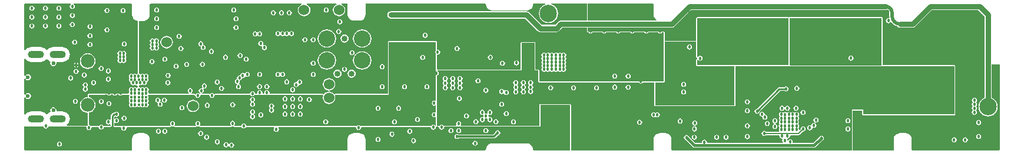
<source format=gbr>
%TF.GenerationSoftware,Altium Limited,Altium Designer,19.0.15 (446)*%
G04 Layer_Physical_Order=3*
G04 Layer_Color=36540*
%FSLAX45Y45*%
%MOMM*%
%TF.FileFunction,Copper,L3,Inr,Signal*%
%TF.Part,CustomerPanel*%
G01*
G75*
%TA.AperFunction,Conductor*%
%ADD74C,0.25400*%
%ADD75C,0.38100*%
%ADD76C,0.20320*%
%ADD78C,0.30480*%
%ADD79C,0.50800*%
%TA.AperFunction,ViaPad*%
%ADD85C,1.52400*%
%TA.AperFunction,ComponentPad*%
G04:AMPARAMS|DCode=86|XSize=1mm|YSize=2.3mm|CornerRadius=0.5mm|HoleSize=0mm|Usage=FLASHONLY|Rotation=270.000|XOffset=0mm|YOffset=0mm|HoleType=Round|Shape=RoundedRectangle|*
%AMROUNDEDRECTD86*
21,1,1.00000,1.30000,0,0,270.0*
21,1,0.00000,2.30000,0,0,270.0*
1,1,1.00000,-0.65000,0.00000*
1,1,1.00000,-0.65000,0.00000*
1,1,1.00000,0.65000,0.00000*
1,1,1.00000,0.65000,0.00000*
%
%ADD86ROUNDEDRECTD86*%
%ADD87C,0.40000*%
%TA.AperFunction,ViaPad*%
%ADD88C,2.50000*%
%TA.AperFunction,ComponentPad*%
%ADD89C,2.37500*%
%ADD90C,0.85000*%
%ADD91C,1.52400*%
%ADD92C,0.45720*%
%TA.AperFunction,ViaPad*%
%ADD93C,0.45720*%
%ADD94C,0.60000*%
%ADD95C,1.98000*%
%TA.AperFunction,Conductor*%
%ADD108C,0.76200*%
G36*
X9864020Y8061920D02*
X10028814D01*
X10031340Y8049220D01*
X10002856Y8037421D01*
X9974091Y8015349D01*
X9952019Y7986584D01*
X9938144Y7953087D01*
X9933412Y7917140D01*
X9938144Y7881194D01*
X9952019Y7847696D01*
X9974091Y7818932D01*
X10002856Y7796860D01*
X10036353Y7782985D01*
X10072300Y7778252D01*
X10108247Y7782985D01*
X10141744Y7796860D01*
X10170509Y7818932D01*
X10192581Y7847696D01*
X10206456Y7881194D01*
X10211188Y7917140D01*
X10206456Y7953087D01*
X10192581Y7986584D01*
X10170509Y8015349D01*
X10141744Y8037421D01*
X10113260Y8049220D01*
X10115786Y8061920D01*
X10612274D01*
X10624974Y8059586D01*
X10624973Y7814867D01*
X10251029D01*
X10231207Y7810924D01*
X10214404Y7799696D01*
X10167369Y7752662D01*
X9976611D01*
X9795828Y7933445D01*
X9779024Y7944673D01*
X9759203Y7948616D01*
X7806120Y7948616D01*
X7786299Y7944673D01*
X7769495Y7933445D01*
X7758267Y7916642D01*
X7754325Y7896820D01*
X7758267Y7876999D01*
X7769495Y7860196D01*
X7786299Y7848968D01*
X7806120Y7845025D01*
X9737748Y7845025D01*
X9918532Y7664242D01*
X9935335Y7653014D01*
X9955157Y7649072D01*
X10188824D01*
X10208645Y7653014D01*
X10225448Y7664242D01*
X10272483Y7711276D01*
X10612273D01*
X10624973Y7711276D01*
Y7656567D01*
X10628999Y7646847D01*
X10638719Y7642820D01*
X10649327D01*
X10651182Y7640043D01*
X10662945Y7632184D01*
X10676820Y7629424D01*
X10690695Y7632184D01*
X10702457Y7640043D01*
X10704313Y7642820D01*
X10847447D01*
X10849302Y7640043D01*
X10861065Y7632184D01*
X10874940Y7629424D01*
X10888815Y7632184D01*
X10900577Y7640043D01*
X10902433Y7642820D01*
X11048107D01*
X11049962Y7640043D01*
X11061725Y7632184D01*
X11075600Y7629424D01*
X11089475Y7632184D01*
X11101237Y7640043D01*
X11103093Y7642820D01*
X11251307D01*
X11253162Y7640043D01*
X11264925Y7632184D01*
X11278800Y7629424D01*
X11292675Y7632184D01*
X11304437Y7640043D01*
X11306293Y7642820D01*
X11451967D01*
X11453822Y7640043D01*
X11465585Y7632184D01*
X11479460Y7629424D01*
X11493335Y7632184D01*
X11505097Y7640043D01*
X11506953Y7642820D01*
X11650087D01*
X11651942Y7640043D01*
X11663705Y7632184D01*
X11677580Y7629424D01*
X11691455Y7632184D01*
X11703217Y7640043D01*
X11705073Y7642820D01*
X11728134D01*
Y6932121D01*
X9940220D01*
Y6934855D01*
Y7092472D01*
X9936194Y7102193D01*
X9926473Y7106219D01*
X9884393D01*
Y7491038D01*
X9880367Y7500759D01*
X9870647Y7504785D01*
X9686220D01*
X9676500Y7500759D01*
X9672473Y7491038D01*
Y7106219D01*
X8481659D01*
X8473567Y7110447D01*
X8469559Y7114897D01*
Y7315929D01*
X8479377Y7323986D01*
X8481445Y7323575D01*
X8495320Y7326335D01*
X8507083Y7334194D01*
X8514942Y7345957D01*
X8517702Y7359832D01*
X8514942Y7373706D01*
X8507083Y7385469D01*
X8495320Y7393328D01*
X8481445Y7396088D01*
X8479377Y7395677D01*
X8469559Y7403734D01*
Y7505660D01*
X8465533Y7515380D01*
X8455813Y7519407D01*
X7778680Y7519407D01*
X7768959Y7515381D01*
X7764933Y7505660D01*
X7764933Y6755867D01*
X7007229D01*
X7005928Y6755328D01*
X7004547Y6755603D01*
X7001213Y6753375D01*
X6998618Y6752300D01*
X6988435D01*
X6981024Y6761959D01*
X6962453Y6776208D01*
X6940827Y6785166D01*
X6917620Y6788221D01*
X6894412Y6785166D01*
X6872786Y6776208D01*
X6854216Y6761959D01*
X6846805Y6752300D01*
X6836622D01*
X6834027Y6753375D01*
X6830693Y6755603D01*
X6829312Y6755328D01*
X6828011Y6755867D01*
X6069826D01*
X6060549Y6768567D01*
X6061761Y6774660D01*
X6059001Y6788535D01*
X6051142Y6800298D01*
X6039379Y6808157D01*
X6025504Y6810917D01*
X6011630Y6808157D01*
X5999867Y6800298D01*
X5992008Y6788535D01*
X5989248Y6774660D01*
X5990460Y6768567D01*
X5981182Y6755867D01*
X5967895D01*
X5958455Y6768567D01*
X5959598Y6774313D01*
X5956838Y6788188D01*
X5948978Y6799951D01*
X5937216Y6807810D01*
X5923341Y6810570D01*
X5909466Y6807810D01*
X5897703Y6799951D01*
X5889844Y6788188D01*
X5887084Y6774313D01*
X5888227Y6768567D01*
X5878787Y6755867D01*
X5854366D01*
X5851877Y6758901D01*
X5849117Y6772775D01*
X5841258Y6784538D01*
X5829495Y6792397D01*
X5815620Y6795157D01*
X5801745Y6792397D01*
X5789983Y6784538D01*
X5782123Y6772775D01*
X5779363Y6758901D01*
X5776874Y6755867D01*
X5278749D01*
X5278087Y6755593D01*
X5277401Y6755801D01*
X5273312Y6753615D01*
X5270138Y6752300D01*
X5266070D01*
X5261301Y6759438D01*
X5249539Y6767297D01*
X5235664Y6770057D01*
X5221789Y6767297D01*
X5210026Y6759438D01*
X5205258Y6752300D01*
X5201189D01*
X5198016Y6753615D01*
X5193927Y6755801D01*
X5193241Y6755593D01*
X5192579Y6755867D01*
X5094818D01*
X5093567Y6768567D01*
X5093651Y6768584D01*
X5105413Y6776443D01*
X5113273Y6788206D01*
X5116033Y6802080D01*
X5113273Y6815955D01*
X5106939Y6825435D01*
X5112430Y6835255D01*
X5113629Y6836542D01*
X5124380Y6834404D01*
X5138255Y6837164D01*
X5150017Y6845023D01*
X5157877Y6856786D01*
X5160637Y6870660D01*
X5157877Y6884535D01*
X5150017Y6896298D01*
X5138255Y6904157D01*
X5124380Y6906917D01*
X5110505Y6904157D01*
X5098742Y6896298D01*
X5090883Y6884535D01*
X5088123Y6870660D01*
X5090883Y6856786D01*
X5097217Y6847306D01*
X5091726Y6837486D01*
X5090527Y6836198D01*
X5079776Y6838337D01*
X5065901Y6835577D01*
X5054138Y6827718D01*
X5046279Y6815955D01*
X5043519Y6802080D01*
X5046279Y6788206D01*
X5054138Y6776443D01*
X5063319Y6770309D01*
X5063299Y6760096D01*
X5062310Y6756871D01*
X5056305Y6755236D01*
X5053497Y6759438D01*
X5041735Y6767297D01*
X5027860Y6770057D01*
X5013985Y6767297D01*
X5002222Y6759438D01*
X4997454Y6752300D01*
X4993385D01*
X4990212Y6753615D01*
X4986123Y6755801D01*
X4985437Y6755593D01*
X4984775Y6755867D01*
X4936222D01*
X4934971Y6768567D01*
X4935055Y6768584D01*
X4946817Y6776443D01*
X4954677Y6788206D01*
X4957437Y6802080D01*
X4954677Y6815955D01*
X4946817Y6827718D01*
X4935055Y6835577D01*
X4921180Y6838337D01*
X4907305Y6835577D01*
X4895542Y6827718D01*
X4887683Y6815955D01*
X4884923Y6802080D01*
X4887683Y6788206D01*
X4895542Y6776443D01*
X4907305Y6768584D01*
X4907389Y6768567D01*
X4906138Y6755867D01*
X4336353D01*
X4324857Y6763170D01*
X4323975Y6767600D01*
X4322097Y6777045D01*
X4314237Y6788808D01*
Y6792143D01*
X4322097Y6803906D01*
X4324856Y6817780D01*
X4322097Y6831655D01*
X4314237Y6843418D01*
X4302475Y6851277D01*
X4288600Y6854037D01*
X4274725Y6851277D01*
X4262962Y6843418D01*
X4262000Y6841978D01*
X4261017D01*
X4249255Y6849837D01*
X4235380Y6852597D01*
X4221505Y6849837D01*
X4209743Y6841978D01*
X4198153Y6847493D01*
X4193859Y6850363D01*
X4184140Y6852296D01*
Y6873992D01*
X4196840Y6882347D01*
X4204900Y6880744D01*
X4218775Y6883504D01*
X4225570Y6888044D01*
X4238124Y6892116D01*
X4249887Y6884256D01*
X4263762Y6881497D01*
X4277636Y6884256D01*
X4289399Y6892116D01*
X4297258Y6903878D01*
X4300018Y6917753D01*
X4297677Y6929525D01*
X4301359Y6930258D01*
X4312175Y6937485D01*
X4319402Y6948301D01*
X4321940Y6961060D01*
X4319402Y6973819D01*
X4312175Y6984636D01*
X4311887Y6984828D01*
X4319676Y6996486D01*
X4322436Y7010360D01*
X4319676Y7024235D01*
X4311817Y7035998D01*
X4300054Y7043857D01*
X4286180Y7046617D01*
X4272305Y7043857D01*
X4269809Y7042190D01*
X4259607Y7036518D01*
X4249405Y7042190D01*
X4246909Y7043857D01*
X4233035Y7046617D01*
X4219160Y7043857D01*
X4216664Y7042190D01*
X4206462Y7036518D01*
X4196260Y7042190D01*
X4193765Y7043857D01*
X4184140Y7045772D01*
Y7811182D01*
X4253116D01*
Y7811164D01*
X4276010Y7814178D01*
X4297344Y7823015D01*
X4315664Y7837072D01*
X4329722Y7855392D01*
X4338559Y7876726D01*
X4341572Y7899620D01*
X4341555D01*
Y8049620D01*
X4341429Y8050252D01*
X4343181Y8054482D01*
X4353106Y8061181D01*
X4353106Y8061182D01*
X4356816Y8061920D01*
X6520872D01*
X6523398Y8049220D01*
X6514646Y8045594D01*
X6496076Y8031345D01*
X6481826Y8012774D01*
X6472868Y7991148D01*
X6469813Y7967940D01*
X6472868Y7944733D01*
X6481826Y7923107D01*
X6496076Y7904536D01*
X6514646Y7890286D01*
X6536272Y7881329D01*
X6559480Y7878273D01*
X6582687Y7881329D01*
X6604313Y7890286D01*
X6622884Y7904536D01*
X6637134Y7923107D01*
X6646092Y7944733D01*
X6649147Y7967940D01*
X6646092Y7991148D01*
X6637134Y8012774D01*
X6622884Y8031345D01*
X6604313Y8045594D01*
X6595561Y8049220D01*
X6598087Y8061920D01*
X7023776D01*
X7026302Y8049220D01*
X7017550Y8045594D01*
X6998979Y8031345D01*
X6984730Y8012774D01*
X6975772Y7991148D01*
X6972717Y7967940D01*
X6975772Y7944733D01*
X6984730Y7923107D01*
X6998979Y7904536D01*
X7017550Y7890286D01*
X7039176Y7881329D01*
X7062384Y7878273D01*
X7085591Y7881329D01*
X7107217Y7890286D01*
X7125788Y7904536D01*
X7140038Y7923107D01*
X7148995Y7944733D01*
X7152051Y7967940D01*
X7148995Y7991148D01*
X7140038Y8012774D01*
X7125788Y8031345D01*
X7107217Y8045594D01*
X7098465Y8049220D01*
X7100991Y8061920D01*
X7174366D01*
X7174982Y8062042D01*
X7182808Y8058800D01*
X7186043Y8050990D01*
X7185917Y8050358D01*
Y7901303D01*
X7185909Y7900358D01*
X7185909D01*
X7188923Y7877464D01*
X7197760Y7856130D01*
X7211817Y7837810D01*
X7230137Y7823753D01*
X7251471Y7814916D01*
X7274366Y7811902D01*
Y7811920D01*
X7354366D01*
Y7811902D01*
X7377260Y7814916D01*
X7398594Y7823753D01*
X7416914Y7837810D01*
X7430971Y7856130D01*
X7439808Y7877464D01*
X7442822Y7900358D01*
X7442805D01*
Y8050358D01*
X7442679Y8050990D01*
X7445914Y8058800D01*
X7453740Y8062042D01*
X7454356Y8061920D01*
X9162443D01*
X9163059Y8062042D01*
X9167296Y8060287D01*
X9173986Y8050358D01*
X9177000Y8027464D01*
X9185837Y8006130D01*
X9199895Y7987810D01*
X9218215Y7973753D01*
X9239549Y7964916D01*
X9262443Y7961902D01*
Y7961920D01*
X9764020D01*
Y7961902D01*
X9786914Y7964916D01*
X9808248Y7973753D01*
X9826568Y7987810D01*
X9840626Y8006130D01*
X9849463Y8027464D01*
X9852477Y8050358D01*
X9859167Y8060287D01*
X9863404Y8062042D01*
X9864020Y8061920D01*
D02*
G37*
G36*
X11578958Y8060350D02*
X11585737Y8050458D01*
X11585837Y8037795D01*
Y7900458D01*
X11585820D01*
X11588831Y7877590D01*
X11597658Y7856280D01*
X11611699Y7837981D01*
X11625271Y7827567D01*
X11620960Y7814867D01*
X10638720Y7814867D01*
X10638720Y8061920D01*
X11574276Y8061920D01*
X11574878Y8062040D01*
X11578958Y8060350D01*
D02*
G37*
G36*
X13525620Y7171607D02*
X12759366D01*
X12210980Y7171607D01*
Y7248067D01*
X12223680Y7251920D01*
X12228983Y7243983D01*
X12240745Y7236124D01*
X12254620Y7233364D01*
X12268495Y7236124D01*
X12280258Y7243983D01*
X12288117Y7255746D01*
X12290877Y7269620D01*
X12288117Y7283495D01*
X12280258Y7295258D01*
X12268495Y7303117D01*
X12254620Y7305877D01*
X12240745Y7303117D01*
X12228983Y7295258D01*
X12223680Y7287321D01*
X12210980Y7291174D01*
X12210980Y7850458D01*
X12985620Y7850459D01*
X13525620D01*
X13525620Y7171607D01*
D02*
G37*
G36*
X14865280Y7165867D02*
X14278120D01*
X13549689Y7165867D01*
X13539366Y7178567D01*
X13539366Y7850458D01*
X13540477Y7852120D01*
X14865280D01*
Y7165867D01*
D02*
G37*
G36*
X2549120Y8061810D02*
X3201334D01*
X3205186Y8049110D01*
X3198822Y8044858D01*
X3190963Y8033095D01*
X3188203Y8019220D01*
X3190963Y8005346D01*
X3198822Y7993583D01*
X3210585Y7985724D01*
X3224460Y7982964D01*
X3238335Y7985724D01*
X3250097Y7993583D01*
X3257957Y8005346D01*
X3260717Y8019220D01*
X3257957Y8033095D01*
X3250097Y8044858D01*
X3243734Y8049110D01*
X3247586Y8061810D01*
X4060675D01*
X4073116Y8061181D01*
X4083041Y8054482D01*
X4084793Y8050252D01*
X4084667Y8049620D01*
Y7900565D01*
X4084659Y7899620D01*
X4084659D01*
X4087673Y7876726D01*
X4096510Y7855392D01*
X4110568Y7837072D01*
X4128888Y7823015D01*
X4150222Y7814178D01*
X4170181Y7811550D01*
X4170394Y7811181D01*
Y7045772D01*
X4169770Y7044604D01*
X4166015Y7043857D01*
X4163519Y7042190D01*
X4153317Y7036518D01*
X4143115Y7042190D01*
X4140620Y7043857D01*
X4126745Y7046617D01*
X4112870Y7043857D01*
X4110375Y7042190D01*
X4100172Y7036518D01*
X4089970Y7042190D01*
X4087475Y7043857D01*
X4073600Y7046617D01*
X4059725Y7043857D01*
X4047962Y7035998D01*
X4040103Y7024235D01*
X4037343Y7010360D01*
X4040103Y6996486D01*
X4047962Y6984723D01*
X4048449Y6982277D01*
X4042797Y6973819D01*
X4040259Y6961060D01*
X4042797Y6948301D01*
X4050025Y6937485D01*
X4060841Y6930258D01*
X4062883Y6929852D01*
X4060203Y6916380D01*
X4062963Y6902506D01*
X4070822Y6890743D01*
X4082585Y6882884D01*
X4096460Y6880124D01*
X4110335Y6882884D01*
X4116343Y6886898D01*
X4125572Y6889691D01*
X4134802Y6886898D01*
X4140810Y6882884D01*
X4154685Y6880124D01*
X4159590Y6881100D01*
X4162002Y6879877D01*
X4170394Y6870299D01*
Y6852296D01*
X4169482Y6850590D01*
X4168341Y6850363D01*
X4164043Y6847491D01*
X4151797Y6842958D01*
X4140035Y6850817D01*
X4126160Y6853577D01*
X4112285Y6850817D01*
X4110406Y6849562D01*
X4099237Y6843418D01*
X4087475Y6851277D01*
X4073600Y6854037D01*
X4059725Y6851277D01*
X4047962Y6843418D01*
X4040103Y6831655D01*
X4037343Y6817780D01*
X4040103Y6803906D01*
X4047962Y6792143D01*
Y6788808D01*
X4040103Y6777045D01*
X4038224Y6767600D01*
X4037343Y6763170D01*
X4025847Y6755867D01*
X3943144D01*
X3939440Y6754332D01*
X3935507Y6753550D01*
X3927967Y6748513D01*
X3919456Y6746819D01*
X3910945Y6748513D01*
X3903405Y6753550D01*
X3899472Y6754332D01*
X3895768Y6755867D01*
X3883351D01*
X3877368Y6757057D01*
X3871384Y6755867D01*
X3860900D01*
X3857196Y6754332D01*
X3853263Y6753550D01*
X3845723Y6748513D01*
X3837212Y6746819D01*
X3828701Y6748513D01*
X3821161Y6753550D01*
X3817228Y6754332D01*
X3813524Y6755867D01*
X3801107D01*
X3795124Y6757057D01*
X3789140Y6755867D01*
X3778656D01*
X3774952Y6754332D01*
X3771019Y6753550D01*
X3763479Y6748513D01*
X3754968Y6746819D01*
X3746457Y6748513D01*
X3738917Y6753550D01*
X3734984Y6754332D01*
X3731280Y6755867D01*
X3718863D01*
X3712880Y6757057D01*
X3706896Y6755867D01*
X3461866D01*
X3452146Y6751841D01*
X3449156Y6744623D01*
X3448120D01*
Y6707284D01*
X3418960Y6703445D01*
X3391788Y6692190D01*
X3368454Y6674286D01*
X3350550Y6650952D01*
X3339295Y6623780D01*
X3335456Y6594620D01*
X3339295Y6565461D01*
X3350550Y6538288D01*
X3368454Y6514955D01*
X3391788Y6497051D01*
X3418960Y6485795D01*
X3448120Y6481956D01*
Y6299661D01*
X3441607Y6295309D01*
X3431322Y6289000D01*
X3427038Y6290775D01*
X3422949Y6292960D01*
X3422264Y6292752D01*
X3421602Y6293027D01*
X3149260D01*
X3144949Y6305727D01*
X3160012Y6317285D01*
X3177276Y6339783D01*
X3188127Y6365982D01*
X3191829Y6394098D01*
X3188127Y6422213D01*
X3177276Y6448412D01*
X3160012Y6470910D01*
X3137514Y6488173D01*
X3111315Y6499025D01*
X3083200Y6502727D01*
X3003490D01*
X2995433Y6512544D01*
X2996736Y6519098D01*
X2993422Y6535758D01*
X2983985Y6549883D01*
X2969860Y6559320D01*
X2953200Y6562634D01*
X2936539Y6559320D01*
X2922415Y6549883D01*
X2912977Y6535758D01*
X2909663Y6519098D01*
X2912977Y6502437D01*
X2910054Y6492799D01*
X2898885Y6488173D01*
X2876388Y6470910D01*
X2867050Y6458741D01*
X2854350D01*
X2845012Y6470910D01*
X2822514Y6488173D01*
X2796315Y6499025D01*
X2768200Y6502727D01*
X2638200D01*
X2610085Y6499025D01*
X2583885Y6488173D01*
X2561388Y6470910D01*
X2550358Y6456537D01*
X2537658Y6460848D01*
Y6700021D01*
X2550358Y6703874D01*
X2557415Y6693313D01*
X2571539Y6683875D01*
X2588200Y6680561D01*
X2604860Y6683875D01*
X2618985Y6693313D01*
X2628422Y6707437D01*
X2631736Y6724098D01*
X2628422Y6740758D01*
X2618985Y6754883D01*
X2604860Y6764320D01*
X2588200Y6767634D01*
X2571539Y6764320D01*
X2557415Y6754883D01*
X2550358Y6744322D01*
X2537658Y6748174D01*
Y6970021D01*
X2550358Y6973874D01*
X2557415Y6963313D01*
X2571539Y6953875D01*
X2588200Y6950561D01*
X2604860Y6953875D01*
X2618985Y6963313D01*
X2628422Y6977437D01*
X2631736Y6994098D01*
X2628422Y7010758D01*
X2618985Y7024883D01*
X2604860Y7034320D01*
X2588200Y7037634D01*
X2571539Y7034320D01*
X2557415Y7024883D01*
X2550358Y7014322D01*
X2537658Y7018174D01*
Y7257348D01*
X2550358Y7261659D01*
X2561388Y7247285D01*
X2583885Y7230022D01*
X2610085Y7219170D01*
X2638200Y7215469D01*
X2768200D01*
X2796315Y7219170D01*
X2822514Y7230022D01*
X2845012Y7247285D01*
X2854350Y7259454D01*
X2867050D01*
X2876388Y7247285D01*
X2898885Y7230022D01*
X2910054Y7225396D01*
X2912977Y7215758D01*
X2909663Y7199098D01*
X2912977Y7182437D01*
X2922415Y7168313D01*
X2936539Y7158875D01*
X2953200Y7155562D01*
X2969860Y7158875D01*
X2983985Y7168313D01*
X2993422Y7182437D01*
X2996736Y7199098D01*
X2995433Y7205651D01*
X3003490Y7215469D01*
X3083200D01*
X3111315Y7219170D01*
X3137514Y7230022D01*
X3160012Y7247285D01*
X3177276Y7269783D01*
X3188127Y7295983D01*
X3191829Y7324098D01*
X3188127Y7352213D01*
X3177276Y7378412D01*
X3160012Y7400910D01*
X3137514Y7418174D01*
X3111315Y7429026D01*
X3083200Y7432727D01*
X2953200D01*
X2925085Y7429026D01*
X2898885Y7418174D01*
X2876388Y7400910D01*
X2867050Y7388741D01*
X2854350D01*
X2845012Y7400910D01*
X2822514Y7418174D01*
X2796315Y7429026D01*
X2768200Y7432727D01*
X2638200D01*
X2610085Y7429026D01*
X2583885Y7418174D01*
X2561388Y7400910D01*
X2550358Y7386537D01*
X2537658Y7390848D01*
Y8050348D01*
X2537538Y8050951D01*
X2540754Y8058714D01*
X2548518Y8061930D01*
X2549120Y8061810D01*
D02*
G37*
G36*
X9870647Y7092472D02*
X9926473D01*
Y6932121D01*
X9930500Y6922400D01*
X9940220Y6918374D01*
X11371988D01*
X11375082Y6913743D01*
X11386845Y6905884D01*
X11400720Y6903124D01*
X11414595Y6905884D01*
X11426357Y6913743D01*
X11429452Y6918374D01*
X11594373D01*
Y6824620D01*
Y6592273D01*
X11598399Y6582552D01*
X11608120Y6578526D01*
X12745620D01*
X12755340Y6582552D01*
X12759366Y6592273D01*
Y7157120D01*
X13539162D01*
X13539680Y7156840D01*
X13539967Y7156146D01*
X13544225Y7154383D01*
X13548276Y7152193D01*
X13548994Y7152407D01*
X13549689Y7152120D01*
X14278120Y7152120D01*
X14865280D01*
X14875000Y7156146D01*
X14875404Y7157120D01*
X15908121D01*
Y6472120D01*
X15908119Y6458627D01*
X14598273D01*
Y6529978D01*
X14434119D01*
X14434119Y5938897D01*
X11854276D01*
X11853660Y5938775D01*
X11849414Y5940533D01*
X11842715Y5950459D01*
X11842714Y5962399D01*
Y6100457D01*
X11842715Y6100458D01*
X11842733D01*
X11839719Y6123353D01*
X11830882Y6144687D01*
X11816824Y6163007D01*
X11798504Y6177064D01*
X11777171Y6185901D01*
X11754276Y6188915D01*
Y6188898D01*
X11754276Y6188897D01*
X11674276D01*
Y6188915D01*
X11651382Y6185901D01*
X11630048Y6177064D01*
X11611728Y6163007D01*
X11597670Y6144687D01*
X11588834Y6123353D01*
X11585820Y6100458D01*
X11585837D01*
Y5950459D01*
X11585963Y5949827D01*
X11584211Y5945597D01*
X11574286Y5938897D01*
X11561613Y5938819D01*
X10398466D01*
Y6594620D01*
X10394440Y6604341D01*
X10384720Y6608367D01*
X9955460D01*
X9945740Y6604341D01*
X9941713Y6594620D01*
Y6293027D01*
X8818508D01*
X8811719Y6305727D01*
X8813857Y6308925D01*
X8816617Y6322800D01*
X8813857Y6336675D01*
X8805997Y6348438D01*
X8794235Y6356297D01*
X8780360Y6359057D01*
X8766485Y6356297D01*
X8754722Y6348438D01*
X8746863Y6336675D01*
X8744103Y6322800D01*
X8746863Y6308925D01*
X8749000Y6305727D01*
X8742212Y6293027D01*
X8575931D01*
X8575269Y6292752D01*
X8574583Y6292960D01*
X8570494Y6290775D01*
X8566211Y6289000D01*
X8558697Y6296858D01*
X8546935Y6304717D01*
X8533060Y6307477D01*
X8519185Y6304717D01*
X8507422Y6296858D01*
X8499909Y6289000D01*
X8495626Y6290774D01*
X8491536Y6292960D01*
X8490850Y6292752D01*
X8490189Y6293027D01*
X8480350D01*
X8469560Y6298831D01*
Y6413001D01*
X8469560Y6413002D01*
Y6491879D01*
X8469560Y6491879D01*
Y6580181D01*
X8469560Y6580182D01*
Y7017270D01*
X8470735Y7017504D01*
X8482497Y7025363D01*
X8490357Y7037126D01*
X8493117Y7051000D01*
X8490357Y7064875D01*
X8482497Y7076638D01*
X8477807Y7079772D01*
X8481659Y7092472D01*
X9686220D01*
Y7491038D01*
X9870647D01*
Y7092472D01*
D02*
G37*
G36*
X8455813Y7505660D02*
Y7385473D01*
X8455808Y7385469D01*
X8447948Y7373706D01*
X8445188Y7359832D01*
X8447948Y7345957D01*
X8455808Y7334194D01*
X8455813Y7334191D01*
X8455813Y6659059D01*
X8448292Y6655039D01*
X8443113Y6653432D01*
X8430822Y6655877D01*
X8416947Y6653117D01*
X8405184Y6645258D01*
X8397325Y6633495D01*
X8394565Y6619620D01*
X8397325Y6605745D01*
X8405184Y6593983D01*
X8416947Y6586123D01*
X8430822Y6583364D01*
X8443113Y6585809D01*
X8448291Y6584202D01*
X8455813Y6580181D01*
Y6491879D01*
X8448291Y6487859D01*
X8443113Y6486252D01*
X8430822Y6488697D01*
X8416947Y6485937D01*
X8405184Y6478078D01*
X8397325Y6466315D01*
X8394565Y6452440D01*
X8397325Y6438565D01*
X8405184Y6426803D01*
X8416947Y6418943D01*
X8430822Y6416184D01*
X8443113Y6418629D01*
X8448291Y6417022D01*
X8455813Y6413001D01*
Y6298830D01*
X8443113Y6294978D01*
X8441857Y6296858D01*
X8430095Y6304717D01*
X8416220Y6307477D01*
X8402345Y6304717D01*
X8390582Y6296858D01*
X8385332Y6289000D01*
X7370737D01*
X7367438Y6293938D01*
X7355675Y6301798D01*
X7341800Y6304558D01*
X7327926Y6301798D01*
X7316163Y6293938D01*
X7312863Y6289000D01*
X5728288D01*
X5727057Y6290501D01*
X5724297Y6304375D01*
X5716437Y6316138D01*
X5704675Y6323997D01*
X5690800Y6326757D01*
X5676925Y6323997D01*
X5665162Y6316138D01*
X5657303Y6304375D01*
X5654543Y6290501D01*
X5653312Y6289000D01*
X5556824D01*
X5552971Y6301700D01*
X5556417Y6304003D01*
X5564277Y6315766D01*
X5567037Y6329640D01*
X5564277Y6343515D01*
X5556417Y6355278D01*
X5544655Y6363137D01*
X5530780Y6365897D01*
X5516905Y6363137D01*
X5505142Y6355278D01*
X5497283Y6343515D01*
X5494523Y6329640D01*
X5497283Y6315766D01*
X5505142Y6304003D01*
X5508589Y6301700D01*
X5504736Y6289000D01*
X5066059D01*
X5063810Y6291983D01*
X5060433Y6301700D01*
X5066437Y6310686D01*
X5069197Y6324560D01*
X5066437Y6338435D01*
X5058577Y6350198D01*
X5046815Y6358057D01*
X5032940Y6360817D01*
X5019065Y6358057D01*
X5007302Y6350198D01*
X4999443Y6338435D01*
X4996683Y6324560D01*
X4999443Y6310686D01*
X5005447Y6301700D01*
X5002070Y6291983D01*
X4999821Y6289000D01*
X4701919D01*
X4699670Y6291983D01*
X4696293Y6301700D01*
X4702297Y6310686D01*
X4705057Y6324560D01*
X4702297Y6338435D01*
X4694437Y6350198D01*
X4682675Y6358057D01*
X4668800Y6360817D01*
X4654925Y6358057D01*
X4643162Y6350198D01*
X4635303Y6338435D01*
X4632543Y6324560D01*
X4635303Y6310686D01*
X4641307Y6301700D01*
X4637930Y6291983D01*
X4635681Y6289000D01*
X3984616D01*
X3982555Y6290377D01*
X3968680Y6293137D01*
X3954805Y6290377D01*
X3952744Y6289000D01*
X3826937D01*
Y6336009D01*
X3828719Y6337485D01*
X3839637Y6341635D01*
X3848125Y6335963D01*
X3862000Y6333203D01*
X3875875Y6335963D01*
X3887637Y6343823D01*
X3895497Y6355585D01*
X3898257Y6369460D01*
X3895497Y6383335D01*
X3887637Y6395098D01*
X3875875Y6402957D01*
X3862000Y6405717D01*
X3848125Y6402957D01*
X3839637Y6397286D01*
X3828719Y6401435D01*
X3826937Y6402912D01*
Y6421304D01*
X3837018Y6431385D01*
X3848125Y6423964D01*
X3862000Y6421204D01*
X3875875Y6423964D01*
X3887637Y6431823D01*
X3895497Y6443586D01*
X3898257Y6457460D01*
X3895497Y6471335D01*
X3887637Y6483098D01*
X3875875Y6490957D01*
X3862000Y6493717D01*
X3848125Y6490957D01*
X3836752Y6483358D01*
X3826469D01*
X3816559Y6481387D01*
X3808157Y6475773D01*
X3782728Y6450343D01*
X3777114Y6441941D01*
X3775142Y6432031D01*
Y6385690D01*
X3762442Y6378901D01*
X3759035Y6381178D01*
X3745160Y6383938D01*
X3731285Y6381178D01*
X3719522Y6373318D01*
X3711663Y6361556D01*
X3708903Y6347681D01*
X3711663Y6333806D01*
X3719522Y6322043D01*
X3731285Y6314184D01*
X3745160Y6311424D01*
X3759035Y6314184D01*
X3762442Y6316461D01*
X3775142Y6309672D01*
Y6289867D01*
X3774275Y6289000D01*
X3672678D01*
X3665958Y6299058D01*
X3654195Y6306917D01*
X3640320Y6309677D01*
X3626445Y6306917D01*
X3614683Y6299058D01*
X3607963Y6289000D01*
X3494950D01*
X3491397Y6294318D01*
X3479635Y6302177D01*
X3465760Y6304937D01*
X3461866Y6308133D01*
Y6483766D01*
X3477280Y6485795D01*
X3504452Y6497051D01*
X3527785Y6514955D01*
X3545690Y6538288D01*
X3556945Y6565461D01*
X3560784Y6594620D01*
X3556945Y6623780D01*
X3545690Y6650952D01*
X3527785Y6674286D01*
X3504452Y6692190D01*
X3477280Y6703445D01*
X3461866Y6705475D01*
Y6742120D01*
X3731280D01*
X3741093Y6735564D01*
X3754968Y6732804D01*
X3768843Y6735564D01*
X3778656Y6742120D01*
X3813524D01*
X3823337Y6735564D01*
X3837212Y6732804D01*
X3851087Y6735564D01*
X3860900Y6742120D01*
X3895768D01*
X3905581Y6735564D01*
X3919456Y6732804D01*
X3933331Y6735564D01*
X3943144Y6742120D01*
X4037901D01*
X4046408Y6731004D01*
X4044826Y6724355D01*
X4042797Y6721319D01*
X4040259Y6708560D01*
X4042797Y6695801D01*
X4044826Y6692766D01*
X4047962Y6679588D01*
X4040103Y6667825D01*
X4037343Y6653950D01*
X4040103Y6640076D01*
X4047962Y6628313D01*
Y6624978D01*
X4040103Y6613215D01*
X4037343Y6599340D01*
X4040103Y6585466D01*
X4047962Y6573703D01*
X4059725Y6565844D01*
X4073600Y6563084D01*
X4087475Y6565844D01*
X4099237Y6573703D01*
X4109981Y6566923D01*
X4112285Y6565384D01*
X4126160Y6562624D01*
X4140035Y6565384D01*
X4151797Y6573243D01*
X4164468Y6569346D01*
X4168341Y6566758D01*
X4181100Y6564220D01*
X4193859Y6566758D01*
X4196823Y6568738D01*
X4209743Y6572263D01*
X4221505Y6564404D01*
X4235380Y6561644D01*
X4249255Y6564404D01*
X4261017Y6572263D01*
X4261979Y6573703D01*
X4262963D01*
X4274725Y6565844D01*
X4288600Y6563084D01*
X4302475Y6565844D01*
X4314237Y6573703D01*
X4322097Y6585466D01*
X4324856Y6599340D01*
X4322097Y6613215D01*
X4314237Y6624978D01*
Y6628313D01*
X4322097Y6640076D01*
X4324856Y6653950D01*
X4322097Y6667825D01*
X4314237Y6679588D01*
X4317374Y6692766D01*
X4319402Y6695801D01*
X4321940Y6708560D01*
X4319402Y6721319D01*
X4317374Y6724355D01*
X4315791Y6731004D01*
X4324299Y6742120D01*
X4984775D01*
X4991603Y6733800D01*
X4994363Y6719925D01*
X5002222Y6708163D01*
X5013985Y6700303D01*
X5027860Y6697543D01*
X5041735Y6700303D01*
X5053497Y6708163D01*
X5061357Y6719925D01*
X5064117Y6733800D01*
X5070945Y6742120D01*
X5192579D01*
X5199407Y6733800D01*
X5202167Y6719925D01*
X5210026Y6708163D01*
X5221789Y6700303D01*
X5235664Y6697543D01*
X5249539Y6700303D01*
X5261301Y6708163D01*
X5269161Y6719925D01*
X5271921Y6733800D01*
X5278749Y6742120D01*
X5784064D01*
X5789983Y6733263D01*
X5801745Y6725404D01*
X5811311Y6723500D01*
Y6710552D01*
X5807179Y6709730D01*
X5801385Y6708577D01*
X5789622Y6700718D01*
X5781763Y6688955D01*
X5779003Y6675080D01*
X5781763Y6661206D01*
X5789622Y6649443D01*
X5793328Y6646967D01*
Y6631693D01*
X5789983Y6629458D01*
X5782123Y6617695D01*
X5779363Y6603820D01*
X5782123Y6589946D01*
X5789983Y6578183D01*
X5801745Y6570324D01*
X5815620Y6567564D01*
X5829495Y6570324D01*
X5841258Y6578183D01*
X5849117Y6589946D01*
X5851877Y6603820D01*
X5849117Y6617695D01*
X5841258Y6629458D01*
X5837552Y6631934D01*
Y6647208D01*
X5840897Y6649443D01*
X5848757Y6661206D01*
X5851517Y6675080D01*
X5848757Y6688955D01*
X5840897Y6700718D01*
X5829135Y6708577D01*
X5819568Y6710481D01*
Y6723429D01*
X5823701Y6724251D01*
X5829495Y6725404D01*
X5841258Y6733263D01*
X5847176Y6742120D01*
X5907514D01*
X5909466Y6740816D01*
X5923341Y6738056D01*
X5937216Y6740816D01*
X5939167Y6742120D01*
X6010197D01*
X6011630Y6741163D01*
X6025504Y6738403D01*
X6039379Y6741163D01*
X6040811Y6742120D01*
X6828011D01*
X6835067Y6731561D01*
X6831008Y6721762D01*
X6827953Y6698554D01*
X6831008Y6675347D01*
X6839966Y6653721D01*
X6854216Y6635150D01*
X6872786Y6620900D01*
X6894412Y6611943D01*
X6917620Y6608887D01*
X6940827Y6611943D01*
X6962453Y6620900D01*
X6981024Y6635150D01*
X6995274Y6653721D01*
X7004232Y6675347D01*
X7007287Y6698554D01*
X7004232Y6721762D01*
X7000173Y6731561D01*
X7007229Y6742120D01*
X7778680D01*
X7778680Y7505660D01*
X8455813Y7505660D01*
D02*
G37*
G36*
X12197233Y7509620D02*
X12197233Y7291174D01*
X12198525Y7288054D01*
X12198856Y7284693D01*
X12200464Y7283374D01*
X12201259Y7281453D01*
X12204379Y7280161D01*
X12206989Y7278019D01*
X12212801Y7276256D01*
Y7262985D01*
X12206989Y7261222D01*
X12204379Y7259080D01*
X12201259Y7257788D01*
X12200464Y7255867D01*
X12198856Y7254548D01*
X12198525Y7251187D01*
X12197233Y7248067D01*
Y7171607D01*
X12201259Y7161887D01*
X12210980Y7157861D01*
X12274480D01*
Y7157120D01*
X12745620Y7157120D01*
Y6592273D01*
X11608120D01*
Y6824620D01*
Y6918374D01*
X11728134D01*
X11737854Y6922400D01*
X11741880Y6932121D01*
Y7509620D01*
X11875620D01*
X12197233Y7509620D01*
D02*
G37*
G36*
X14959212Y7965318D02*
X14970723Y7948091D01*
X14974361Y7929805D01*
X14973955Y7927770D01*
Y7881709D01*
X14973950D01*
X14976295Y7857887D01*
X14966325Y7848068D01*
X14964801Y7847611D01*
X14959120Y7848741D01*
X14945245Y7845981D01*
X14933482Y7838122D01*
X14925623Y7826359D01*
X14922862Y7812484D01*
X14925623Y7798609D01*
X14933482Y7786847D01*
X14945245Y7778987D01*
X14959120Y7776228D01*
X14972995Y7778987D01*
X14984756Y7786847D01*
X14987782Y7791374D01*
X14991592Y7792471D01*
X15003127Y7791478D01*
X15019679Y7771308D01*
X15043340Y7751891D01*
X15070332Y7737463D01*
X15091241Y7731120D01*
X15093456Y7727805D01*
X15110258Y7716577D01*
X15130080Y7712635D01*
X15309470D01*
X15329291Y7716577D01*
X15346095Y7727805D01*
X15587775Y7969485D01*
X16249782D01*
X16342564Y7876702D01*
Y7165867D01*
Y6695991D01*
X16324916Y6688681D01*
X16296152Y6666609D01*
X16274078Y6637844D01*
X16260204Y6604347D01*
X16255472Y6568400D01*
X16260204Y6532454D01*
X16274078Y6498956D01*
X16296152Y6470192D01*
X16324916Y6448120D01*
X16358414Y6434245D01*
X16394360Y6429512D01*
X16430307Y6434245D01*
X16463805Y6448120D01*
X16492569Y6470192D01*
X16514641Y6498956D01*
X16528516Y6532454D01*
X16533247Y6568400D01*
X16528516Y6604347D01*
X16514641Y6637844D01*
X16492569Y6666609D01*
X16463805Y6688681D01*
X16446155Y6695991D01*
Y7179620D01*
X16560037D01*
X16560681Y5950438D01*
X16560802Y5949837D01*
X16557562Y5942017D01*
X16549736Y5938775D01*
X16549120Y5938897D01*
X15308105D01*
X15307491Y5938775D01*
X15303244Y5940533D01*
X15296545Y5950459D01*
X15296544Y5962399D01*
Y6100457D01*
X15296544Y6100458D01*
X15296562D01*
X15293549Y6123353D01*
X15284712Y6144687D01*
X15270654Y6163007D01*
X15252335Y6177064D01*
X15231000Y6185901D01*
X15208105Y6188915D01*
Y6188898D01*
X15208105Y6188897D01*
X15128107D01*
Y6188915D01*
X15105212Y6185901D01*
X15083878Y6177064D01*
X15065558Y6163007D01*
X15051500Y6144687D01*
X15042664Y6123353D01*
X15039648Y6100458D01*
X15039667D01*
Y5950459D01*
X15039793Y5949827D01*
X15036559Y5942017D01*
X15028731Y5938775D01*
X15028116Y5938897D01*
X14447865D01*
X14447865Y6516231D01*
X14584525D01*
Y6458627D01*
X14588551Y6448907D01*
X14598273Y6444881D01*
X15908119D01*
X15917839Y6448907D01*
X15917841Y6448907D01*
X15921866Y6458627D01*
X15921866Y6472120D01*
Y7157120D01*
X15918243Y7165867D01*
X15917841Y7166841D01*
X15917648Y7166920D01*
D01*
X15908121Y7170867D01*
X14879025D01*
Y7852120D01*
X14875000Y7861841D01*
X14865280Y7865867D01*
X13540477D01*
X13539177Y7865328D01*
X13537796Y7865603D01*
X13534460Y7863375D01*
X13531042Y7861959D01*
X13525620Y7864205D01*
X12985620D01*
X12210980Y7864205D01*
X12201260Y7860179D01*
X12197233Y7850458D01*
X12197233Y7523366D01*
X11875620Y7523367D01*
X11741880D01*
Y7642820D01*
X11737854Y7652541D01*
X11728134Y7656567D01*
X11705073D01*
X11703772Y7656028D01*
X11702391Y7656303D01*
X11699057Y7654075D01*
X11695353Y7652541D01*
X11694814Y7651239D01*
X11693643Y7650457D01*
X11693307Y7649953D01*
X11686091Y7645133D01*
X11677580Y7643439D01*
X11669069Y7645133D01*
X11661853Y7649954D01*
X11661517Y7650457D01*
X11660346Y7651239D01*
X11659807Y7652541D01*
X11656102Y7654075D01*
X11652769Y7656303D01*
X11651388Y7656028D01*
X11650087Y7656567D01*
X11506953D01*
X11505652Y7656028D01*
X11504271Y7656303D01*
X11500937Y7654075D01*
X11497233Y7652541D01*
X11496694Y7651239D01*
X11495523Y7650457D01*
X11495187Y7649953D01*
X11487971Y7645133D01*
X11479460Y7643439D01*
X11470949Y7645133D01*
X11463733Y7649954D01*
X11463397Y7650457D01*
X11462226Y7651239D01*
X11461687Y7652541D01*
X11457982Y7654075D01*
X11454649Y7656303D01*
X11453268Y7656028D01*
X11451967Y7656567D01*
X11306293D01*
X11304992Y7656028D01*
X11303611Y7656303D01*
X11300277Y7654075D01*
X11296573Y7652541D01*
X11296034Y7651239D01*
X11294863Y7650457D01*
X11294527Y7649953D01*
X11287311Y7645133D01*
X11278800Y7643439D01*
X11270289Y7645133D01*
X11263073Y7649954D01*
X11262737Y7650457D01*
X11261566Y7651239D01*
X11261027Y7652541D01*
X11257322Y7654075D01*
X11253989Y7656303D01*
X11252608Y7656028D01*
X11251307Y7656567D01*
X11103093D01*
X11101792Y7656028D01*
X11100411Y7656303D01*
X11097077Y7654075D01*
X11093373Y7652541D01*
X11092834Y7651239D01*
X11091663Y7650457D01*
X11091327Y7649953D01*
X11084111Y7645133D01*
X11075600Y7643439D01*
X11067089Y7645133D01*
X11059873Y7649954D01*
X11059537Y7650457D01*
X11058366Y7651239D01*
X11057827Y7652541D01*
X11054122Y7654075D01*
X11050789Y7656303D01*
X11049408Y7656028D01*
X11048107Y7656567D01*
X10902433D01*
X10901132Y7656028D01*
X10899751Y7656303D01*
X10896417Y7654075D01*
X10892713Y7652541D01*
X10892174Y7651239D01*
X10891003Y7650457D01*
X10890667Y7649953D01*
X10883451Y7645133D01*
X10874940Y7643439D01*
X10866429Y7645133D01*
X10859213Y7649954D01*
X10858877Y7650457D01*
X10857706Y7651239D01*
X10857167Y7652541D01*
X10853462Y7654075D01*
X10850129Y7656303D01*
X10848748Y7656028D01*
X10847447Y7656567D01*
X10704313D01*
X10703012Y7656028D01*
X10701631Y7656303D01*
X10698297Y7654075D01*
X10694593Y7652541D01*
X10694054Y7651239D01*
X10692883Y7650457D01*
X10692547Y7649953D01*
X10685331Y7645133D01*
X10676820Y7643439D01*
X10668309Y7645133D01*
X10661093Y7649954D01*
X10660757Y7650457D01*
X10659586Y7651239D01*
X10659047Y7652541D01*
X10655342Y7654075D01*
X10652009Y7656303D01*
X10650628Y7656028D01*
X10649327Y7656567D01*
X10638719D01*
Y7711276D01*
X11843677Y7711277D01*
X11863498Y7715219D01*
X11880302Y7726447D01*
X12121280Y7967425D01*
X14921664D01*
X14941486Y7971368D01*
X14945822Y7974265D01*
X14959212Y7965318D01*
D02*
G37*
G36*
X10384720Y5938819D02*
X9864020D01*
X9863404Y5938697D01*
X9859167Y5940452D01*
X9852477Y5950381D01*
X9849463Y5973275D01*
X9840626Y5994609D01*
X9826568Y6012929D01*
X9808248Y6026986D01*
X9786914Y6035823D01*
X9764020Y6038837D01*
Y6038819D01*
X9262443D01*
Y6038837D01*
X9239549Y6035823D01*
X9218215Y6026986D01*
X9199895Y6012929D01*
X9185837Y5994609D01*
X9177000Y5973275D01*
X9173986Y5950381D01*
X9167296Y5940452D01*
X9163161Y5938739D01*
X9162365Y5938897D01*
X7454356D01*
X7453740Y5938775D01*
X7445914Y5942017D01*
X7442679Y5949827D01*
X7442805Y5950459D01*
Y6100458D01*
X7442813D01*
X7439799Y6123353D01*
X7430962Y6144687D01*
X7416904Y6163007D01*
X7398584Y6177064D01*
X7377250Y6185901D01*
X7354356Y6188915D01*
Y6188897D01*
X7274356D01*
Y6188915D01*
X7251462Y6185901D01*
X7230128Y6177064D01*
X7211808Y6163007D01*
X7197750Y6144687D01*
X7188913Y6123353D01*
X7185900Y6100458D01*
X7185917D01*
Y5950459D01*
X7186043Y5949827D01*
X7182808Y5942017D01*
X7174982Y5938775D01*
X7174366Y5938897D01*
X4353116D01*
X4352500Y5938775D01*
X4344674Y5942017D01*
X4341439Y5949827D01*
X4341565Y5950459D01*
Y6099514D01*
X4341573Y6100459D01*
X4341573D01*
X4338559Y6123353D01*
X4329722Y6144687D01*
X4315664Y6163007D01*
X4297344Y6177064D01*
X4276010Y6185901D01*
X4253116Y6188915D01*
Y6188897D01*
X4173116D01*
Y6188915D01*
X4150222Y6185901D01*
X4128888Y6177064D01*
X4110568Y6163007D01*
X4096510Y6144687D01*
X4087674Y6123353D01*
X4084660Y6100458D01*
X4084677D01*
Y5950459D01*
X4084803Y5949827D01*
X4081568Y5942017D01*
X4073742Y5938775D01*
X4073126Y5938897D01*
X2549120D01*
X2548504Y5938775D01*
X2540678Y5942017D01*
X2537490Y5949713D01*
X2537658Y5950558D01*
Y6279280D01*
X2811689D01*
X2812503Y6275186D01*
X2820362Y6263423D01*
X2832125Y6255564D01*
X2846000Y6252804D01*
X2859875Y6255564D01*
X2871637Y6263423D01*
X2879497Y6275186D01*
X2880311Y6279280D01*
X3421602D01*
X3429659Y6269463D01*
X3429503Y6268680D01*
X3432263Y6254806D01*
X3440122Y6243043D01*
X3451885Y6235184D01*
X3465760Y6232424D01*
X3479635Y6235184D01*
X3491397Y6243043D01*
X3499257Y6254806D01*
X3502017Y6268680D01*
X3507411Y6275254D01*
X3602559D01*
X3604063Y6273420D01*
X3606823Y6259546D01*
X3614683Y6247783D01*
X3626445Y6239924D01*
X3640320Y6237164D01*
X3654195Y6239924D01*
X3665958Y6247783D01*
X3673817Y6259546D01*
X3676577Y6273420D01*
X3678081Y6275254D01*
X3774275D01*
X3783995Y6279280D01*
X3783996Y6279280D01*
X3817217D01*
Y6279280D01*
X3826937Y6275254D01*
X3924077D01*
X3933552Y6262553D01*
X3932423Y6256881D01*
X3935183Y6243006D01*
X3943042Y6231243D01*
X3954805Y6223384D01*
X3968680Y6220624D01*
X3982555Y6223384D01*
X3994317Y6231243D01*
X4002177Y6243006D01*
X4004937Y6256881D01*
X4003808Y6262553D01*
X4013283Y6275254D01*
X4635681D01*
X4636613Y6275640D01*
X4637590Y6275387D01*
X4641360Y6277606D01*
X4645401Y6279280D01*
Y6279280D01*
X4692198D01*
Y6279280D01*
X4696240Y6277606D01*
X4700009Y6275387D01*
X4700987Y6275640D01*
X4701919Y6275254D01*
X4999821D01*
X5000753Y6275640D01*
X5001730Y6275387D01*
X5005500Y6277606D01*
X5009541Y6279280D01*
Y6279280D01*
X5056338D01*
Y6279280D01*
X5060380Y6277606D01*
X5064149Y6275387D01*
X5065127Y6275640D01*
X5066059Y6275254D01*
X5504736D01*
X5507856Y6276546D01*
X5511216Y6276877D01*
X5512535Y6278484D01*
X5514457Y6279280D01*
Y6279280D01*
X5547103D01*
Y6279280D01*
X5549024Y6278484D01*
X5550343Y6276877D01*
X5553704Y6276546D01*
X5556824Y6275254D01*
X5653312D01*
X5654046Y6275506D01*
X5654660Y6275320D01*
X5656741Y6276432D01*
X5657303Y6276625D01*
X5665162Y6264863D01*
X5676925Y6257004D01*
X5690800Y6254244D01*
X5704675Y6257004D01*
X5716437Y6264863D01*
X5724297Y6276625D01*
X5724858Y6276432D01*
X5726940Y6275320D01*
X5727554Y6275506D01*
X5728288Y6275254D01*
X6126810D01*
X6126826Y6275238D01*
X6132436Y6262554D01*
X6127404Y6255021D01*
X6124644Y6241147D01*
X6127404Y6227272D01*
X6135263Y6215509D01*
X6147026Y6207650D01*
X6160900Y6204890D01*
X6174775Y6207650D01*
X6186538Y6215509D01*
X6194397Y6227272D01*
X6197157Y6241147D01*
X6194397Y6255021D01*
X6189364Y6262554D01*
X6194975Y6275238D01*
X6194990Y6275254D01*
X7299838D01*
X7305544Y6268301D01*
X7308304Y6254426D01*
X7316163Y6242663D01*
X7327926Y6234804D01*
X7341800Y6232044D01*
X7355675Y6234804D01*
X7367438Y6242663D01*
X7375297Y6254426D01*
X7378057Y6268301D01*
X7383763Y6275254D01*
X8376653D01*
X8379963Y6271220D01*
X8382723Y6257346D01*
X8390582Y6245583D01*
X8402345Y6237724D01*
X8416220Y6234964D01*
X8430095Y6237724D01*
X8441857Y6245583D01*
X8449717Y6257346D01*
X8452477Y6271220D01*
X8459091Y6279280D01*
X8490189D01*
X8496803Y6271220D01*
X8499563Y6257346D01*
X8507422Y6245583D01*
X8519185Y6237724D01*
X8533060Y6234964D01*
X8546935Y6237724D01*
X8558697Y6245583D01*
X8566557Y6257346D01*
X8569317Y6271220D01*
X8575931Y6279280D01*
X9955460D01*
Y6594620D01*
X10384720D01*
Y5938819D01*
D02*
G37*
%LPC*%
G36*
X6878480Y8004614D02*
X6864605Y8001854D01*
X6852843Y7993994D01*
X6844983Y7982232D01*
X6842223Y7968357D01*
X6844983Y7954482D01*
X6852843Y7942719D01*
X6864605Y7934860D01*
X6878480Y7932100D01*
X6892355Y7934860D01*
X6904118Y7942719D01*
X6911977Y7954482D01*
X6914737Y7968357D01*
X6911977Y7982232D01*
X6904118Y7993994D01*
X6892355Y8001854D01*
X6878480Y8004614D01*
D02*
G37*
G36*
X4440620Y8003877D02*
X4426745Y8001117D01*
X4414982Y7993258D01*
X4407123Y7981495D01*
X4404363Y7967620D01*
X4407123Y7953746D01*
X4414982Y7941983D01*
X4426745Y7934124D01*
X4440620Y7931364D01*
X4454495Y7934124D01*
X4466257Y7941983D01*
X4474117Y7953746D01*
X4476876Y7967620D01*
X4474117Y7981495D01*
X4466257Y7993258D01*
X4454495Y8001117D01*
X4440620Y8003877D01*
D02*
G37*
G36*
X5547120Y8003377D02*
X5533245Y8000617D01*
X5521482Y7992758D01*
X5513623Y7980995D01*
X5510863Y7967120D01*
X5513623Y7953246D01*
X5521482Y7941483D01*
X5533245Y7933624D01*
X5547120Y7930864D01*
X5560994Y7933624D01*
X5572757Y7941483D01*
X5580616Y7953246D01*
X5583376Y7967120D01*
X5580616Y7980995D01*
X5572757Y7992758D01*
X5560994Y8000617D01*
X5547120Y8003377D01*
D02*
G37*
G36*
X6347599Y7965609D02*
X6333724Y7962849D01*
X6321962Y7954989D01*
X6314102Y7943227D01*
X6311342Y7929352D01*
X6314102Y7915477D01*
X6321962Y7903714D01*
X6333724Y7895855D01*
X6347599Y7893095D01*
X6361474Y7895855D01*
X6373237Y7903714D01*
X6381096Y7915477D01*
X6383856Y7929352D01*
X6381096Y7943227D01*
X6373237Y7954989D01*
X6361474Y7962849D01*
X6347599Y7965609D01*
D02*
G37*
G36*
X6233299D02*
X6219424Y7962849D01*
X6207662Y7954989D01*
X6199802Y7943227D01*
X6197042Y7929352D01*
X6199802Y7915477D01*
X6207662Y7903714D01*
X6219424Y7895855D01*
X6233299Y7893095D01*
X6247174Y7895855D01*
X6258937Y7903714D01*
X6266796Y7915477D01*
X6269556Y7929352D01*
X6266796Y7943227D01*
X6258937Y7954989D01*
X6247174Y7962849D01*
X6233299Y7965609D01*
D02*
G37*
G36*
X6118999D02*
X6105124Y7962849D01*
X6093362Y7954989D01*
X6085502Y7943227D01*
X6082742Y7929352D01*
X6085502Y7915477D01*
X6093362Y7903714D01*
X6105124Y7895855D01*
X6118999Y7893095D01*
X6132874Y7895855D01*
X6144637Y7903714D01*
X6152496Y7915477D01*
X6155256Y7929352D01*
X6152496Y7943227D01*
X6144637Y7954989D01*
X6132874Y7962849D01*
X6118999Y7965609D01*
D02*
G37*
G36*
X5578120Y7875877D02*
X5564245Y7873117D01*
X5552482Y7865258D01*
X5544623Y7853495D01*
X5541863Y7839620D01*
X5544623Y7825746D01*
X5552482Y7813983D01*
X5564245Y7806124D01*
X5578120Y7803364D01*
X5591995Y7806124D01*
X5603757Y7813983D01*
X5611617Y7825746D01*
X5614377Y7839620D01*
X5611617Y7853495D01*
X5603757Y7865258D01*
X5591995Y7873117D01*
X5578120Y7875877D01*
D02*
G37*
G36*
X4440620D02*
X4426745Y7873117D01*
X4414982Y7865258D01*
X4407123Y7853495D01*
X4404363Y7839620D01*
X4407123Y7825746D01*
X4414982Y7813983D01*
X4426745Y7806124D01*
X4440620Y7803364D01*
X4454495Y7806124D01*
X4466257Y7813983D01*
X4474117Y7825746D01*
X4476876Y7839620D01*
X4474117Y7853495D01*
X4466257Y7865258D01*
X4454495Y7873117D01*
X4440620Y7875877D01*
D02*
G37*
G36*
X7075100Y7831477D02*
X7061225Y7828717D01*
X7049462Y7820858D01*
X7041603Y7809095D01*
X7038843Y7795220D01*
X7041603Y7781346D01*
X7049462Y7769583D01*
X7061225Y7761724D01*
X7075100Y7758964D01*
X7088975Y7761724D01*
X7100737Y7769583D01*
X7108597Y7781346D01*
X7111357Y7795220D01*
X7108597Y7809095D01*
X7100737Y7820858D01*
X7088975Y7828717D01*
X7075100Y7831477D01*
D02*
G37*
G36*
X4440620Y7750877D02*
X4426745Y7748117D01*
X4414982Y7740258D01*
X4407123Y7728495D01*
X4404363Y7714620D01*
X4407123Y7700746D01*
X4414982Y7688983D01*
X4426745Y7681124D01*
X4440620Y7678364D01*
X4454495Y7681124D01*
X4466257Y7688983D01*
X4474117Y7700746D01*
X4476876Y7714620D01*
X4474117Y7728495D01*
X4466257Y7740258D01*
X4454495Y7748117D01*
X4440620Y7750877D01*
D02*
G37*
G36*
X5578120Y7750377D02*
X5564245Y7747617D01*
X5552482Y7739758D01*
X5544623Y7727995D01*
X5541863Y7714120D01*
X5544623Y7700245D01*
X5552482Y7688483D01*
X5564245Y7680623D01*
X5578120Y7677863D01*
X5591995Y7680623D01*
X5603757Y7688483D01*
X5611617Y7700245D01*
X5614377Y7714120D01*
X5611617Y7727995D01*
X5603757Y7739758D01*
X5591995Y7747617D01*
X5578120Y7750377D01*
D02*
G37*
G36*
X6377100Y7662013D02*
X6363225Y7659253D01*
X6351462Y7651394D01*
X6350950Y7650627D01*
X6338250D01*
X6337737Y7651394D01*
X6325975Y7659253D01*
X6312100Y7662013D01*
X6298225Y7659253D01*
X6287533Y7652109D01*
X6283458Y7650627D01*
X6275741D01*
X6271666Y7652109D01*
X6260975Y7659253D01*
X6247100Y7662013D01*
X6233225Y7659253D01*
X6221462Y7651394D01*
X6220950Y7650627D01*
X6208250D01*
X6207737Y7651394D01*
X6195975Y7659253D01*
X6182100Y7662013D01*
X6168225Y7659253D01*
X6156462Y7651394D01*
X6148603Y7639631D01*
X6145843Y7625756D01*
X6148603Y7611881D01*
X6156462Y7600119D01*
X6168225Y7592259D01*
X6182100Y7589499D01*
X6195975Y7592259D01*
X6207737Y7600119D01*
X6208250Y7600885D01*
X6220950D01*
X6221462Y7600119D01*
X6233225Y7592259D01*
X6247100Y7589499D01*
X6260975Y7592259D01*
X6271666Y7599403D01*
X6275741Y7600886D01*
X6283458D01*
X6287533Y7599403D01*
X6298225Y7592259D01*
X6312100Y7589499D01*
X6325975Y7592259D01*
X6337737Y7600119D01*
X6338250Y7600885D01*
X6350950D01*
X6351462Y7600119D01*
X6363225Y7592259D01*
X6377100Y7589499D01*
X6390975Y7592259D01*
X6402737Y7600119D01*
X6410597Y7611881D01*
X6413356Y7625756D01*
X6410597Y7639631D01*
X6402737Y7651394D01*
X6390975Y7659253D01*
X6377100Y7662013D01*
D02*
G37*
G36*
X5922100Y7660113D02*
X5908225Y7657353D01*
X5897533Y7650209D01*
X5893458Y7648726D01*
X5885741D01*
X5881666Y7650209D01*
X5870975Y7657353D01*
X5857100Y7660113D01*
X5843225Y7657353D01*
X5831462Y7649493D01*
X5823603Y7637731D01*
X5820843Y7623856D01*
X5823603Y7609981D01*
X5831462Y7598218D01*
X5843225Y7590359D01*
X5857100Y7587599D01*
X5870975Y7590359D01*
X5881666Y7597503D01*
X5885741Y7598986D01*
X5893458D01*
X5897533Y7597503D01*
X5908225Y7590359D01*
X5922100Y7587599D01*
X5935975Y7590359D01*
X5947737Y7598218D01*
X5955597Y7609981D01*
X5958357Y7623856D01*
X5955597Y7637731D01*
X5947737Y7649493D01*
X5935975Y7657353D01*
X5922100Y7660113D01*
D02*
G37*
G36*
X7057320Y7694317D02*
X7043445Y7691557D01*
X7031682Y7683698D01*
X7023823Y7671935D01*
X7021063Y7658060D01*
X7023823Y7644186D01*
X7031682Y7632423D01*
X7043445Y7624564D01*
X7057320Y7621804D01*
X7071195Y7624564D01*
X7082957Y7632423D01*
X7090817Y7644186D01*
X7093577Y7658060D01*
X7090817Y7671935D01*
X7082957Y7683698D01*
X7071195Y7691557D01*
X7057320Y7694317D01*
D02*
G37*
G36*
X8300200Y7637736D02*
X8286325Y7634976D01*
X8274563Y7627117D01*
X8266703Y7615354D01*
X8263943Y7601479D01*
X8266703Y7587605D01*
X8274563Y7575842D01*
X8286325Y7567983D01*
X8300200Y7565223D01*
X8314075Y7567983D01*
X8325838Y7575842D01*
X8333697Y7587605D01*
X8336457Y7601479D01*
X8333697Y7615354D01*
X8325838Y7627117D01*
X8314075Y7634976D01*
X8300200Y7637736D01*
D02*
G37*
G36*
X4763120Y7622877D02*
X4749245Y7620117D01*
X4737483Y7612258D01*
X4729623Y7600495D01*
X4726863Y7586620D01*
X4729623Y7572746D01*
X4737483Y7560983D01*
X4749245Y7553124D01*
X4763120Y7550364D01*
X4776995Y7553124D01*
X4788758Y7560983D01*
X4796617Y7572746D01*
X4799377Y7586620D01*
X4796617Y7600495D01*
X4788758Y7612258D01*
X4776995Y7620117D01*
X4763120Y7622877D01*
D02*
G37*
G36*
X6688480Y7574377D02*
X6674605Y7571617D01*
X6662842Y7563758D01*
X6654983Y7551995D01*
X6652223Y7538120D01*
X6654983Y7524246D01*
X6662842Y7512483D01*
X6674605Y7504624D01*
X6688480Y7501864D01*
X6702355Y7504624D01*
X6714117Y7512483D01*
X6721977Y7524246D01*
X6724737Y7538120D01*
X6721977Y7551995D01*
X6714117Y7563758D01*
X6702355Y7571617D01*
X6688480Y7574377D01*
D02*
G37*
G36*
X6569640Y7574117D02*
X6555765Y7571357D01*
X6544002Y7563498D01*
X6536143Y7551735D01*
X6533383Y7537860D01*
X6536143Y7523986D01*
X6544002Y7512223D01*
X6555765Y7504364D01*
X6569640Y7501604D01*
X6583515Y7504364D01*
X6595277Y7512223D01*
X6603137Y7523986D01*
X6605897Y7537860D01*
X6603137Y7551735D01*
X6595277Y7563498D01*
X6583515Y7571357D01*
X6569640Y7574117D01*
D02*
G37*
G36*
X7140620Y7614691D02*
X7118107Y7610212D01*
X7099021Y7597460D01*
X7086268Y7578374D01*
X7081790Y7555860D01*
X7086268Y7533347D01*
X7099021Y7514261D01*
X7118107Y7501508D01*
X7140620Y7497030D01*
X7163133Y7501508D01*
X7182219Y7514261D01*
X7194972Y7533347D01*
X7199450Y7555860D01*
X7194972Y7578374D01*
X7182219Y7597460D01*
X7163133Y7610212D01*
X7140620Y7614691D01*
D02*
G37*
G36*
X7394620Y7688445D02*
X7360305Y7683927D01*
X7328328Y7670682D01*
X7300869Y7649612D01*
X7279799Y7622153D01*
X7266553Y7590176D01*
X7262036Y7555860D01*
X7266553Y7521545D01*
X7279799Y7489568D01*
X7300869Y7462109D01*
X7328328Y7441039D01*
X7360305Y7427794D01*
X7394620Y7423276D01*
X7428935Y7427794D01*
X7460912Y7441039D01*
X7488371Y7462109D01*
X7509441Y7489568D01*
X7522687Y7521545D01*
X7527204Y7555860D01*
X7522687Y7590176D01*
X7509441Y7622153D01*
X7488371Y7649612D01*
X7460912Y7670682D01*
X7428935Y7683927D01*
X7394620Y7688445D01*
D02*
G37*
G36*
X6886620D02*
X6852305Y7683927D01*
X6820328Y7670682D01*
X6792869Y7649612D01*
X6771799Y7622153D01*
X6758553Y7590176D01*
X6754036Y7555860D01*
X6758553Y7521545D01*
X6771799Y7489568D01*
X6792869Y7462109D01*
X6820328Y7441039D01*
X6852305Y7427794D01*
X6886620Y7423276D01*
X6920935Y7427794D01*
X6952912Y7441039D01*
X6980371Y7462109D01*
X7001441Y7489568D01*
X7014687Y7521545D01*
X7019204Y7555860D01*
X7014687Y7590176D01*
X7001441Y7622153D01*
X6980371Y7649612D01*
X6952912Y7670682D01*
X6920935Y7683927D01*
X6886620Y7688445D01*
D02*
G37*
G36*
X4583360Y7593116D02*
X4560152Y7590061D01*
X4538526Y7581103D01*
X4519956Y7566854D01*
X4505706Y7548283D01*
X4496748Y7526657D01*
X4493693Y7503449D01*
X4496748Y7480242D01*
X4505706Y7458616D01*
X4519956Y7440045D01*
X4538526Y7425795D01*
X4560152Y7416838D01*
X4583360Y7413782D01*
X4606567Y7416838D01*
X4628193Y7425795D01*
X4646764Y7440045D01*
X4661014Y7458616D01*
X4669972Y7480242D01*
X4673027Y7503449D01*
X4669972Y7526657D01*
X4661014Y7548283D01*
X4646764Y7566854D01*
X4628193Y7581103D01*
X4606567Y7590061D01*
X4583360Y7593116D01*
D02*
G37*
G36*
X5073580Y7517097D02*
X5059705Y7514338D01*
X5047942Y7506478D01*
X5040083Y7494716D01*
X5037323Y7480841D01*
X5040083Y7466966D01*
X5047942Y7455203D01*
X5059705Y7447344D01*
X5062338Y7446820D01*
X5072933Y7440890D01*
X5071557Y7433023D01*
X5070343Y7426920D01*
X5073103Y7413046D01*
X5080962Y7401283D01*
X5092725Y7393424D01*
X5106600Y7390664D01*
X5120475Y7393424D01*
X5132237Y7401283D01*
X5140097Y7413046D01*
X5142857Y7426920D01*
X5140097Y7440795D01*
X5132237Y7452558D01*
X5120475Y7460417D01*
X5117841Y7460941D01*
X5107246Y7466871D01*
X5108623Y7474738D01*
X5109837Y7480841D01*
X5107077Y7494716D01*
X5099217Y7506478D01*
X5087455Y7514338D01*
X5073580Y7517097D01*
D02*
G37*
G36*
X5934640Y7519562D02*
X5920765Y7516802D01*
X5909002Y7508943D01*
X5901143Y7497180D01*
X5898383Y7483306D01*
X5901143Y7469431D01*
X5909002Y7457668D01*
X5920765Y7449809D01*
X5934640Y7447049D01*
X5946686Y7449445D01*
X5951319Y7445258D01*
X5955082Y7439152D01*
X5954483Y7438255D01*
X5951723Y7424380D01*
X5954483Y7410506D01*
X5962342Y7398743D01*
X5974105Y7390884D01*
X5987980Y7388124D01*
X6001855Y7390884D01*
X6013617Y7398743D01*
X6021477Y7410506D01*
X6024237Y7424380D01*
X6021477Y7438255D01*
X6013617Y7450018D01*
X6001855Y7457877D01*
X5987980Y7460637D01*
X5975934Y7458241D01*
X5971300Y7462428D01*
X5967537Y7468534D01*
X5968137Y7469431D01*
X5970897Y7483306D01*
X5968137Y7497180D01*
X5960277Y7508943D01*
X5948515Y7516802D01*
X5934640Y7519562D01*
D02*
G37*
G36*
X4377800Y7559453D02*
X4363925Y7556693D01*
X4352162Y7548834D01*
X4344303Y7537071D01*
X4341543Y7523196D01*
X4344303Y7509321D01*
X4345343Y7507766D01*
X4352000Y7497303D01*
X4345343Y7486841D01*
X4344303Y7485285D01*
X4341543Y7471411D01*
X4344303Y7457536D01*
X4345343Y7455980D01*
X4352000Y7445518D01*
X4345343Y7435055D01*
X4344303Y7433500D01*
X4341543Y7419625D01*
X4344303Y7405750D01*
X4352162Y7393987D01*
X4363925Y7386128D01*
X4377800Y7383368D01*
X4391674Y7386128D01*
X4397543Y7390049D01*
X4410403Y7393663D01*
X4422165Y7385804D01*
X4436040Y7383044D01*
X4449915Y7385804D01*
X4461677Y7393663D01*
X4469537Y7405426D01*
X4472297Y7419300D01*
X4469537Y7433175D01*
X4468497Y7434731D01*
X4461840Y7445193D01*
X4468497Y7455655D01*
X4469537Y7457211D01*
X4472297Y7471086D01*
X4469537Y7484961D01*
X4468497Y7486516D01*
X4461840Y7496979D01*
X4468497Y7507441D01*
X4469537Y7508997D01*
X4472297Y7522871D01*
X4469537Y7536746D01*
X4461677Y7548509D01*
X4449915Y7556368D01*
X4436040Y7559128D01*
X4422165Y7556368D01*
X4416297Y7552447D01*
X4403437Y7548834D01*
X4391674Y7556693D01*
X4377800Y7559453D01*
D02*
G37*
G36*
X4789100Y7449557D02*
X4775225Y7446797D01*
X4763462Y7438938D01*
X4755603Y7427175D01*
X4752843Y7413300D01*
X4755603Y7399426D01*
X4763462Y7387663D01*
X4775225Y7379804D01*
X4789100Y7377044D01*
X4802975Y7379804D01*
X4814737Y7387663D01*
X4822597Y7399426D01*
X4825357Y7413300D01*
X4822597Y7427175D01*
X4814737Y7438938D01*
X4802975Y7446797D01*
X4789100Y7449557D01*
D02*
G37*
G36*
X8760620Y7447937D02*
X8746745Y7445177D01*
X8734983Y7437318D01*
X8727123Y7425555D01*
X8724363Y7411680D01*
X8727123Y7397806D01*
X8734983Y7386043D01*
X8746745Y7378184D01*
X8760620Y7375424D01*
X8774495Y7378184D01*
X8786258Y7386043D01*
X8794117Y7397806D01*
X8796877Y7411680D01*
X8794117Y7425555D01*
X8786258Y7437318D01*
X8774495Y7445177D01*
X8760620Y7447937D01*
D02*
G37*
G36*
X10235040Y7353343D02*
X10221165Y7350583D01*
X10209402Y7342724D01*
X10197066Y7347121D01*
X10192855Y7349934D01*
X10178980Y7352694D01*
X10165105Y7349934D01*
X10159237Y7346013D01*
X10146377Y7342400D01*
X10134614Y7350259D01*
X10120740Y7353019D01*
X10106865Y7350259D01*
X10102204Y7347145D01*
X10092972Y7343207D01*
X10082916Y7347021D01*
X10078555Y7349934D01*
X10064680Y7352694D01*
X10050805Y7349934D01*
X10044937Y7346013D01*
X10032077Y7342400D01*
X10020314Y7350259D01*
X10006440Y7353019D01*
X9992565Y7350259D01*
X9980802Y7342400D01*
X9972943Y7330637D01*
X9970183Y7316762D01*
X9972943Y7302887D01*
X9980802Y7291125D01*
Y7290614D01*
X9972943Y7278851D01*
X9970183Y7264977D01*
X9972943Y7251102D01*
X9980802Y7239339D01*
Y7238828D01*
X9972943Y7227066D01*
X9970183Y7213191D01*
X9972943Y7199316D01*
X9980802Y7187554D01*
Y7187043D01*
X9972943Y7175280D01*
X9970183Y7161406D01*
X9972943Y7147531D01*
X9980802Y7135768D01*
Y7135257D01*
X9972943Y7123495D01*
X9970183Y7109620D01*
X9972943Y7095745D01*
X9980802Y7083983D01*
X9992565Y7076123D01*
X10006440Y7073363D01*
X10020314Y7076123D01*
X10026183Y7080044D01*
X10039043Y7083658D01*
X10050805Y7075799D01*
X10064680Y7073039D01*
X10078555Y7075799D01*
X10083216Y7078913D01*
X10092447Y7082850D01*
X10102504Y7079037D01*
X10106865Y7076123D01*
X10120740Y7073363D01*
X10134614Y7076123D01*
X10140483Y7080044D01*
X10153343Y7083658D01*
X10165105Y7075799D01*
X10178980Y7073039D01*
X10192855Y7075799D01*
X10204617Y7083658D01*
X10216954Y7079261D01*
X10221165Y7076448D01*
X10235040Y7073688D01*
X10248914Y7076448D01*
X10254783Y7080369D01*
X10267643Y7083983D01*
X10279405Y7076123D01*
X10293280Y7073363D01*
X10307155Y7076123D01*
X10318917Y7083983D01*
X10326777Y7095745D01*
X10329537Y7109620D01*
X10326777Y7123495D01*
X10318917Y7135257D01*
Y7135768D01*
X10326777Y7147531D01*
X10329537Y7161406D01*
X10326777Y7175280D01*
X10318917Y7187043D01*
Y7187554D01*
X10326777Y7199316D01*
X10329537Y7213191D01*
X10326777Y7227066D01*
X10318917Y7238828D01*
Y7239339D01*
X10326777Y7251102D01*
X10329537Y7264977D01*
X10326777Y7278851D01*
X10318917Y7290614D01*
Y7291125D01*
X10326777Y7302887D01*
X10329537Y7316762D01*
X10326777Y7330637D01*
X10318917Y7342400D01*
X10307155Y7350259D01*
X10293280Y7353019D01*
X10279405Y7350259D01*
X10273537Y7346338D01*
X10260677Y7342724D01*
X10248914Y7350583D01*
X10235040Y7353343D01*
D02*
G37*
G36*
X5225980Y7407297D02*
X5212105Y7404537D01*
X5200342Y7396678D01*
X5192483Y7384915D01*
X5189723Y7371040D01*
X5192483Y7357166D01*
X5200342Y7345403D01*
X5212105Y7337544D01*
X5225980Y7334784D01*
X5239855Y7337544D01*
X5251617Y7345403D01*
X5259477Y7357166D01*
X5262237Y7371040D01*
X5259477Y7384915D01*
X5251617Y7396678D01*
X5239855Y7404537D01*
X5225980Y7407297D01*
D02*
G37*
G36*
X7247026Y7385117D02*
X7233151Y7382357D01*
X7221389Y7374498D01*
X7213529Y7362735D01*
X7210769Y7348861D01*
X7213529Y7334986D01*
X7221389Y7323223D01*
X7233151Y7315364D01*
X7247026Y7312604D01*
X7260901Y7315364D01*
X7272664Y7323223D01*
X7280523Y7334986D01*
X7283283Y7348861D01*
X7280523Y7362735D01*
X7272664Y7374498D01*
X7260901Y7382357D01*
X7247026Y7385117D01*
D02*
G37*
G36*
X5637460Y7346337D02*
X5623585Y7343577D01*
X5611822Y7335718D01*
X5603963Y7323955D01*
X5601203Y7310080D01*
X5603963Y7296206D01*
X5611822Y7284443D01*
X5623585Y7276584D01*
X5637460Y7273824D01*
X5651335Y7276584D01*
X5663097Y7284443D01*
X5670957Y7296206D01*
X5673717Y7310080D01*
X5670957Y7323955D01*
X5663097Y7335718D01*
X5651335Y7343577D01*
X5637460Y7346337D01*
D02*
G37*
G36*
X5429180Y7320937D02*
X5415305Y7318177D01*
X5403542Y7310318D01*
X5395683Y7298555D01*
X5392923Y7284680D01*
X5395683Y7270806D01*
X5403542Y7259043D01*
X5415305Y7251184D01*
X5429180Y7248424D01*
X5443055Y7251184D01*
X5454817Y7259043D01*
X5462677Y7270806D01*
X5465437Y7284680D01*
X5462677Y7298555D01*
X5454817Y7310318D01*
X5443055Y7318177D01*
X5429180Y7320937D01*
D02*
G37*
G36*
X9235620Y7320877D02*
X9221745Y7318117D01*
X9209982Y7310258D01*
X9202123Y7298495D01*
X9199363Y7284620D01*
X9202123Y7270746D01*
X9209982Y7258983D01*
X9221745Y7251124D01*
X9235620Y7248364D01*
X9249495Y7251124D01*
X9261257Y7258983D01*
X9269117Y7270746D01*
X9271877Y7284620D01*
X9269117Y7298495D01*
X9261257Y7310258D01*
X9249495Y7318117D01*
X9235620Y7320877D01*
D02*
G37*
G36*
X4556120Y7292997D02*
X4542245Y7290237D01*
X4530482Y7282378D01*
X4522623Y7270615D01*
X4519863Y7256740D01*
X4522623Y7242866D01*
X4530482Y7231103D01*
X4542245Y7223244D01*
X4556120Y7220484D01*
X4569995Y7223244D01*
X4581757Y7231103D01*
X4589617Y7242866D01*
X4592377Y7256740D01*
X4589617Y7270615D01*
X4581757Y7282378D01*
X4569995Y7290237D01*
X4556120Y7292997D01*
D02*
G37*
G36*
X5728900Y7292077D02*
X5715025Y7289317D01*
X5703262Y7281458D01*
X5695403Y7269695D01*
X5692643Y7255820D01*
X5695403Y7241946D01*
X5703262Y7230183D01*
X5715025Y7222324D01*
X5728900Y7219564D01*
X5742775Y7222324D01*
X5754537Y7230183D01*
X5762397Y7241946D01*
X5765157Y7255820D01*
X5762397Y7269695D01*
X5754537Y7281458D01*
X5742775Y7289317D01*
X5728900Y7292077D01*
D02*
G37*
G36*
X4374620Y7256377D02*
X4360745Y7253617D01*
X4348982Y7245758D01*
X4341123Y7233995D01*
X4338363Y7220120D01*
X4341123Y7206245D01*
X4348982Y7194483D01*
X4360745Y7186623D01*
X4374620Y7183863D01*
X4388495Y7186623D01*
X4400257Y7194483D01*
X4408117Y7206245D01*
X4410877Y7220120D01*
X4408117Y7233995D01*
X4400257Y7245758D01*
X4388495Y7253617D01*
X4374620Y7256377D01*
D02*
G37*
G36*
X9615620Y7238377D02*
X9601745Y7235617D01*
X9589982Y7227758D01*
X9582123Y7215995D01*
X9579363Y7202120D01*
X9582123Y7188246D01*
X9589982Y7176483D01*
X9601745Y7168624D01*
X9615620Y7165864D01*
X9629495Y7168624D01*
X9641257Y7176483D01*
X9649117Y7188246D01*
X9651877Y7202120D01*
X9649117Y7215995D01*
X9641257Y7227758D01*
X9629495Y7235617D01*
X9615620Y7238377D01*
D02*
G37*
G36*
X6688464Y7234980D02*
X6674589Y7232220D01*
X6662826Y7224361D01*
X6654967Y7212598D01*
X6652207Y7198723D01*
X6654967Y7184849D01*
X6662826Y7173086D01*
X6674589Y7165227D01*
X6688464Y7162467D01*
X6702338Y7165227D01*
X6714101Y7173086D01*
X6721960Y7184849D01*
X6724720Y7198723D01*
X6721960Y7212598D01*
X6714101Y7224361D01*
X6702338Y7232220D01*
X6688464Y7234980D01*
D02*
G37*
G36*
X9411787Y7233240D02*
X9397912Y7230480D01*
X9386150Y7222620D01*
X9378290Y7210858D01*
X9375530Y7196983D01*
X9378290Y7183108D01*
X9386150Y7171345D01*
X9397912Y7163486D01*
X9411787Y7160726D01*
X9425662Y7163486D01*
X9437425Y7171345D01*
X9445284Y7183108D01*
X9448044Y7196983D01*
X9445284Y7210858D01*
X9437425Y7222620D01*
X9425662Y7230480D01*
X9411787Y7233240D01*
D02*
G37*
G36*
X5095698Y7219337D02*
X5081823Y7216577D01*
X5070061Y7208718D01*
X5062201Y7196955D01*
X5059441Y7183080D01*
X5062201Y7169206D01*
X5070061Y7157443D01*
X5081823Y7149584D01*
X5095698Y7146824D01*
X5109573Y7149584D01*
X5121336Y7157443D01*
X5129195Y7169206D01*
X5131955Y7183080D01*
X5129195Y7196955D01*
X5121336Y7208718D01*
X5109573Y7216577D01*
X5095698Y7219337D01*
D02*
G37*
G36*
X4870380Y7219003D02*
X4856505Y7216243D01*
X4844742Y7208383D01*
X4836883Y7196621D01*
X4834123Y7182746D01*
X4836883Y7168871D01*
X4844742Y7157108D01*
X4856505Y7149249D01*
X4870380Y7146489D01*
X4884255Y7149249D01*
X4896017Y7157108D01*
X4903877Y7168871D01*
X4906637Y7182746D01*
X4903877Y7196621D01*
X4896017Y7208383D01*
X4884255Y7216243D01*
X4870380Y7219003D01*
D02*
G37*
G36*
X4720520Y7190515D02*
X4706645Y7187755D01*
X4694882Y7179896D01*
X4687023Y7168133D01*
X4684263Y7154258D01*
X4687023Y7140384D01*
X4694882Y7128621D01*
X4706645Y7120762D01*
X4720520Y7118002D01*
X4734395Y7120762D01*
X4746157Y7128621D01*
X4754017Y7140384D01*
X4756777Y7154258D01*
X4754017Y7168133D01*
X4746157Y7179896D01*
X4734395Y7187755D01*
X4720520Y7190515D01*
D02*
G37*
G36*
X7680620Y7186294D02*
X7666746Y7183535D01*
X7654983Y7175675D01*
X7647124Y7163913D01*
X7644364Y7150038D01*
X7647124Y7136163D01*
X7654983Y7124400D01*
X7666746Y7116541D01*
X7680620Y7113781D01*
X7694495Y7116541D01*
X7706258Y7124400D01*
X7714117Y7136163D01*
X7716877Y7150038D01*
X7714117Y7163913D01*
X7706258Y7175675D01*
X7694495Y7183535D01*
X7680620Y7186294D01*
D02*
G37*
G36*
X7394620Y7370945D02*
X7360305Y7366427D01*
X7328328Y7353182D01*
X7300869Y7332112D01*
X7279799Y7304653D01*
X7266553Y7272676D01*
X7262036Y7238360D01*
X7266553Y7204045D01*
X7279799Y7172068D01*
X7300869Y7144609D01*
X7328328Y7123539D01*
X7360305Y7110294D01*
X7394620Y7105776D01*
X7428935Y7110294D01*
X7460912Y7123539D01*
X7488371Y7144609D01*
X7509441Y7172068D01*
X7522687Y7204045D01*
X7527204Y7238360D01*
X7522687Y7272676D01*
X7509441Y7304653D01*
X7488371Y7332112D01*
X7460912Y7353182D01*
X7428935Y7366427D01*
X7394620Y7370945D01*
D02*
G37*
G36*
X6886620D02*
X6852305Y7366427D01*
X6820328Y7353182D01*
X6792869Y7332112D01*
X6771799Y7304653D01*
X6758553Y7272676D01*
X6754036Y7238360D01*
X6758553Y7204045D01*
X6771799Y7172068D01*
X6792869Y7144609D01*
X6820328Y7123539D01*
X6852305Y7110294D01*
X6886620Y7105776D01*
X6920935Y7110294D01*
X6952912Y7123539D01*
X6980371Y7144609D01*
X7001441Y7172068D01*
X7014687Y7204045D01*
X7019204Y7238360D01*
X7014687Y7272676D01*
X7001441Y7304653D01*
X6980371Y7332112D01*
X6952912Y7353182D01*
X6920935Y7366427D01*
X6886620Y7370945D01*
D02*
G37*
G36*
X7142886Y7145351D02*
X7129011Y7142591D01*
X7117249Y7134732D01*
X7109389Y7122969D01*
X7106629Y7109094D01*
X7109389Y7095219D01*
X7117249Y7083457D01*
X7129011Y7075597D01*
X7142886Y7072838D01*
X7156761Y7075597D01*
X7168524Y7083457D01*
X7176383Y7095219D01*
X7179143Y7109094D01*
X7176383Y7122969D01*
X7168524Y7134732D01*
X7156761Y7142591D01*
X7142886Y7145351D01*
D02*
G37*
G36*
X6247100Y7072013D02*
X6233225Y7069253D01*
X6223068Y7062466D01*
X6216236Y7060815D01*
X6208897D01*
X6197135Y7068674D01*
X6183260Y7071434D01*
X6169385Y7068674D01*
X6157623Y7060815D01*
X6149763Y7049052D01*
X6147003Y7035177D01*
X6149763Y7021303D01*
X6157623Y7009540D01*
X6169385Y7001681D01*
X6183260Y6998921D01*
X6197135Y7001681D01*
X6207292Y7008467D01*
X6213718Y7010020D01*
X6223603Y7008688D01*
X6233225Y7002259D01*
X6247100Y6999499D01*
X6260975Y7002259D01*
X6272737Y7010119D01*
X6280597Y7021881D01*
X6283356Y7035756D01*
X6280597Y7049631D01*
X6272737Y7061394D01*
X6260975Y7069253D01*
X6247100Y7072013D01*
D02*
G37*
G36*
X5741600Y7073759D02*
X5727725Y7070999D01*
X5715962Y7063140D01*
X5712141Y7057421D01*
X5706825Y7051671D01*
X5695867Y7054184D01*
X5692314Y7056557D01*
X5678440Y7059317D01*
X5664565Y7056557D01*
X5652802Y7048698D01*
X5644943Y7036935D01*
X5644231Y7033357D01*
X5630091Y7023707D01*
X5629840Y7023757D01*
X5615965Y7020997D01*
X5604202Y7013138D01*
X5596343Y7001375D01*
X5593583Y6987500D01*
X5596343Y6973626D01*
X5594624Y6969475D01*
X5585485Y6967657D01*
X5573722Y6959798D01*
X5565863Y6948035D01*
X5563103Y6934160D01*
X5565863Y6920286D01*
X5573722Y6908523D01*
X5585485Y6900664D01*
X5592281Y6899312D01*
X5594962Y6885830D01*
X5591502Y6883518D01*
X5583643Y6871755D01*
X5580883Y6857880D01*
X5583643Y6844005D01*
X5591502Y6832243D01*
X5603265Y6824383D01*
X5617140Y6821623D01*
X5631015Y6824383D01*
X5642777Y6832243D01*
X5650637Y6844005D01*
X5653397Y6857880D01*
X5650637Y6871755D01*
X5642777Y6883518D01*
X5631015Y6891377D01*
X5624219Y6892729D01*
X5621537Y6906211D01*
X5624997Y6908523D01*
X5632857Y6920286D01*
X5635617Y6934160D01*
X5632857Y6948035D01*
X5634576Y6952186D01*
X5643715Y6954004D01*
X5655477Y6961863D01*
X5663337Y6973626D01*
X5663955Y6976736D01*
X5678189Y6986854D01*
X5678440Y6986804D01*
X5692314Y6989564D01*
X5704077Y6997423D01*
X5707898Y7003142D01*
X5713214Y7008892D01*
X5724173Y7006379D01*
X5727725Y7004006D01*
X5741600Y7001246D01*
X5755475Y7004006D01*
X5767237Y7011865D01*
X5775097Y7023628D01*
X5777857Y7037503D01*
X5775097Y7051377D01*
X5767237Y7063140D01*
X5755475Y7070999D01*
X5741600Y7073759D01*
D02*
G37*
G36*
X5922100Y7072013D02*
X5908225Y7069253D01*
X5896462Y7061394D01*
X5888603Y7049631D01*
X5885843Y7035756D01*
X5888603Y7021881D01*
X5896462Y7010119D01*
X5908225Y7002259D01*
X5922100Y6999499D01*
X5935975Y7002259D01*
X5947737Y7010119D01*
X5955597Y7021881D01*
X5958357Y7035756D01*
X5955597Y7049631D01*
X5947737Y7061394D01*
X5935975Y7069253D01*
X5922100Y7072013D01*
D02*
G37*
G36*
X6690640Y7071434D02*
X6676765Y7068674D01*
X6665002Y7060815D01*
X6657143Y7049052D01*
X6654383Y7035177D01*
X6657143Y7021303D01*
X6665002Y7009540D01*
X6676765Y7001681D01*
X6690640Y6998921D01*
X6704515Y7001681D01*
X6716277Y7009540D01*
X6724137Y7021303D01*
X6726897Y7035177D01*
X6724137Y7049052D01*
X6716277Y7060815D01*
X6704515Y7068674D01*
X6690640Y7071434D01*
D02*
G37*
G36*
X7242220Y7106691D02*
X7219707Y7102212D01*
X7200621Y7089460D01*
X7187868Y7070374D01*
X7183390Y7047860D01*
X7187868Y7025347D01*
X7200621Y7006261D01*
X7219707Y6993508D01*
X7242220Y6989030D01*
X7264733Y6993508D01*
X7283819Y7006261D01*
X7296572Y7025347D01*
X7301050Y7047860D01*
X7296572Y7070374D01*
X7283819Y7089460D01*
X7264733Y7102212D01*
X7242220Y7106691D01*
D02*
G37*
G36*
X7039020D02*
X7016507Y7102212D01*
X6997421Y7089460D01*
X6984668Y7070374D01*
X6980190Y7047860D01*
X6984668Y7025347D01*
X6997421Y7006261D01*
X7016507Y6993508D01*
X7039020Y6989030D01*
X7061533Y6993508D01*
X7080619Y7006261D01*
X7093372Y7025347D01*
X7097850Y7047860D01*
X7093372Y7070374D01*
X7080619Y7089460D01*
X7061533Y7102212D01*
X7039020Y7106691D01*
D02*
G37*
G36*
X4603970Y7056777D02*
X4590095Y7054017D01*
X4578332Y7046158D01*
X4570473Y7034395D01*
X4567713Y7020520D01*
X4570473Y7006646D01*
X4578332Y6994883D01*
X4590095Y6987024D01*
X4603970Y6984264D01*
X4617845Y6987024D01*
X4629607Y6994883D01*
X4637467Y7006646D01*
X4640227Y7020520D01*
X4637467Y7034395D01*
X4629607Y7046158D01*
X4617845Y7054017D01*
X4603970Y7056777D01*
D02*
G37*
G36*
X11025726Y7049436D02*
X11011852Y7046677D01*
X11000089Y7038817D01*
X10992230Y7027055D01*
X10989470Y7013180D01*
X10992230Y6999305D01*
X11000089Y6987542D01*
X11011852Y6979683D01*
X11025726Y6976923D01*
X11039601Y6979683D01*
X11051364Y6987542D01*
X11059223Y6999305D01*
X11061983Y7013180D01*
X11059223Y7027055D01*
X11051364Y7038817D01*
X11039601Y7046677D01*
X11025726Y7049436D01*
D02*
G37*
G36*
X11217840Y7048377D02*
X11203965Y7045617D01*
X11192202Y7037758D01*
X11184343Y7025995D01*
X11181583Y7012120D01*
X11184343Y6998246D01*
X11192202Y6986483D01*
X11203965Y6978624D01*
X11217840Y6975864D01*
X11231715Y6978624D01*
X11243477Y6986483D01*
X11251337Y6998246D01*
X11254097Y7012120D01*
X11251337Y7025995D01*
X11243477Y7037758D01*
X11231715Y7045617D01*
X11217840Y7048377D01*
D02*
G37*
G36*
X6493200Y6960497D02*
X6479326Y6957737D01*
X6467563Y6949877D01*
X6459704Y6938115D01*
X6458986Y6934508D01*
X6444857Y6924862D01*
X6444080Y6925017D01*
X6430205Y6922257D01*
X6418443Y6914398D01*
X6410583Y6902635D01*
X6407823Y6888760D01*
X6410583Y6874885D01*
X6418443Y6863123D01*
X6430205Y6855263D01*
X6444080Y6852503D01*
X6457955Y6855263D01*
X6469718Y6863123D01*
X6477577Y6874885D01*
X6478294Y6878492D01*
X6492424Y6888138D01*
X6493200Y6887983D01*
X6507075Y6890743D01*
X6518838Y6898602D01*
X6526697Y6910365D01*
X6529457Y6924240D01*
X6526697Y6938115D01*
X6518838Y6949877D01*
X6507075Y6957737D01*
X6493200Y6960497D01*
D02*
G37*
G36*
X6310260Y6965657D02*
X6296385Y6962897D01*
X6284623Y6955038D01*
X6276763Y6943275D01*
X6274003Y6929400D01*
X6276763Y6915525D01*
X6284623Y6903763D01*
X6296385Y6895903D01*
X6310260Y6893143D01*
X6324135Y6895903D01*
X6335898Y6903763D01*
X6343757Y6915525D01*
X6346517Y6929400D01*
X6343757Y6943275D01*
X6335898Y6955038D01*
X6324135Y6962897D01*
X6310260Y6965657D01*
D02*
G37*
G36*
X5307260Y6960257D02*
X5293385Y6957497D01*
X5281622Y6949638D01*
X5273763Y6937875D01*
X5271003Y6924000D01*
X5273763Y6910126D01*
X5281622Y6898363D01*
X5293385Y6890504D01*
X5307260Y6887744D01*
X5321135Y6890504D01*
X5332897Y6898363D01*
X5340757Y6910126D01*
X5343517Y6924000D01*
X5340757Y6937875D01*
X5332897Y6949638D01*
X5321135Y6957497D01*
X5307260Y6960257D01*
D02*
G37*
G36*
X4602768Y6952637D02*
X4588893Y6949877D01*
X4577130Y6942018D01*
X4569271Y6930255D01*
X4566511Y6916380D01*
X4569271Y6902506D01*
X4577130Y6890743D01*
X4588893Y6882884D01*
X4602768Y6880124D01*
X4616643Y6882884D01*
X4628405Y6890743D01*
X4636265Y6902506D01*
X4639025Y6916380D01*
X4636265Y6930255D01*
X4628405Y6942018D01*
X4616643Y6949877D01*
X4602768Y6952637D01*
D02*
G37*
G36*
X6025504Y6898917D02*
X6011630Y6896157D01*
X5999867Y6888298D01*
X5992008Y6876535D01*
X5989248Y6862660D01*
X5992008Y6848785D01*
X5999867Y6837023D01*
X6011630Y6829163D01*
X6025504Y6826403D01*
X6039379Y6829163D01*
X6051142Y6837023D01*
X6059001Y6848785D01*
X6061761Y6862660D01*
X6059001Y6876535D01*
X6051142Y6888298D01*
X6039379Y6896157D01*
X6025504Y6898917D01*
D02*
G37*
G36*
X5918776D02*
X5904901Y6896157D01*
X5893139Y6888298D01*
X5885279Y6876535D01*
X5882519Y6862660D01*
X5885279Y6848785D01*
X5893139Y6837023D01*
X5904901Y6829163D01*
X5918776Y6826403D01*
X5932651Y6829163D01*
X5944414Y6837023D01*
X5952273Y6848785D01*
X5955033Y6862660D01*
X5952273Y6876535D01*
X5944414Y6888298D01*
X5932651Y6896157D01*
X5918776Y6898917D01*
D02*
G37*
G36*
X7680620Y6894295D02*
X7666746Y6891535D01*
X7654983Y6883675D01*
X7647124Y6871913D01*
X7644364Y6858038D01*
X7647124Y6844163D01*
X7654983Y6832400D01*
X7666746Y6824541D01*
X7680620Y6821781D01*
X7694495Y6824541D01*
X7706258Y6832400D01*
X7714117Y6844163D01*
X7716877Y6858038D01*
X7714117Y6871913D01*
X7706258Y6883675D01*
X7694495Y6891535D01*
X7680620Y6894295D01*
D02*
G37*
G36*
X6917620Y6983187D02*
X6894412Y6980132D01*
X6872786Y6971174D01*
X6854216Y6956925D01*
X6839966Y6938354D01*
X6831008Y6916728D01*
X6827953Y6893520D01*
X6831008Y6870313D01*
X6839966Y6848687D01*
X6854216Y6830116D01*
X6872786Y6815866D01*
X6894412Y6806909D01*
X6917620Y6803853D01*
X6940827Y6806909D01*
X6962453Y6815866D01*
X6981024Y6830116D01*
X6995274Y6848687D01*
X7004232Y6870313D01*
X7007287Y6893520D01*
X7004232Y6916728D01*
X6995274Y6938354D01*
X6981024Y6956925D01*
X6962453Y6971174D01*
X6940827Y6980132D01*
X6917620Y6983187D01*
D02*
G37*
G36*
X5373300Y6871357D02*
X5359425Y6868597D01*
X5347662Y6860738D01*
X5339803Y6848975D01*
X5337043Y6835100D01*
X5339803Y6821226D01*
X5347662Y6809463D01*
X5359425Y6801604D01*
X5373300Y6798844D01*
X5387175Y6801604D01*
X5398937Y6809463D01*
X5406797Y6821226D01*
X5409557Y6835100D01*
X5406797Y6848975D01*
X5398937Y6860738D01*
X5387175Y6868597D01*
X5373300Y6871357D01*
D02*
G37*
G36*
X6394080Y6850057D02*
X6380205Y6847297D01*
X6368443Y6839438D01*
X6360583Y6827675D01*
X6357823Y6813800D01*
X6360583Y6799925D01*
X6368443Y6788163D01*
X6380205Y6780303D01*
X6394080Y6777543D01*
X6407955Y6780303D01*
X6419718Y6788163D01*
X6427577Y6799925D01*
X6430337Y6813800D01*
X6427577Y6827675D01*
X6419718Y6839438D01*
X6407955Y6847297D01*
X6394080Y6850057D01*
D02*
G37*
G36*
X14423120Y7306741D02*
X14409245Y7303981D01*
X14397482Y7296122D01*
X14389622Y7284359D01*
X14386864Y7270484D01*
X14389622Y7256609D01*
X14397482Y7244847D01*
X14409245Y7236987D01*
X14423120Y7234227D01*
X14436995Y7236987D01*
X14448756Y7244847D01*
X14456618Y7256609D01*
X14459377Y7270484D01*
X14456618Y7284359D01*
X14448756Y7296122D01*
X14436995Y7303981D01*
X14423120Y7306741D01*
D02*
G37*
G36*
X3033660Y8031157D02*
X3019785Y8028397D01*
X3008022Y8020538D01*
X3000163Y8008775D01*
X2997403Y7994900D01*
X3000163Y7981026D01*
X3008022Y7969263D01*
X3019785Y7961404D01*
X3033660Y7958644D01*
X3047535Y7961404D01*
X3059297Y7969263D01*
X3067157Y7981026D01*
X3069917Y7994900D01*
X3067157Y8008775D01*
X3059297Y8020538D01*
X3047535Y8028397D01*
X3033660Y8031157D01*
D02*
G37*
G36*
X2840920D02*
X2827045Y8028397D01*
X2815282Y8020538D01*
X2807423Y8008775D01*
X2804663Y7994900D01*
X2807423Y7981026D01*
X2815282Y7969263D01*
X2827045Y7961404D01*
X2840920Y7958644D01*
X2854795Y7961404D01*
X2866557Y7969263D01*
X2874417Y7981026D01*
X2877177Y7994900D01*
X2874417Y8008775D01*
X2866557Y8020538D01*
X2854795Y8028397D01*
X2840920Y8031157D01*
D02*
G37*
G36*
X2647580D02*
X2633705Y8028397D01*
X2621942Y8020538D01*
X2614083Y8008775D01*
X2611323Y7994900D01*
X2614083Y7981026D01*
X2621942Y7969263D01*
X2633705Y7961404D01*
X2647580Y7958644D01*
X2661455Y7961404D01*
X2673217Y7969263D01*
X2681077Y7981026D01*
X2683837Y7994900D01*
X2681077Y8008775D01*
X2673217Y8020538D01*
X2661455Y8028397D01*
X2647580Y8031157D01*
D02*
G37*
G36*
X3723781Y7995733D02*
X3709907Y7992973D01*
X3698144Y7985114D01*
X3690285Y7973351D01*
X3687525Y7959477D01*
X3690285Y7945602D01*
X3698144Y7933839D01*
X3709907Y7925980D01*
X3723781Y7923220D01*
X3737656Y7925980D01*
X3749419Y7933839D01*
X3757278Y7945602D01*
X3760038Y7959477D01*
X3757278Y7973351D01*
X3749419Y7985114D01*
X3737656Y7992973D01*
X3723781Y7995733D01*
D02*
G37*
G36*
X3955831Y7994337D02*
X3941956Y7991577D01*
X3930194Y7983718D01*
X3922334Y7971955D01*
X3919574Y7958080D01*
X3922334Y7944206D01*
X3930194Y7932443D01*
X3941956Y7924584D01*
X3955831Y7921824D01*
X3969706Y7924584D01*
X3981469Y7932443D01*
X3989328Y7944206D01*
X3992088Y7958080D01*
X3989328Y7971955D01*
X3981469Y7983718D01*
X3969706Y7991577D01*
X3955831Y7994337D01*
D02*
G37*
G36*
X3224460Y7924377D02*
X3210585Y7921617D01*
X3198822Y7913758D01*
X3190963Y7901995D01*
X3188203Y7888120D01*
X3190963Y7874246D01*
X3198822Y7862483D01*
X3210585Y7854624D01*
X3224460Y7851864D01*
X3238335Y7854624D01*
X3250097Y7862483D01*
X3257957Y7874246D01*
X3260717Y7888120D01*
X3257957Y7901995D01*
X3250097Y7913758D01*
X3238335Y7921617D01*
X3224460Y7924377D01*
D02*
G37*
G36*
X3033660Y7900057D02*
X3019785Y7897297D01*
X3008022Y7889438D01*
X3000163Y7877675D01*
X2997403Y7863800D01*
X3000163Y7849926D01*
X3008022Y7838163D01*
X3019785Y7830304D01*
X3033660Y7827544D01*
X3047535Y7830304D01*
X3059297Y7838163D01*
X3067157Y7849926D01*
X3069917Y7863800D01*
X3067157Y7877675D01*
X3059297Y7889438D01*
X3047535Y7897297D01*
X3033660Y7900057D01*
D02*
G37*
G36*
X2840920D02*
X2827045Y7897297D01*
X2815282Y7889438D01*
X2807423Y7877675D01*
X2804663Y7863800D01*
X2807423Y7849926D01*
X2815282Y7838163D01*
X2827045Y7830304D01*
X2840920Y7827544D01*
X2854795Y7830304D01*
X2866557Y7838163D01*
X2874417Y7849926D01*
X2877177Y7863800D01*
X2874417Y7877675D01*
X2866557Y7889438D01*
X2854795Y7897297D01*
X2840920Y7900057D01*
D02*
G37*
G36*
X2647580D02*
X2633705Y7897297D01*
X2621942Y7889438D01*
X2614083Y7877675D01*
X2611323Y7863800D01*
X2614083Y7849926D01*
X2621942Y7838163D01*
X2633705Y7830304D01*
X2647580Y7827544D01*
X2661455Y7830304D01*
X2673217Y7838163D01*
X2681077Y7849926D01*
X2683837Y7863800D01*
X2681077Y7877675D01*
X2673217Y7889438D01*
X2661455Y7897297D01*
X2647580Y7900057D01*
D02*
G37*
G36*
X3224460Y7796397D02*
X3210585Y7793637D01*
X3198822Y7785778D01*
X3190963Y7774015D01*
X3188203Y7760140D01*
X3190963Y7746266D01*
X3198822Y7734503D01*
X3210585Y7726644D01*
X3224460Y7723884D01*
X3238335Y7726644D01*
X3250097Y7734503D01*
X3257957Y7746266D01*
X3260717Y7760140D01*
X3257957Y7774015D01*
X3250097Y7785778D01*
X3238335Y7793637D01*
X3224460Y7796397D01*
D02*
G37*
G36*
X3033660Y7772077D02*
X3019785Y7769317D01*
X3008022Y7761458D01*
X3000163Y7749695D01*
X2997403Y7735820D01*
X3000163Y7721946D01*
X3008022Y7710183D01*
X3019785Y7702324D01*
X3033660Y7699564D01*
X3047535Y7702324D01*
X3059297Y7710183D01*
X3067157Y7721946D01*
X3069917Y7735820D01*
X3067157Y7749695D01*
X3059297Y7761458D01*
X3047535Y7769317D01*
X3033660Y7772077D01*
D02*
G37*
G36*
X2840920D02*
X2827045Y7769317D01*
X2815282Y7761458D01*
X2807423Y7749695D01*
X2804663Y7735820D01*
X2807423Y7721946D01*
X2815282Y7710183D01*
X2827045Y7702324D01*
X2840920Y7699564D01*
X2854795Y7702324D01*
X2866557Y7710183D01*
X2874417Y7721946D01*
X2877177Y7735820D01*
X2874417Y7749695D01*
X2866557Y7761458D01*
X2854795Y7769317D01*
X2840920Y7772077D01*
D02*
G37*
G36*
X2647580D02*
X2633705Y7769317D01*
X2621942Y7761458D01*
X2614083Y7749695D01*
X2611323Y7735820D01*
X2614083Y7721946D01*
X2621942Y7710183D01*
X2633705Y7702324D01*
X2647580Y7699564D01*
X2661455Y7702324D01*
X2673217Y7710183D01*
X2681077Y7721946D01*
X2683837Y7735820D01*
X2681077Y7749695D01*
X2673217Y7761458D01*
X2661455Y7769317D01*
X2647580Y7772077D01*
D02*
G37*
G36*
X3478460Y7763477D02*
X3464585Y7760717D01*
X3452822Y7752858D01*
X3444963Y7741095D01*
X3442203Y7727221D01*
X3444963Y7713346D01*
X3452822Y7701583D01*
X3464585Y7693724D01*
X3478460Y7690964D01*
X3492335Y7693724D01*
X3504097Y7701583D01*
X3511957Y7713346D01*
X3514717Y7727221D01*
X3511957Y7741095D01*
X3504097Y7752858D01*
X3492335Y7760717D01*
X3478460Y7763477D01*
D02*
G37*
G36*
X3723781Y7715733D02*
X3709907Y7712973D01*
X3698144Y7705114D01*
X3690285Y7693351D01*
X3687525Y7679477D01*
X3690285Y7665602D01*
X3698144Y7653839D01*
X3709907Y7645980D01*
X3723781Y7643220D01*
X3737656Y7645980D01*
X3749419Y7653839D01*
X3757278Y7665602D01*
X3760038Y7679477D01*
X3757278Y7693351D01*
X3749419Y7705114D01*
X3737656Y7712973D01*
X3723781Y7715733D01*
D02*
G37*
G36*
X3478460Y7632377D02*
X3464585Y7629617D01*
X3452822Y7621758D01*
X3444963Y7609995D01*
X3442203Y7596120D01*
X3444963Y7582246D01*
X3452822Y7570483D01*
X3464585Y7562624D01*
X3478460Y7559864D01*
X3492335Y7562624D01*
X3504097Y7570483D01*
X3511957Y7582246D01*
X3514717Y7596120D01*
X3511957Y7609995D01*
X3504097Y7621758D01*
X3492335Y7629617D01*
X3478460Y7632377D01*
D02*
G37*
G36*
X3258980Y7539706D02*
X3245105Y7536946D01*
X3233343Y7529087D01*
X3225483Y7517324D01*
X3222723Y7503449D01*
X3225483Y7489575D01*
X3233343Y7477812D01*
X3245105Y7469953D01*
X3258980Y7467193D01*
X3272855Y7469953D01*
X3284618Y7477812D01*
X3292477Y7489575D01*
X3295237Y7503449D01*
X3292477Y7517324D01*
X3284618Y7529087D01*
X3272855Y7536946D01*
X3258980Y7539706D01*
D02*
G37*
G36*
X3972300Y7514177D02*
X3958425Y7511417D01*
X3946662Y7503558D01*
X3938803Y7491795D01*
X3936043Y7477921D01*
X3938803Y7464046D01*
X3946662Y7452283D01*
X3958425Y7444424D01*
X3972300Y7441664D01*
X3986175Y7444424D01*
X3997937Y7452283D01*
X4005797Y7464046D01*
X4008557Y7477921D01*
X4005797Y7491795D01*
X3997937Y7503558D01*
X3986175Y7511417D01*
X3972300Y7514177D01*
D02*
G37*
G36*
X3478460Y7504397D02*
X3464585Y7501637D01*
X3452822Y7493778D01*
X3444963Y7482015D01*
X3442203Y7468141D01*
X3444963Y7454266D01*
X3452822Y7442503D01*
X3464585Y7434644D01*
X3478460Y7431884D01*
X3492335Y7434644D01*
X3504097Y7442503D01*
X3511957Y7454266D01*
X3514717Y7468141D01*
X3511957Y7482015D01*
X3504097Y7493778D01*
X3492335Y7501637D01*
X3478460Y7504397D01*
D02*
G37*
G36*
X3910440Y7377142D02*
X3896565Y7374382D01*
X3884802Y7366522D01*
X3876943Y7354760D01*
X3874183Y7340885D01*
X3876943Y7327010D01*
X3877983Y7325454D01*
X3884640Y7314992D01*
X3877983Y7304530D01*
X3876943Y7302974D01*
X3874183Y7289099D01*
X3876943Y7275225D01*
X3877983Y7273669D01*
X3884640Y7263207D01*
X3877983Y7252744D01*
X3876943Y7251189D01*
X3874183Y7237314D01*
X3876943Y7223439D01*
X3884802Y7211676D01*
X3896565Y7203817D01*
X3910440Y7201057D01*
X3924314Y7203817D01*
X3930183Y7207738D01*
X3943043Y7211352D01*
X3954805Y7203493D01*
X3968680Y7200733D01*
X3982555Y7203493D01*
X3994317Y7211352D01*
X4002177Y7223115D01*
X4004937Y7236989D01*
X4002177Y7250864D01*
X4001137Y7252420D01*
X3994480Y7262882D01*
X4001137Y7273344D01*
X4002177Y7274900D01*
X4004937Y7288775D01*
X4002177Y7302650D01*
X4001137Y7304205D01*
X3994480Y7314668D01*
X4001137Y7325130D01*
X4002177Y7326686D01*
X4004937Y7340560D01*
X4002177Y7354435D01*
X3994317Y7366198D01*
X3982555Y7374057D01*
X3968680Y7376817D01*
X3954805Y7374057D01*
X3948937Y7370136D01*
X3936077Y7366522D01*
X3924314Y7374382D01*
X3910440Y7377142D01*
D02*
G37*
G36*
X3295865Y7202676D02*
Y7181646D01*
X3316895D01*
X3316662Y7182820D01*
X3308802Y7194583D01*
X3297040Y7202442D01*
X3295865Y7202676D01*
D02*
G37*
G36*
X3270465D02*
X3269290Y7202442D01*
X3257527Y7194583D01*
X3249668Y7182820D01*
X3249434Y7181646D01*
X3270465D01*
Y7202676D01*
D02*
G37*
G36*
X3316895Y7156246D02*
X3295865D01*
Y7135215D01*
X3297040Y7135449D01*
X3308802Y7143308D01*
X3316662Y7155071D01*
X3316895Y7156246D01*
D02*
G37*
G36*
X3270465D02*
X3249434D01*
X3249668Y7155071D01*
X3257527Y7143308D01*
X3269290Y7135449D01*
X3270465Y7135215D01*
Y7156246D01*
D02*
G37*
G36*
X3448120Y7342284D02*
X3418960Y7338445D01*
X3391788Y7327190D01*
X3368454Y7309286D01*
X3350550Y7285952D01*
X3339295Y7258780D01*
X3335456Y7229620D01*
X3339295Y7200461D01*
X3350550Y7173288D01*
X3368454Y7149955D01*
X3391788Y7132051D01*
X3418960Y7120795D01*
X3448120Y7116956D01*
X3477280Y7120795D01*
X3504452Y7132051D01*
X3527785Y7149955D01*
X3545690Y7173288D01*
X3556945Y7200461D01*
X3560784Y7229620D01*
X3556945Y7258780D01*
X3545690Y7285952D01*
X3527785Y7309286D01*
X3504452Y7327190D01*
X3477280Y7338445D01*
X3448120Y7342284D01*
D02*
G37*
G36*
X3640320Y7160917D02*
X3626445Y7158157D01*
X3614683Y7150298D01*
X3606823Y7138535D01*
X3604063Y7124660D01*
X3606823Y7110786D01*
X3614683Y7099023D01*
X3626445Y7091164D01*
X3640320Y7088404D01*
X3654195Y7091164D01*
X3665958Y7099023D01*
X3673817Y7110786D01*
X3676577Y7124660D01*
X3673817Y7138535D01*
X3665958Y7150298D01*
X3654195Y7158157D01*
X3640320Y7160917D01*
D02*
G37*
G36*
X3743120Y7120917D02*
X3729245Y7118157D01*
X3717482Y7110298D01*
X3709623Y7098535D01*
X3706863Y7084660D01*
X3709623Y7070786D01*
X3717482Y7059023D01*
X3729245Y7051164D01*
X3743120Y7048404D01*
X3756995Y7051164D01*
X3768757Y7059023D01*
X3776617Y7070786D01*
X3779376Y7084660D01*
X3776617Y7098535D01*
X3768757Y7110298D01*
X3756995Y7118157D01*
X3743120Y7120917D01*
D02*
G37*
G36*
X3282880Y7116917D02*
X3269005Y7114157D01*
X3257242Y7106298D01*
X3249383Y7094535D01*
X3246623Y7080660D01*
X3249383Y7066786D01*
X3257242Y7055023D01*
X3269005Y7047164D01*
X3282880Y7044404D01*
X3296755Y7047164D01*
X3308517Y7055023D01*
X3316377Y7066786D01*
X3319137Y7080660D01*
X3316377Y7094535D01*
X3308517Y7106298D01*
X3296755Y7114157D01*
X3282880Y7116917D01*
D02*
G37*
G36*
X3400760Y7062337D02*
X3386885Y7059577D01*
X3375122Y7051718D01*
X3367263Y7039955D01*
X3364503Y7026080D01*
X3367263Y7012206D01*
X3375122Y7000443D01*
X3386885Y6992584D01*
X3400760Y6989824D01*
X3414635Y6992584D01*
X3426397Y7000443D01*
X3434257Y7012206D01*
X3437016Y7026080D01*
X3434257Y7039955D01*
X3426397Y7051718D01*
X3414635Y7059577D01*
X3400760Y7062337D01*
D02*
G37*
G36*
X3203715Y7018677D02*
X3189840Y7015917D01*
X3178077Y7008058D01*
X3170218Y6996295D01*
X3167458Y6982420D01*
X3170218Y6968546D01*
X3178077Y6956783D01*
X3189840Y6948924D01*
X3203715Y6946164D01*
X3217589Y6948924D01*
X3229352Y6956783D01*
X3237211Y6968546D01*
X3239971Y6982420D01*
X3237211Y6996295D01*
X3229352Y7008058D01*
X3217589Y7015917D01*
X3203715Y7018677D01*
D02*
G37*
G36*
X3743120Y7003337D02*
X3729245Y7000577D01*
X3717482Y6992718D01*
X3709623Y6980955D01*
X3706863Y6967081D01*
X3709623Y6953206D01*
X3717482Y6941443D01*
X3729245Y6933584D01*
X3743120Y6930824D01*
X3756995Y6933584D01*
X3768757Y6941443D01*
X3776617Y6953206D01*
X3779376Y6967081D01*
X3776617Y6980955D01*
X3768757Y6992718D01*
X3756995Y7000577D01*
X3743120Y7003337D01*
D02*
G37*
G36*
X3531800Y6952637D02*
X3517925Y6949877D01*
X3506162Y6942018D01*
X3498303Y6930255D01*
X3495543Y6916380D01*
X3498303Y6902506D01*
X3506162Y6890743D01*
X3517925Y6882884D01*
X3531800Y6880124D01*
X3545675Y6882884D01*
X3557437Y6890743D01*
X3565297Y6902506D01*
X3568057Y6916380D01*
X3565297Y6930255D01*
X3557437Y6942018D01*
X3545675Y6949877D01*
X3531800Y6952637D01*
D02*
G37*
G36*
X3412420Y6922339D02*
X3398545Y6919579D01*
X3386782Y6911720D01*
X3378923Y6899957D01*
X3376163Y6886082D01*
X3378923Y6872207D01*
X3386782Y6860445D01*
Y6848038D01*
X3378923Y6836275D01*
X3376163Y6822400D01*
X3378923Y6808526D01*
X3386782Y6796763D01*
X3398545Y6788904D01*
X3412420Y6786144D01*
X3426295Y6788904D01*
X3438057Y6796763D01*
X3445917Y6808526D01*
X3448677Y6822400D01*
X3445917Y6836275D01*
X3438057Y6848038D01*
Y6860445D01*
X3445917Y6872207D01*
X3448677Y6886082D01*
X3445917Y6899957D01*
X3438057Y6911720D01*
X3426295Y6919579D01*
X3412420Y6922339D01*
D02*
G37*
G36*
X3270180Y6685317D02*
X3256305Y6682557D01*
X3244542Y6674698D01*
X3236683Y6662935D01*
X3233923Y6649060D01*
X3236683Y6635185D01*
X3244542Y6623423D01*
X3256305Y6615563D01*
X3270180Y6612803D01*
X3284055Y6615563D01*
X3295817Y6623423D01*
X3303677Y6635185D01*
X3306437Y6649060D01*
X3303677Y6662935D01*
X3295817Y6674698D01*
X3284055Y6682557D01*
X3270180Y6685317D01*
D02*
G37*
G36*
X9058120Y6981137D02*
X9044245Y6978377D01*
X9032482Y6970518D01*
X9024623Y6958755D01*
X9021863Y6944880D01*
X9024623Y6931005D01*
X9032482Y6919243D01*
X9044245Y6911383D01*
X9058120Y6908623D01*
X9071995Y6911383D01*
X9083757Y6919243D01*
X9091617Y6931005D01*
X9094377Y6944880D01*
X9091617Y6958755D01*
X9083757Y6970518D01*
X9071995Y6978377D01*
X9058120Y6981137D01*
D02*
G37*
G36*
X11025726Y6889437D02*
X11011852Y6886677D01*
X11000089Y6878817D01*
X10992230Y6867055D01*
X10989470Y6853180D01*
X10992230Y6839305D01*
X11000089Y6827542D01*
X11011852Y6819683D01*
X11025726Y6816923D01*
X11039601Y6819683D01*
X11051364Y6827542D01*
X11059223Y6839305D01*
X11061983Y6853180D01*
X11059223Y6867055D01*
X11051364Y6878817D01*
X11039601Y6886677D01*
X11025726Y6889437D01*
D02*
G37*
G36*
X11217840Y6888377D02*
X11203965Y6885617D01*
X11192202Y6877758D01*
X11184343Y6865995D01*
X11181583Y6852120D01*
X11184343Y6838246D01*
X11192202Y6826483D01*
X11203965Y6818624D01*
X11217840Y6815864D01*
X11231715Y6818624D01*
X11243477Y6826483D01*
X11251337Y6838246D01*
X11254097Y6852120D01*
X11251337Y6865995D01*
X11243477Y6877758D01*
X11231715Y6885617D01*
X11217840Y6888377D01*
D02*
G37*
G36*
X8695400Y7013917D02*
X8681525Y7011157D01*
X8669762Y7003298D01*
X8661903Y6991535D01*
X8659143Y6977660D01*
X8661903Y6963785D01*
X8669297Y6952720D01*
X8670934Y6949159D01*
Y6938540D01*
X8669763Y6937758D01*
X8661904Y6925995D01*
X8659144Y6912120D01*
X8661904Y6898246D01*
X8669759Y6886489D01*
X8671682Y6883601D01*
Y6874099D01*
X8669759Y6871212D01*
X8661903Y6859455D01*
X8659143Y6845580D01*
X8661903Y6831705D01*
X8669762Y6819943D01*
X8681525Y6812083D01*
X8695400Y6809323D01*
X8709275Y6812083D01*
X8721037Y6819943D01*
X8728897Y6831705D01*
X8731657Y6845580D01*
X8728897Y6859455D01*
X8721042Y6871211D01*
X8719118Y6874099D01*
Y6883601D01*
X8721042Y6886489D01*
X8728898Y6898246D01*
X8731658Y6912120D01*
X8728898Y6925995D01*
X8721504Y6937061D01*
X8719867Y6940622D01*
Y6951241D01*
X8721037Y6952023D01*
X8728897Y6963785D01*
X8731657Y6977660D01*
X8728897Y6991535D01*
X8721037Y7003298D01*
X8709275Y7011157D01*
X8695400Y7013917D01*
D02*
G37*
G36*
X8590822Y7014377D02*
X8576947Y7011617D01*
X8565184Y7003758D01*
X8557325Y6991995D01*
X8554565Y6978120D01*
X8557325Y6964246D01*
X8564508Y6953496D01*
X8566014Y6949511D01*
Y6941646D01*
X8564508Y6937661D01*
X8557325Y6926911D01*
X8554565Y6913036D01*
X8557325Y6899161D01*
X8565184Y6887399D01*
X8565863Y6886945D01*
Y6871671D01*
X8565184Y6871218D01*
X8557325Y6859455D01*
X8554565Y6845580D01*
X8557325Y6831705D01*
X8565184Y6819943D01*
X8576947Y6812083D01*
X8590822Y6809323D01*
X8604697Y6812083D01*
X8616459Y6819943D01*
X8624319Y6831705D01*
X8627079Y6845580D01*
X8624319Y6859455D01*
X8616459Y6871218D01*
X8615781Y6871671D01*
Y6886945D01*
X8616459Y6887399D01*
X8624319Y6899161D01*
X8627079Y6913036D01*
X8624319Y6926911D01*
X8617136Y6937661D01*
X8615629Y6941646D01*
Y6949511D01*
X8617136Y6953496D01*
X8624319Y6964246D01*
X8627079Y6978120D01*
X8624319Y6991995D01*
X8616459Y7003758D01*
X8604697Y7011617D01*
X8590822Y7014377D01*
D02*
G37*
G36*
X8801400Y7013917D02*
X8787525Y7011157D01*
X8775763Y7003298D01*
X8767903Y6991535D01*
X8765144Y6977660D01*
X8767903Y6963785D01*
X8774873Y6953354D01*
X8776248Y6948807D01*
Y6941889D01*
X8774873Y6937343D01*
X8767903Y6926911D01*
X8765144Y6913036D01*
X8767903Y6899161D01*
X8775763Y6887399D01*
X8776831Y6886685D01*
Y6871411D01*
X8775763Y6870698D01*
X8767903Y6858935D01*
X8765144Y6845060D01*
X8767903Y6831185D01*
X8775763Y6819423D01*
X8787525Y6811563D01*
X8801400Y6808804D01*
X8815275Y6811563D01*
X8827038Y6819423D01*
X8834897Y6831185D01*
X8837657Y6845060D01*
X8834897Y6858935D01*
X8827038Y6870698D01*
X8825970Y6871411D01*
Y6886685D01*
X8827038Y6887399D01*
X8834897Y6899161D01*
X8837657Y6913036D01*
X8834897Y6926911D01*
X8827927Y6937343D01*
X8826552Y6941889D01*
Y6948807D01*
X8827927Y6953354D01*
X8834897Y6963785D01*
X8837657Y6977660D01*
X8834897Y6991535D01*
X8827038Y7003298D01*
X8815275Y7011157D01*
X8801400Y7013917D01*
D02*
G37*
G36*
X10105320Y6879979D02*
X10091445Y6877219D01*
X10079682Y6869359D01*
X10071823Y6857597D01*
X10069063Y6843722D01*
X10071823Y6829847D01*
X10079682Y6818084D01*
X10091445Y6810225D01*
X10105320Y6807465D01*
X10119195Y6810225D01*
X10130957Y6818084D01*
X10138817Y6829847D01*
X10141577Y6843722D01*
X10138817Y6857597D01*
X10130957Y6869359D01*
X10119195Y6877219D01*
X10105320Y6879979D01*
D02*
G37*
G36*
X10433509Y6879975D02*
X10419635Y6877215D01*
X10407872Y6869356D01*
X10400013Y6857593D01*
X10397253Y6843718D01*
X10400013Y6829844D01*
X10407872Y6818081D01*
X10419635Y6810222D01*
X10433509Y6807462D01*
X10447384Y6810222D01*
X10459147Y6818081D01*
X10467006Y6829844D01*
X10469766Y6843718D01*
X10467006Y6857593D01*
X10459147Y6869356D01*
X10447384Y6877215D01*
X10433509Y6879975D01*
D02*
G37*
G36*
X10765420Y6877657D02*
X10751545Y6874897D01*
X10739782Y6867038D01*
X10731923Y6855275D01*
X10729163Y6841400D01*
X10731923Y6827526D01*
X10739782Y6815763D01*
X10751545Y6807904D01*
X10765420Y6805144D01*
X10779295Y6807904D01*
X10791057Y6815763D01*
X10798917Y6827526D01*
X10801677Y6841400D01*
X10798917Y6855275D01*
X10791057Y6867038D01*
X10779295Y6874897D01*
X10765420Y6877657D01*
D02*
G37*
G36*
X13644666Y6872053D02*
X13630791Y6869293D01*
X13619029Y6861434D01*
X13611169Y6849671D01*
X13608409Y6835797D01*
X13611169Y6821922D01*
X13619029Y6810159D01*
X13630791Y6802300D01*
X13644666Y6799540D01*
X13658540Y6802300D01*
X13670303Y6810159D01*
X13678163Y6821922D01*
X13680923Y6835797D01*
X13678163Y6849671D01*
X13670303Y6861434D01*
X13658540Y6869293D01*
X13644666Y6872053D01*
D02*
G37*
G36*
X13488260Y6864811D02*
X13474385Y6862051D01*
X13462624Y6854192D01*
X13460199Y6850564D01*
X13391806D01*
X13381895Y6848593D01*
X13373492Y6842979D01*
X13071581Y6541066D01*
X13058165Y6538397D01*
X13046402Y6530538D01*
X13038544Y6518775D01*
X13035783Y6504900D01*
X13038544Y6491026D01*
X13046402Y6479263D01*
X13058165Y6471404D01*
X13072040Y6468644D01*
X13085915Y6471404D01*
X13097678Y6479263D01*
X13105537Y6491026D01*
X13108205Y6504441D01*
X13145474Y6541711D01*
X13402533Y6798769D01*
X13468831D01*
X13474385Y6795058D01*
X13488260Y6792298D01*
X13502135Y6795058D01*
X13513898Y6802917D01*
X13521758Y6814680D01*
X13524516Y6828554D01*
X13521758Y6842429D01*
X13513898Y6854192D01*
X13502135Y6862051D01*
X13488260Y6864811D01*
D02*
G37*
G36*
X9175621Y6841033D02*
X9161746Y6838273D01*
X9149983Y6830414D01*
X9142124Y6818651D01*
X9139364Y6804777D01*
X9142124Y6790902D01*
X9149983Y6779139D01*
X9161746Y6771280D01*
X9175621Y6768520D01*
X9189495Y6771280D01*
X9201258Y6779139D01*
X9209117Y6790902D01*
X9211877Y6804777D01*
X9209117Y6818651D01*
X9201258Y6830414D01*
X9189495Y6838273D01*
X9175621Y6841033D01*
D02*
G37*
G36*
X9818300Y6955177D02*
X9804425Y6952417D01*
X9792662Y6944558D01*
X9784803Y6932795D01*
X9782043Y6918920D01*
X9784803Y6905046D01*
X9792355Y6893742D01*
X9794091Y6890443D01*
Y6881513D01*
X9792355Y6878214D01*
X9784803Y6866911D01*
X9782043Y6853036D01*
X9784803Y6839161D01*
X9792662Y6827399D01*
Y6815258D01*
X9784803Y6803495D01*
X9782043Y6789620D01*
X9784803Y6775746D01*
X9792662Y6763983D01*
X9804425Y6756124D01*
X9818300Y6753364D01*
X9832175Y6756124D01*
X9843937Y6763983D01*
X9851797Y6775746D01*
X9854557Y6789620D01*
X9851797Y6803495D01*
X9843937Y6815258D01*
Y6827399D01*
X9851797Y6839161D01*
X9854557Y6853036D01*
X9851797Y6866911D01*
X9844244Y6878214D01*
X9842508Y6881513D01*
Y6890443D01*
X9844244Y6893742D01*
X9851797Y6905046D01*
X9854557Y6918920D01*
X9851797Y6932795D01*
X9843937Y6944558D01*
X9832175Y6952417D01*
X9818300Y6955177D01*
D02*
G37*
G36*
X9710621D02*
X9696746Y6952417D01*
X9684983Y6944558D01*
X9677124Y6932795D01*
X9674364Y6918920D01*
X9677124Y6905046D01*
X9684676Y6893743D01*
X9686412Y6890443D01*
Y6879628D01*
X9684983Y6878673D01*
X9677123Y6866911D01*
X9674363Y6853036D01*
X9677123Y6839161D01*
X9684983Y6827398D01*
X9686644Y6826288D01*
Y6815325D01*
X9684819Y6812233D01*
X9677123Y6800715D01*
X9674363Y6786840D01*
X9677123Y6772966D01*
X9684983Y6761203D01*
X9696745Y6753344D01*
X9710620Y6750584D01*
X9724495Y6753344D01*
X9736258Y6761203D01*
X9744117Y6772966D01*
X9746877Y6786840D01*
X9744117Y6800715D01*
X9736421Y6812233D01*
X9734596Y6815325D01*
Y6826288D01*
X9736258Y6827398D01*
X9744117Y6839161D01*
X9746877Y6853036D01*
X9744117Y6866911D01*
X9736565Y6878214D01*
X9734829Y6881513D01*
Y6892328D01*
X9736258Y6893283D01*
X9744117Y6905046D01*
X9746877Y6918920D01*
X9744117Y6932795D01*
X9736258Y6944558D01*
X9724495Y6952417D01*
X9710621Y6955177D01*
D02*
G37*
G36*
X9601130D02*
X9587255Y6952417D01*
X9575492Y6944558D01*
X9567633Y6932795D01*
X9564873Y6918920D01*
X9567633Y6905046D01*
X9575492Y6893283D01*
X9577556Y6891904D01*
Y6879204D01*
X9576762Y6878674D01*
X9568903Y6866911D01*
X9566143Y6853036D01*
X9568903Y6839162D01*
X9576599Y6827643D01*
X9578424Y6824552D01*
Y6813588D01*
X9576762Y6812478D01*
X9568903Y6800715D01*
X9566143Y6786840D01*
X9568903Y6772966D01*
X9576762Y6761203D01*
X9588525Y6753344D01*
X9602400Y6750584D01*
X9616275Y6753344D01*
X9628037Y6761203D01*
X9635897Y6772966D01*
X9638657Y6786840D01*
X9635897Y6800715D01*
X9628037Y6812478D01*
X9626375Y6813588D01*
Y6824552D01*
X9628200Y6827643D01*
X9635897Y6839162D01*
X9638657Y6853036D01*
X9635897Y6866911D01*
X9628037Y6878674D01*
X9625974Y6880053D01*
Y6892753D01*
X9626767Y6893283D01*
X9634627Y6905046D01*
X9637387Y6918920D01*
X9634627Y6932795D01*
X9626767Y6944558D01*
X9615005Y6952417D01*
X9601130Y6955177D01*
D02*
G37*
G36*
X9400620Y6825877D02*
X9386745Y6823117D01*
X9374983Y6815258D01*
X9367123Y6803495D01*
X9364363Y6789620D01*
X9367123Y6775746D01*
X9374983Y6763983D01*
X9386745Y6756124D01*
X9400620Y6753364D01*
X9414495Y6756124D01*
X9419108Y6759206D01*
X9429941Y6760560D01*
X9435091Y6755774D01*
X9439602Y6749023D01*
X9451365Y6741163D01*
X9465240Y6738403D01*
X9479115Y6741163D01*
X9490877Y6749023D01*
X9498737Y6760785D01*
X9501497Y6774660D01*
X9498737Y6788535D01*
X9490877Y6800298D01*
X9479115Y6808157D01*
X9465240Y6810917D01*
X9451365Y6808157D01*
X9446751Y6805074D01*
X9435919Y6803720D01*
X9430769Y6808507D01*
X9426257Y6815258D01*
X9414495Y6823117D01*
X9400620Y6825877D01*
D02*
G37*
G36*
X8792900Y6723702D02*
X8779025Y6720942D01*
X8767263Y6713082D01*
X8759403Y6701320D01*
X8756643Y6687445D01*
X8759403Y6673570D01*
X8767263Y6661807D01*
X8779025Y6653948D01*
X8792900Y6651188D01*
X8806775Y6653948D01*
X8818538Y6661807D01*
X8826397Y6673570D01*
X8829157Y6687445D01*
X8826397Y6701320D01*
X8818538Y6713082D01*
X8806775Y6720942D01*
X8792900Y6723702D01*
D02*
G37*
G36*
X12933121Y6677037D02*
X12919244Y6674277D01*
X12907481Y6666418D01*
X12899623Y6654655D01*
X12896863Y6640780D01*
X12899623Y6626905D01*
X12907481Y6615143D01*
X12919244Y6607283D01*
X12933121Y6604523D01*
X12946996Y6607283D01*
X12958757Y6615143D01*
X12966617Y6626905D01*
X12969377Y6640780D01*
X12966617Y6654655D01*
X12958757Y6666418D01*
X12946996Y6674277D01*
X12933121Y6677037D01*
D02*
G37*
G36*
X9399200Y6640217D02*
X9385325Y6637457D01*
X9373562Y6629598D01*
X9365703Y6617835D01*
X9362943Y6603960D01*
X9365703Y6590086D01*
X9373562Y6578323D01*
X9385325Y6570464D01*
X9399200Y6567704D01*
X9413075Y6570464D01*
X9424837Y6578323D01*
X9432697Y6590086D01*
X9435457Y6603960D01*
X9432697Y6617835D01*
X9424837Y6629598D01*
X9413075Y6637457D01*
X9399200Y6640217D01*
D02*
G37*
G36*
X13510620Y6585877D02*
X13496745Y6583117D01*
X13484982Y6575258D01*
X13477122Y6563495D01*
X13477094Y6563350D01*
X13464146D01*
X13464117Y6563495D01*
X13456258Y6575258D01*
X13444495Y6583117D01*
X13430620Y6585877D01*
X13416745Y6583117D01*
X13404984Y6575258D01*
X13397124Y6563495D01*
X13394363Y6549621D01*
X13397124Y6535746D01*
X13404984Y6523983D01*
X13416745Y6516124D01*
X13430620Y6513364D01*
X13444495Y6516124D01*
X13456258Y6523983D01*
X13464117Y6535746D01*
X13464146Y6535891D01*
X13477094D01*
X13477122Y6535746D01*
X13484982Y6523983D01*
X13496745Y6516124D01*
X13510620Y6513364D01*
X13524495Y6516124D01*
X13536258Y6523983D01*
X13544118Y6535746D01*
X13546877Y6549621D01*
X13544118Y6563495D01*
X13536258Y6575258D01*
X13524495Y6583117D01*
X13510620Y6585877D01*
D02*
G37*
G36*
X13631261D02*
X13617384Y6583117D01*
X13605623Y6575258D01*
X13597763Y6563495D01*
X13595003Y6549621D01*
X13596384Y6542678D01*
X13597763Y6535746D01*
X13605623Y6523983D01*
X13617384Y6516124D01*
X13631261Y6513364D01*
X13645135Y6516124D01*
X13656898Y6523983D01*
X13664757Y6535746D01*
X13666136Y6542678D01*
X13667517Y6549621D01*
X13664757Y6563495D01*
X13656898Y6575258D01*
X13645135Y6583117D01*
X13631261Y6585877D01*
D02*
G37*
G36*
X13640620Y6493377D02*
X13626746Y6490617D01*
X13623022Y6488130D01*
X13613161Y6483596D01*
X13603297Y6488130D01*
X13599574Y6490617D01*
X13585699Y6493377D01*
X13571825Y6490617D01*
X13567992Y6488056D01*
X13558160Y6483617D01*
X13548328Y6488056D01*
X13544495Y6490617D01*
X13530620Y6493377D01*
X13516745Y6490617D01*
X13504984Y6482758D01*
X13493077Y6487800D01*
X13489494Y6490193D01*
X13475620Y6492953D01*
X13461745Y6490193D01*
X13458163Y6487800D01*
X13446257Y6482758D01*
X13434496Y6490617D01*
X13420621Y6493377D01*
X13406744Y6490617D01*
X13394983Y6482758D01*
X13387123Y6470995D01*
X13384363Y6457121D01*
X13387123Y6443246D01*
X13389021Y6440404D01*
X13394186Y6430011D01*
X13388922Y6420259D01*
X13386861Y6417175D01*
X13384102Y6403300D01*
X13386861Y6389426D01*
X13394720Y6377663D01*
X13394983Y6377488D01*
Y6372758D01*
X13387123Y6360995D01*
X13384363Y6347121D01*
X13387123Y6333246D01*
X13389537Y6329634D01*
X13393790Y6319070D01*
X13389307Y6310001D01*
X13386523Y6305835D01*
X13383763Y6291960D01*
X13386523Y6278085D01*
X13389159Y6274141D01*
X13393832Y6265007D01*
X13389388Y6254386D01*
X13387123Y6250995D01*
X13384363Y6237121D01*
X13387123Y6223246D01*
X13389314Y6219965D01*
X13382526Y6207265D01*
X13200597D01*
X13199040Y6209595D01*
X13187277Y6217454D01*
X13173402Y6220214D01*
X13159528Y6217454D01*
X13147765Y6209595D01*
X13139906Y6197832D01*
X13137146Y6183958D01*
X13139906Y6170083D01*
X13147765Y6158320D01*
X13159528Y6150461D01*
X13173402Y6147701D01*
X13187277Y6150461D01*
X13199040Y6158320D01*
X13200597Y6160650D01*
X13385243D01*
X13395665Y6147950D01*
X13395003Y6144621D01*
X13397763Y6130746D01*
X13405621Y6118983D01*
X13417384Y6111124D01*
X13431261Y6108364D01*
X13431863Y6108484D01*
X13439502Y6097055D01*
X13437123Y6093495D01*
X13434364Y6079620D01*
X13437123Y6065746D01*
X13443674Y6055942D01*
X13441454Y6048397D01*
X13438197Y6043242D01*
X12361418D01*
X12350995Y6055943D01*
X12351377Y6057860D01*
X12348617Y6071735D01*
X12340757Y6083498D01*
X12328995Y6091357D01*
X12315120Y6094117D01*
X12301245Y6091357D01*
X12289482Y6083498D01*
X12281623Y6071735D01*
X12278863Y6057860D01*
X12279245Y6055943D01*
X12268822Y6043242D01*
X12185292D01*
X12090205Y6138330D01*
X12089810Y6140315D01*
X12081950Y6152078D01*
X12070188Y6159937D01*
X12056313Y6162697D01*
X12042438Y6159937D01*
X12030675Y6152078D01*
X12022816Y6140315D01*
X12020056Y6126440D01*
X12022816Y6112566D01*
X12030675Y6100803D01*
X12042438Y6092944D01*
X12044424Y6092549D01*
X12148992Y5987980D01*
X12159495Y5980962D01*
X12171883Y5978498D01*
X13891870D01*
X13904259Y5980962D01*
X13914760Y5987980D01*
X14007509Y6080729D01*
X14009496Y6081124D01*
X14021257Y6088983D01*
X14029117Y6100746D01*
X14031877Y6114620D01*
X14029117Y6128495D01*
X14021257Y6140258D01*
X14009496Y6148117D01*
X13995621Y6150877D01*
X13981744Y6148117D01*
X13969981Y6140258D01*
X13962123Y6128495D01*
X13961728Y6126510D01*
X13878461Y6043242D01*
X13593591D01*
X13585262Y6055943D01*
X13586877Y6064058D01*
X13584117Y6077933D01*
X13576257Y6089696D01*
X13564494Y6097555D01*
X13550620Y6100315D01*
X13536745Y6097555D01*
X13524983Y6089696D01*
X13519090Y6080877D01*
X13506186Y6083092D01*
X13504117Y6093495D01*
X13501640Y6097201D01*
X13509277Y6108631D01*
X13510620Y6108364D01*
X13524495Y6111124D01*
X13536258Y6118983D01*
X13544118Y6130746D01*
X13546877Y6144621D01*
X13546214Y6147950D01*
X13556638Y6160650D01*
X13669957D01*
X13678877Y6162424D01*
X13686438Y6167477D01*
X13730373Y6211410D01*
X13733121Y6210864D01*
X13746996Y6213624D01*
X13758759Y6221483D01*
X13766617Y6233246D01*
X13769377Y6247121D01*
X13766617Y6260995D01*
X13758759Y6272758D01*
X13746996Y6280617D01*
X13733121Y6283377D01*
X13719244Y6280617D01*
X13707483Y6272758D01*
X13699623Y6260995D01*
X13696863Y6247121D01*
X13697295Y6244952D01*
X13688867Y6236039D01*
X13686844Y6236221D01*
X13676100Y6241024D01*
X13674117Y6250995D01*
X13671608Y6254750D01*
X13666637Y6265903D01*
X13674496Y6277666D01*
X13677257Y6291540D01*
X13674496Y6305415D01*
X13666637Y6317178D01*
X13669713Y6330397D01*
X13671617Y6333246D01*
X13674377Y6347121D01*
X13671617Y6360995D01*
X13663757Y6372758D01*
Y6375739D01*
X13666637Y6377663D01*
X13674496Y6389426D01*
X13677257Y6403300D01*
X13674496Y6417175D01*
X13666637Y6428938D01*
X13666258Y6429192D01*
Y6431483D01*
X13674117Y6443246D01*
X13676877Y6457121D01*
X13674117Y6470995D01*
X13666258Y6482758D01*
X13654495Y6490617D01*
X13640620Y6493377D01*
D02*
G37*
G36*
X12933121Y6547037D02*
X12919244Y6544277D01*
X12907481Y6536418D01*
X12903554Y6530538D01*
X12899623Y6524655D01*
X12896863Y6510780D01*
X12899623Y6496905D01*
X12907481Y6485143D01*
X12919244Y6477283D01*
X12933121Y6474523D01*
X12946996Y6477283D01*
X12958757Y6485143D01*
X12966617Y6496905D01*
X12969377Y6510780D01*
X12966617Y6524655D01*
X12962686Y6530538D01*
X12958757Y6536418D01*
X12946996Y6544277D01*
X12933121Y6547037D01*
D02*
G37*
G36*
X9230476Y6525917D02*
X9216601Y6523157D01*
X9204839Y6515298D01*
X9196979Y6503535D01*
X9194219Y6489660D01*
X9196398Y6478708D01*
X9193507Y6474272D01*
X9191153Y6471892D01*
X9186420Y6468729D01*
X9175620Y6470877D01*
X9165605Y6468885D01*
X9161712Y6471422D01*
X9157070Y6476328D01*
X9155627Y6478864D01*
X9157774Y6489660D01*
X9155014Y6503535D01*
X9147155Y6515298D01*
X9135392Y6523157D01*
X9121517Y6525917D01*
X9107643Y6523157D01*
X9095880Y6515298D01*
X9088021Y6503535D01*
X9085261Y6489660D01*
X9088021Y6475786D01*
X9095880Y6464023D01*
X9107643Y6456164D01*
X9121517Y6453404D01*
X9131532Y6455396D01*
X9135426Y6452859D01*
X9140067Y6447953D01*
X9141511Y6445417D01*
X9139363Y6434621D01*
X9140771Y6427544D01*
X9130044Y6417705D01*
X9122340Y6419237D01*
X9108465Y6416477D01*
X9096702Y6408618D01*
X9088843Y6396855D01*
X9086083Y6382980D01*
X9088843Y6369106D01*
X9096702Y6357343D01*
X9108465Y6349484D01*
X9122340Y6346724D01*
X9136215Y6349484D01*
X9147977Y6357343D01*
X9155837Y6369106D01*
X9158597Y6382980D01*
X9157189Y6390057D01*
X9167916Y6399896D01*
X9175620Y6398364D01*
X9185141Y6400258D01*
X9194548Y6392378D01*
X9195694Y6390394D01*
X9194219Y6382980D01*
X9196979Y6369106D01*
X9204839Y6357343D01*
X9216601Y6349484D01*
X9230476Y6346724D01*
X9244351Y6349484D01*
X9256114Y6357343D01*
X9263973Y6369106D01*
X9266733Y6382980D01*
X9263973Y6396855D01*
X9256114Y6408618D01*
X9244351Y6416477D01*
X9230476Y6419237D01*
X9220955Y6417343D01*
X9211548Y6425223D01*
X9210402Y6427207D01*
X9211877Y6434621D01*
X9209698Y6445573D01*
X9212589Y6450009D01*
X9214943Y6452389D01*
X9219676Y6455552D01*
X9230476Y6453404D01*
X9244351Y6456164D01*
X9256114Y6464023D01*
X9263973Y6475786D01*
X9266733Y6489660D01*
X9263973Y6503535D01*
X9256114Y6515298D01*
X9244351Y6523157D01*
X9230476Y6525917D01*
D02*
G37*
G36*
X13733121Y6523377D02*
X13719244Y6520617D01*
X13707483Y6512758D01*
X13699623Y6500995D01*
X13696863Y6487121D01*
X13699623Y6473246D01*
X13707483Y6461483D01*
X13719244Y6453624D01*
X13733121Y6450864D01*
X13746996Y6453624D01*
X13758759Y6461483D01*
X13766617Y6473246D01*
X13769377Y6487121D01*
X13766617Y6500995D01*
X13758759Y6512758D01*
X13746996Y6520617D01*
X13733121Y6523377D01*
D02*
G37*
G36*
X9465940Y6504937D02*
X9452065Y6502177D01*
X9440302Y6494318D01*
X9432443Y6482555D01*
X9429683Y6468680D01*
X9432443Y6454806D01*
X9440302Y6443043D01*
X9452065Y6435184D01*
X9465940Y6432424D01*
X9479815Y6435184D01*
X9491577Y6443043D01*
X9499437Y6454806D01*
X9502197Y6468680D01*
X9499437Y6482555D01*
X9491577Y6494318D01*
X9479815Y6502177D01*
X9465940Y6504937D01*
D02*
G37*
G36*
X11586793Y6490837D02*
X11572919Y6488077D01*
X11561156Y6480218D01*
X11553297Y6468455D01*
X11550537Y6454580D01*
X11553297Y6440706D01*
X11561156Y6428943D01*
X11572919Y6421084D01*
X11586793Y6418324D01*
X11600668Y6421084D01*
X11602834Y6422531D01*
X11613843Y6428463D01*
X11625605Y6420604D01*
X11639480Y6417844D01*
X11653355Y6420604D01*
X11665117Y6428463D01*
X11672977Y6440226D01*
X11675737Y6454100D01*
X11672977Y6467975D01*
X11665117Y6479738D01*
X11653355Y6487597D01*
X11639480Y6490357D01*
X11625605Y6487597D01*
X11623440Y6486150D01*
X11612431Y6480218D01*
X11600668Y6488077D01*
X11586793Y6490837D01*
D02*
G37*
G36*
X8896120Y6472277D02*
X8882246Y6469517D01*
X8870483Y6461658D01*
X8862624Y6449895D01*
X8859864Y6436020D01*
X8862624Y6422146D01*
X8870483Y6410383D01*
X8882246Y6402524D01*
X8896120Y6399764D01*
X8909995Y6402524D01*
X8921758Y6410383D01*
X8929617Y6422146D01*
X8932377Y6436020D01*
X8929617Y6449895D01*
X8921758Y6461658D01*
X8909995Y6469517D01*
X8896120Y6472277D01*
D02*
G37*
G36*
X13145700Y6497977D02*
X13131825Y6495217D01*
X13120062Y6487358D01*
X13112202Y6475595D01*
X13109444Y6461720D01*
X13112202Y6447846D01*
X13120062Y6436083D01*
X13131825Y6428224D01*
X13137628Y6427069D01*
X13148882Y6418540D01*
X13151640Y6404665D01*
X13159500Y6392903D01*
X13171263Y6385043D01*
X13185136Y6382283D01*
X13199013Y6385043D01*
X13210776Y6392903D01*
X13218634Y6404665D01*
X13221394Y6418540D01*
X13218634Y6432415D01*
X13210776Y6444178D01*
X13199013Y6452037D01*
X13185138Y6454797D01*
X13180925Y6466908D01*
X13179198Y6475595D01*
X13171336Y6487358D01*
X13159575Y6495217D01*
X13145700Y6497977D01*
D02*
G37*
G36*
X13919620Y6413537D02*
X13905745Y6410777D01*
X13893983Y6402918D01*
X13886124Y6391155D01*
X13883363Y6377280D01*
X13886124Y6363406D01*
X13893983Y6351643D01*
X13900154Y6347519D01*
X13902689Y6345826D01*
X13897733Y6333863D01*
X13895119Y6334383D01*
X13889920Y6335417D01*
X13876045Y6332657D01*
X13864282Y6324798D01*
X13856422Y6313035D01*
X13854990Y6305832D01*
X13847305Y6298370D01*
X13841396Y6297635D01*
X13831798Y6299544D01*
X13817923Y6296784D01*
X13806160Y6288925D01*
X13798302Y6277162D01*
X13795541Y6263287D01*
X13798302Y6249413D01*
X13806160Y6237650D01*
X13817923Y6229791D01*
X13831798Y6227031D01*
X13845673Y6229791D01*
X13857436Y6237650D01*
X13865294Y6249413D01*
X13866727Y6256615D01*
X13874413Y6264078D01*
X13880321Y6264813D01*
X13889920Y6262904D01*
X13903795Y6265664D01*
X13915556Y6273523D01*
X13923418Y6285286D01*
X13926176Y6299160D01*
X13923418Y6313035D01*
X13915556Y6324798D01*
X13909386Y6328922D01*
X13906853Y6330615D01*
X13911807Y6342577D01*
X13914423Y6342058D01*
X13919620Y6341024D01*
X13933495Y6343784D01*
X13945258Y6351643D01*
X13953117Y6363406D01*
X13955878Y6377280D01*
X13953117Y6391155D01*
X13945258Y6402918D01*
X13933495Y6410777D01*
X13919620Y6413537D01*
D02*
G37*
G36*
X14378119Y6404697D02*
X14364246Y6401937D01*
X14352483Y6394078D01*
X14344623Y6382315D01*
X14341862Y6368441D01*
X14344623Y6354566D01*
X14352483Y6342803D01*
X14364246Y6334944D01*
X14378119Y6332184D01*
X14391994Y6334944D01*
X14403757Y6342803D01*
X14411617Y6354566D01*
X14414375Y6368441D01*
X14411617Y6382315D01*
X14403757Y6394078D01*
X14391994Y6401937D01*
X14378119Y6404697D01*
D02*
G37*
G36*
X11966120Y6398917D02*
X11952245Y6396157D01*
X11940483Y6388298D01*
X11932623Y6376535D01*
X11929863Y6362660D01*
X11932623Y6348786D01*
X11940483Y6337023D01*
X11952245Y6329164D01*
X11966120Y6326404D01*
X11979995Y6329164D01*
X11991758Y6337023D01*
X11999617Y6348786D01*
X12002377Y6362660D01*
X11999617Y6376535D01*
X11991758Y6388298D01*
X11979995Y6396157D01*
X11966120Y6398917D01*
D02*
G37*
G36*
X9319620Y6390877D02*
X9305745Y6388117D01*
X9293982Y6380258D01*
X9286123Y6368495D01*
X9283363Y6354621D01*
X9286123Y6340746D01*
X9293982Y6328983D01*
X9305745Y6321124D01*
X9319620Y6318364D01*
X9333495Y6321124D01*
X9345257Y6328983D01*
X9353117Y6340746D01*
X9355877Y6354621D01*
X9353117Y6368495D01*
X9345257Y6380258D01*
X9333495Y6388117D01*
X9319620Y6390877D01*
D02*
G37*
G36*
X9031620D02*
X9017745Y6388117D01*
X9005982Y6380258D01*
X8998123Y6368495D01*
X8995363Y6354621D01*
X8998123Y6340746D01*
X9005982Y6328983D01*
X9017745Y6321124D01*
X9031620Y6318364D01*
X9045495Y6321124D01*
X9057257Y6328983D01*
X9065117Y6340746D01*
X9067877Y6354621D01*
X9065117Y6368495D01*
X9057257Y6380258D01*
X9045495Y6388117D01*
X9031620Y6390877D01*
D02*
G37*
G36*
X9570869Y6388317D02*
X9556995Y6385557D01*
X9545232Y6377698D01*
X9537373Y6365935D01*
X9534613Y6352060D01*
X9537373Y6338185D01*
X9545232Y6326423D01*
X9556995Y6318563D01*
X9570869Y6315803D01*
X9584744Y6318563D01*
X9596507Y6326423D01*
X9604366Y6338185D01*
X9607126Y6352060D01*
X9604366Y6365935D01*
X9596507Y6377698D01*
X9584744Y6385557D01*
X9570869Y6388317D01*
D02*
G37*
G36*
X11385480Y6381818D02*
X11371605Y6379058D01*
X11359842Y6371199D01*
X11351983Y6359436D01*
X11349223Y6345561D01*
X11351983Y6331687D01*
X11359842Y6319924D01*
X11371605Y6312065D01*
X11385480Y6309305D01*
X11399355Y6312065D01*
X11411117Y6319924D01*
X11418977Y6331687D01*
X11421737Y6345561D01*
X11418977Y6359436D01*
X11411117Y6371199D01*
X11399355Y6379058D01*
X11385480Y6381818D01*
D02*
G37*
G36*
X12175620Y6368377D02*
X12161745Y6365617D01*
X12149983Y6357758D01*
X12142123Y6345995D01*
X12139363Y6332120D01*
X12142123Y6318246D01*
X12149983Y6306483D01*
X12161745Y6298624D01*
X12175620Y6295864D01*
X12189495Y6298624D01*
X12201258Y6306483D01*
X12209117Y6318246D01*
X12211877Y6332120D01*
X12209117Y6345995D01*
X12201258Y6357758D01*
X12189495Y6365617D01*
X12175620Y6368377D01*
D02*
G37*
G36*
X13219360Y6363357D02*
X13205486Y6360597D01*
X13193723Y6352738D01*
X13185863Y6340975D01*
X13183102Y6327100D01*
X13185863Y6313226D01*
X13193723Y6301463D01*
X13205486Y6293604D01*
X13219360Y6290844D01*
X13233235Y6293604D01*
X13244997Y6301463D01*
X13252856Y6313226D01*
X13255617Y6327100D01*
X13252856Y6340975D01*
X13244997Y6352738D01*
X13233235Y6360597D01*
X13219360Y6363357D01*
D02*
G37*
G36*
X12933121Y6330337D02*
X12919244Y6327577D01*
X12907481Y6319718D01*
X12899623Y6307955D01*
X12896863Y6294080D01*
X12899623Y6280206D01*
X12907481Y6268443D01*
X12919244Y6260584D01*
X12933121Y6257824D01*
X12946996Y6260584D01*
X12958757Y6268443D01*
X12966617Y6280206D01*
X12969377Y6294080D01*
X12966617Y6307955D01*
X12958757Y6319718D01*
X12946996Y6327577D01*
X12933121Y6330337D01*
D02*
G37*
G36*
X13328120Y6403377D02*
X13314246Y6400617D01*
X13302483Y6392758D01*
X13294623Y6380995D01*
X13291862Y6367121D01*
X13294623Y6353246D01*
X13302483Y6341483D01*
X13314246Y6333624D01*
X13315898Y6333295D01*
Y6320346D01*
X13314246Y6320017D01*
X13302483Y6312158D01*
X13294623Y6300395D01*
X13291862Y6286521D01*
X13294623Y6272646D01*
X13302483Y6260883D01*
X13314246Y6253024D01*
X13328120Y6250264D01*
X13341995Y6253024D01*
X13353757Y6260883D01*
X13361617Y6272646D01*
X13364377Y6286521D01*
X13361617Y6300395D01*
X13353757Y6312158D01*
X13341995Y6320017D01*
X13340343Y6320346D01*
Y6333295D01*
X13341995Y6333624D01*
X13353758Y6341483D01*
X13361617Y6353246D01*
X13364377Y6367121D01*
X13361617Y6380995D01*
X13353758Y6392758D01*
X13341995Y6400617D01*
X13328120Y6403377D01*
D02*
G37*
G36*
X12173120Y6283377D02*
X12159245Y6280617D01*
X12147482Y6272758D01*
X12139623Y6260995D01*
X12136863Y6247120D01*
X12139623Y6233246D01*
X12147482Y6221483D01*
X12159245Y6213624D01*
X12173120Y6210864D01*
X12186995Y6213624D01*
X12198757Y6221483D01*
X12206617Y6233246D01*
X12209377Y6247120D01*
X12206617Y6260995D01*
X12198757Y6272758D01*
X12186995Y6280617D01*
X12173120Y6283377D01*
D02*
G37*
G36*
X14378101Y6282337D02*
X14364224Y6279577D01*
X14352461Y6271718D01*
X14344603Y6259955D01*
X14341843Y6246080D01*
X14344603Y6232205D01*
X14352461Y6220443D01*
X14364224Y6212583D01*
X14378101Y6209823D01*
X14391975Y6212583D01*
X14403737Y6220443D01*
X14411597Y6232205D01*
X14414355Y6246080D01*
X14411597Y6259955D01*
X14403737Y6271718D01*
X14391975Y6279577D01*
X14378101Y6282337D01*
D02*
G37*
G36*
X12933121Y6173682D02*
X12919244Y6170922D01*
X12907483Y6163062D01*
X12899623Y6151300D01*
X12896863Y6137425D01*
X12899623Y6123550D01*
X12907483Y6111787D01*
X12919244Y6103928D01*
X12933121Y6101168D01*
X12946996Y6103928D01*
X12958759Y6111787D01*
X12966617Y6123550D01*
X12969377Y6137425D01*
X12966617Y6151300D01*
X12958759Y6163062D01*
X12946996Y6170922D01*
X12933121Y6173682D01*
D02*
G37*
G36*
X12625072Y6163377D02*
X12611197Y6160617D01*
X12599434Y6152758D01*
X12591575Y6140995D01*
X12588815Y6127120D01*
X12591575Y6113246D01*
X12599434Y6101483D01*
X12611197Y6093624D01*
X12625072Y6090864D01*
X12638947Y6093624D01*
X12650709Y6101483D01*
X12658569Y6113246D01*
X12661328Y6127120D01*
X12658569Y6140995D01*
X12650709Y6152758D01*
X12638947Y6160617D01*
X12625072Y6163377D01*
D02*
G37*
G36*
X12490072D02*
X12476197Y6160617D01*
X12464434Y6152758D01*
X12456575Y6140995D01*
X12453815Y6127120D01*
X12456575Y6113246D01*
X12464434Y6101483D01*
X12476197Y6093624D01*
X12490072Y6090864D01*
X12503947Y6093624D01*
X12515709Y6101483D01*
X12523569Y6113246D01*
X12526329Y6127120D01*
X12523569Y6140995D01*
X12515709Y6152758D01*
X12503947Y6160617D01*
X12490072Y6163377D01*
D02*
G37*
G36*
X12171729D02*
X12157855Y6160617D01*
X12146092Y6152758D01*
X12138233Y6140995D01*
X12135473Y6127120D01*
X12138233Y6113246D01*
X12146092Y6101483D01*
X12157855Y6093624D01*
X12171729Y6090864D01*
X12185604Y6093624D01*
X12197367Y6101483D01*
X12205226Y6113246D01*
X12207986Y6127120D01*
X12205226Y6140995D01*
X12197367Y6152758D01*
X12185604Y6160617D01*
X12171729Y6163377D01*
D02*
G37*
G36*
X8263381Y7318657D02*
X8249506Y7315897D01*
X8237743Y7308038D01*
X8229884Y7296275D01*
X8227124Y7282400D01*
X8229884Y7268526D01*
X8237743Y7256763D01*
X8249506Y7248904D01*
X8263381Y7246144D01*
X8277256Y7248904D01*
X8289018Y7256763D01*
X8296878Y7268526D01*
X8299638Y7282400D01*
X8296878Y7296275D01*
X8289018Y7308038D01*
X8277256Y7315897D01*
X8263381Y7318657D01*
D02*
G37*
G36*
X8325620Y6894295D02*
X8311746Y6891535D01*
X8299983Y6883675D01*
X8292124Y6871913D01*
X8289364Y6858038D01*
X8292124Y6844163D01*
X8299983Y6832400D01*
X8311746Y6824541D01*
X8325620Y6821781D01*
X8339495Y6824541D01*
X8351258Y6832400D01*
X8359117Y6844163D01*
X8361877Y6858038D01*
X8359117Y6871913D01*
X8351258Y6883675D01*
X8339495Y6891535D01*
X8325620Y6894295D01*
D02*
G37*
G36*
X8003120D02*
X7989246Y6891535D01*
X7977483Y6883675D01*
X7969624Y6871913D01*
X7966864Y6858038D01*
X7969624Y6844163D01*
X7977483Y6832400D01*
X7989246Y6824541D01*
X8003120Y6821781D01*
X8016995Y6824541D01*
X8028758Y6832400D01*
X8036617Y6844163D01*
X8039377Y6858038D01*
X8036617Y6871913D01*
X8028758Y6883675D01*
X8016995Y6891535D01*
X8003120Y6894295D01*
D02*
G37*
G36*
X6504080Y6720057D02*
X6490205Y6717297D01*
X6478443Y6709438D01*
X6470583Y6697675D01*
X6467823Y6683800D01*
X6470583Y6669925D01*
X6478443Y6658163D01*
X6490205Y6650303D01*
X6504080Y6647543D01*
X6517955Y6650303D01*
X6529718Y6658163D01*
X6537577Y6669925D01*
X6540337Y6683800D01*
X6537577Y6697675D01*
X6529718Y6709438D01*
X6517955Y6717297D01*
X6504080Y6720057D01*
D02*
G37*
G36*
X6394080D02*
X6380205Y6717297D01*
X6368443Y6709438D01*
X6360583Y6697675D01*
X6357823Y6683800D01*
X6360583Y6669925D01*
X6368443Y6658163D01*
X6380205Y6650303D01*
X6394080Y6647543D01*
X6407955Y6650303D01*
X6419718Y6658163D01*
X6427577Y6669925D01*
X6430337Y6683800D01*
X6427577Y6697675D01*
X6419718Y6709438D01*
X6407955Y6717297D01*
X6394080Y6720057D01*
D02*
G37*
G36*
X6284080D02*
X6270205Y6717297D01*
X6258443Y6709438D01*
X6250583Y6697675D01*
X6247823Y6683800D01*
X6250583Y6669925D01*
X6258443Y6658163D01*
X6270205Y6650303D01*
X6284080Y6647543D01*
X6297955Y6650303D01*
X6309718Y6658163D01*
X6317577Y6669925D01*
X6320337Y6683800D01*
X6317577Y6697675D01*
X6309718Y6709438D01*
X6297955Y6717297D01*
X6284080Y6720057D01*
D02*
G37*
G36*
X6634080Y6710057D02*
X6620205Y6707297D01*
X6608443Y6699438D01*
X6600583Y6687675D01*
X6597823Y6673800D01*
X6600583Y6659925D01*
X6608443Y6648163D01*
X6620205Y6640303D01*
X6634080Y6637543D01*
X6647955Y6640303D01*
X6659718Y6648163D01*
X6667577Y6659925D01*
X6670337Y6673800D01*
X6667577Y6687675D01*
X6659718Y6699438D01*
X6647955Y6707297D01*
X6634080Y6710057D01*
D02*
G37*
G36*
X4552220Y6701177D02*
X4538345Y6698417D01*
X4526583Y6690558D01*
X4518723Y6678795D01*
X4515963Y6664920D01*
X4518723Y6651046D01*
X4526583Y6639283D01*
X4538345Y6631424D01*
X4552220Y6628664D01*
X4566095Y6631424D01*
X4577857Y6639283D01*
X4585717Y6651046D01*
X4588477Y6664920D01*
X4585717Y6678795D01*
X4577857Y6690558D01*
X4566095Y6698417D01*
X4552220Y6701177D01*
D02*
G37*
G36*
X3643120Y6679701D02*
X3629245Y6676941D01*
X3617482Y6669082D01*
X3609623Y6657319D01*
X3606863Y6643445D01*
X3609623Y6629570D01*
X3617482Y6617807D01*
X3629245Y6609948D01*
X3643120Y6607188D01*
X3656995Y6609948D01*
X3668757Y6617807D01*
X3676617Y6629570D01*
X3679377Y6643445D01*
X3676617Y6657319D01*
X3668757Y6669082D01*
X3656995Y6676941D01*
X3643120Y6679701D01*
D02*
G37*
G36*
X3754968Y6651550D02*
X3741093Y6648790D01*
X3729331Y6640930D01*
X3721471Y6629168D01*
X3718711Y6615293D01*
X3721471Y6601418D01*
X3729331Y6589655D01*
X3741093Y6581796D01*
X3754968Y6579036D01*
X3768843Y6581796D01*
X3780606Y6589655D01*
X3788465Y6601418D01*
X3791225Y6615293D01*
X3788465Y6629168D01*
X3780606Y6640930D01*
X3768843Y6648790D01*
X3754968Y6651550D01*
D02*
G37*
G36*
X4458481Y6701177D02*
X4444607Y6698417D01*
X4432844Y6690558D01*
X4424985Y6678795D01*
X4422225Y6664920D01*
X4424985Y6651046D01*
X4432844Y6639283D01*
X4444607Y6631424D01*
X4448875Y6630575D01*
X4455342Y6617394D01*
X4452582Y6603519D01*
X4455342Y6589644D01*
X4463201Y6577882D01*
X4474964Y6570022D01*
X4488839Y6567262D01*
X4502713Y6570022D01*
X4514476Y6577882D01*
X4522335Y6589644D01*
X4525095Y6603519D01*
X4522335Y6617394D01*
X4514476Y6629157D01*
X4502713Y6637016D01*
X4498445Y6637865D01*
X4491978Y6651046D01*
X4494738Y6664920D01*
X4491978Y6678795D01*
X4484119Y6690558D01*
X4472356Y6698417D01*
X4458481Y6701177D01*
D02*
G37*
G36*
X5533320Y6635137D02*
X5519445Y6632377D01*
X5507682Y6624518D01*
X5499823Y6612755D01*
X5497063Y6598880D01*
X5499823Y6585006D01*
X5507682Y6573243D01*
X5519445Y6565384D01*
X5533320Y6562624D01*
X5547195Y6565384D01*
X5558957Y6573243D01*
X5566817Y6585006D01*
X5569577Y6598880D01*
X5566817Y6612755D01*
X5558957Y6624518D01*
X5547195Y6632377D01*
X5533320Y6635137D01*
D02*
G37*
G36*
X5167560Y6627517D02*
X5153685Y6624757D01*
X5141922Y6616898D01*
X5134063Y6605135D01*
X5131303Y6591260D01*
X5134063Y6577386D01*
X5141922Y6565623D01*
X5153685Y6557764D01*
X5167560Y6555004D01*
X5181435Y6557764D01*
X5193197Y6565623D01*
X5201057Y6577386D01*
X5203817Y6591260D01*
X5201057Y6605135D01*
X5193197Y6616898D01*
X5181435Y6624757D01*
X5167560Y6627517D01*
D02*
G37*
G36*
X6504080Y6610057D02*
X6490205Y6607297D01*
X6478443Y6599438D01*
X6470583Y6587675D01*
X6467823Y6573800D01*
X6470583Y6559925D01*
X6478443Y6548163D01*
X6490205Y6540303D01*
X6504080Y6537543D01*
X6517955Y6540303D01*
X6529718Y6548163D01*
X6537577Y6559925D01*
X6540337Y6573800D01*
X6537577Y6587675D01*
X6529718Y6599438D01*
X6517955Y6607297D01*
X6504080Y6610057D01*
D02*
G37*
G36*
X6394080D02*
X6380205Y6607297D01*
X6368443Y6599438D01*
X6360583Y6587675D01*
X6357823Y6573800D01*
X6360583Y6559925D01*
X6368443Y6548163D01*
X6380205Y6540303D01*
X6394080Y6537543D01*
X6407955Y6540303D01*
X6419718Y6548163D01*
X6427577Y6559925D01*
X6430337Y6573800D01*
X6427577Y6587675D01*
X6419718Y6599438D01*
X6407955Y6607297D01*
X6394080Y6610057D01*
D02*
G37*
G36*
X6284080D02*
X6270205Y6607297D01*
X6258443Y6599438D01*
X6250583Y6587675D01*
X6247823Y6573800D01*
X6250583Y6559925D01*
X6258443Y6548163D01*
X6270205Y6540303D01*
X6284080Y6537543D01*
X6297955Y6540303D01*
X6309718Y6548163D01*
X6317577Y6559925D01*
X6320337Y6573800D01*
X6317577Y6587675D01*
X6309718Y6599438D01*
X6297955Y6607297D01*
X6284080Y6610057D01*
D02*
G37*
G36*
X4801800Y6589417D02*
X4787925Y6586657D01*
X4776162Y6578798D01*
X4768303Y6567035D01*
X4765543Y6553160D01*
X4768303Y6539286D01*
X4776162Y6527523D01*
X4787925Y6519664D01*
X4801800Y6516904D01*
X4815675Y6519664D01*
X4827437Y6527523D01*
X4835297Y6539286D01*
X4838057Y6553160D01*
X4835297Y6567035D01*
X4827437Y6578798D01*
X4815675Y6586657D01*
X4801800Y6589417D01*
D02*
G37*
G36*
X7621200Y6585877D02*
X7607325Y6583117D01*
X7595562Y6575258D01*
X7587703Y6563495D01*
X7584943Y6549621D01*
X7587703Y6535746D01*
X7595562Y6523983D01*
X7607325Y6516124D01*
X7621200Y6513364D01*
X7635075Y6516124D01*
X7646837Y6523983D01*
X7654697Y6535746D01*
X7657457Y6549621D01*
X7654697Y6563495D01*
X7646837Y6575258D01*
X7635075Y6583117D01*
X7621200Y6585877D01*
D02*
G37*
G36*
X7918380Y6585657D02*
X7904505Y6582897D01*
X7892742Y6575038D01*
X7884883Y6563275D01*
X7882123Y6549400D01*
X7884883Y6535526D01*
X7892742Y6523763D01*
X7904505Y6515904D01*
X7918380Y6513144D01*
X7932255Y6515904D01*
X7944017Y6523763D01*
X7951877Y6535526D01*
X7954637Y6549400D01*
X7951877Y6563275D01*
X7944017Y6575038D01*
X7932255Y6582897D01*
X7918380Y6585657D01*
D02*
G37*
G36*
X4961820Y6670767D02*
X4938612Y6667712D01*
X4916986Y6658754D01*
X4898416Y6644505D01*
X4884166Y6625934D01*
X4875208Y6604308D01*
X4872153Y6581100D01*
X4875208Y6557893D01*
X4884166Y6536267D01*
X4898416Y6517696D01*
X4916986Y6503446D01*
X4938612Y6494489D01*
X4961820Y6491433D01*
X4985027Y6494489D01*
X5006653Y6503446D01*
X5025224Y6517696D01*
X5039474Y6536267D01*
X5048432Y6557893D01*
X5051487Y6581100D01*
X5048432Y6604308D01*
X5039474Y6625934D01*
X5025224Y6644505D01*
X5006653Y6658754D01*
X4985027Y6667712D01*
X4961820Y6670767D01*
D02*
G37*
G36*
X6092120Y6617357D02*
X6078245Y6614597D01*
X6066482Y6606738D01*
X6058623Y6594975D01*
X6055863Y6581100D01*
X6058623Y6567226D01*
X6066482Y6555463D01*
Y6543238D01*
X6058623Y6531475D01*
X6055863Y6517600D01*
X6058623Y6503726D01*
X6066482Y6491963D01*
X6078245Y6484104D01*
X6092120Y6481344D01*
X6105995Y6484104D01*
X6117757Y6491963D01*
X6125617Y6503726D01*
X6128377Y6517600D01*
X6125617Y6531475D01*
X6117757Y6543238D01*
Y6555463D01*
X6125617Y6567226D01*
X6128377Y6581100D01*
X6125617Y6594975D01*
X6117757Y6606738D01*
X6105995Y6614597D01*
X6092120Y6617357D01*
D02*
G37*
G36*
X6504080Y6500057D02*
X6490205Y6497297D01*
X6478443Y6489438D01*
X6470583Y6477675D01*
X6467823Y6463800D01*
X6470583Y6449925D01*
X6478443Y6438163D01*
X6490205Y6430303D01*
X6504080Y6427543D01*
X6517955Y6430303D01*
X6529718Y6438163D01*
X6537577Y6449925D01*
X6540337Y6463800D01*
X6537577Y6477675D01*
X6529718Y6489438D01*
X6517955Y6497297D01*
X6504080Y6500057D01*
D02*
G37*
G36*
X6394080D02*
X6380205Y6497297D01*
X6368443Y6489438D01*
X6360583Y6477675D01*
X6357823Y6463800D01*
X6360583Y6449925D01*
X6368443Y6438163D01*
X6380205Y6430303D01*
X6394080Y6427543D01*
X6407955Y6430303D01*
X6419718Y6438163D01*
X6427577Y6449925D01*
X6430337Y6463800D01*
X6427577Y6477675D01*
X6419718Y6489438D01*
X6407955Y6497297D01*
X6394080Y6500057D01*
D02*
G37*
G36*
X6284080D02*
X6270205Y6497297D01*
X6258443Y6489438D01*
X6250583Y6477675D01*
X6247823Y6463800D01*
X6250583Y6449925D01*
X6258443Y6438163D01*
X6270205Y6430303D01*
X6284080Y6427543D01*
X6297955Y6430303D01*
X6309718Y6438163D01*
X6317577Y6449925D01*
X6320337Y6463800D01*
X6317577Y6477675D01*
X6309718Y6489438D01*
X6297955Y6497297D01*
X6284080Y6500057D01*
D02*
G37*
G36*
X5937504Y6487216D02*
X5923630Y6484456D01*
X5911867Y6476596D01*
X5904007Y6464834D01*
X5901248Y6450959D01*
X5904007Y6437084D01*
X5911867Y6425321D01*
X5923630Y6417462D01*
X5937504Y6414702D01*
X5951379Y6417462D01*
X5963142Y6425321D01*
X5971001Y6437084D01*
X5973761Y6450959D01*
X5971001Y6464834D01*
X5963142Y6476596D01*
X5951379Y6484456D01*
X5937504Y6487216D01*
D02*
G37*
G36*
X5815620Y6530077D02*
X5801745Y6527317D01*
X5789983Y6519458D01*
X5782123Y6507695D01*
X5779363Y6493820D01*
X5782123Y6479946D01*
X5789983Y6468183D01*
X5791668Y6467057D01*
Y6451783D01*
X5789622Y6450416D01*
X5781763Y6438653D01*
X5779003Y6424779D01*
X5781763Y6410904D01*
X5789622Y6399141D01*
X5801385Y6391282D01*
X5815260Y6388522D01*
X5829135Y6391282D01*
X5840897Y6399141D01*
X5848757Y6410904D01*
X5851517Y6424779D01*
X5848757Y6438653D01*
X5840897Y6450416D01*
X5839212Y6451542D01*
Y6466816D01*
X5841258Y6468183D01*
X5849117Y6479946D01*
X5851877Y6493820D01*
X5849117Y6507695D01*
X5841258Y6519458D01*
X5829495Y6527317D01*
X5815620Y6530077D01*
D02*
G37*
G36*
X3970680Y6441438D02*
X3956805Y6438678D01*
X3945043Y6430818D01*
X3937183Y6419056D01*
X3934423Y6405181D01*
X3937183Y6391306D01*
X3945043Y6379544D01*
X3956805Y6371684D01*
X3970680Y6368924D01*
X3984555Y6371684D01*
X3996318Y6379544D01*
X4004177Y6391306D01*
X4006937Y6405181D01*
X4004177Y6419056D01*
X3996318Y6430818D01*
X3984555Y6438678D01*
X3970680Y6441438D01*
D02*
G37*
G36*
X8191363Y6421387D02*
X8177489Y6418627D01*
X8165726Y6410768D01*
X8157867Y6399005D01*
X8155107Y6385130D01*
X8157867Y6371255D01*
X8165726Y6359493D01*
X8177489Y6351633D01*
X8191363Y6348874D01*
X8205238Y6351633D01*
X8217001Y6359493D01*
X8224860Y6371255D01*
X8227620Y6385130D01*
X8224860Y6399005D01*
X8217001Y6410768D01*
X8205238Y6418627D01*
X8191363Y6421387D01*
D02*
G37*
G36*
X6871900Y6388317D02*
X6858025Y6385557D01*
X6846262Y6377698D01*
X6838403Y6365935D01*
X6835643Y6352060D01*
X6838403Y6338185D01*
X6846262Y6326423D01*
X6858025Y6318563D01*
X6871900Y6315803D01*
X6885775Y6318563D01*
X6897537Y6326423D01*
X6905397Y6338185D01*
X6908157Y6352060D01*
X6905397Y6365935D01*
X6897537Y6377698D01*
X6885775Y6385557D01*
X6871900Y6388317D01*
D02*
G37*
G36*
X7857120Y6386217D02*
X7843246Y6383457D01*
X7831483Y6375598D01*
X7823624Y6363835D01*
X7820864Y6349960D01*
X7823624Y6336086D01*
X7831483Y6324323D01*
X7843246Y6316464D01*
X7857120Y6313704D01*
X7870995Y6316464D01*
X7882758Y6324323D01*
X7890617Y6336086D01*
X7893377Y6349960D01*
X7890617Y6363835D01*
X7882758Y6375598D01*
X7870995Y6383457D01*
X7857120Y6386217D01*
D02*
G37*
G36*
X12098120Y7467877D02*
X12084245Y7465117D01*
X12072483Y7457258D01*
X12064623Y7445495D01*
X12061863Y7431620D01*
X12064623Y7417746D01*
X12072483Y7405983D01*
X12084245Y7398124D01*
X12098120Y7395364D01*
X12111995Y7398124D01*
X12123758Y7405983D01*
X12131617Y7417746D01*
X12134377Y7431620D01*
X12131617Y7445495D01*
X12123758Y7457258D01*
X12111995Y7465117D01*
X12098120Y7467877D01*
D02*
G37*
G36*
X12016540Y6927899D02*
X12002665Y6925139D01*
X11990903Y6917280D01*
X11983043Y6905517D01*
X11980283Y6891642D01*
X11983043Y6877767D01*
X11990903Y6866005D01*
X12002665Y6858145D01*
X12016540Y6855385D01*
X12030415Y6858145D01*
X12042178Y6866005D01*
X12050037Y6877767D01*
X12052797Y6891642D01*
X12050037Y6905517D01*
X12042178Y6917280D01*
X12030415Y6925139D01*
X12016540Y6927899D01*
D02*
G37*
G36*
X12017120Y6818999D02*
X12003245Y6816239D01*
X11991482Y6808380D01*
X11983623Y6796617D01*
X11980863Y6782742D01*
X11983623Y6768867D01*
X11991482Y6757105D01*
X12003245Y6749245D01*
X12017120Y6746485D01*
X12030995Y6749245D01*
X12042757Y6757105D01*
X12050617Y6768867D01*
X12053377Y6782742D01*
X12050617Y6796617D01*
X12042757Y6808380D01*
X12030995Y6816239D01*
X12017120Y6818999D01*
D02*
G37*
G36*
X16196240Y6698458D02*
X16182365Y6695698D01*
X16170602Y6687838D01*
X16162743Y6676076D01*
X16159982Y6662201D01*
X16162743Y6648326D01*
X16170602Y6636564D01*
Y6630311D01*
X16162743Y6618549D01*
X16159982Y6604674D01*
X16162743Y6590799D01*
X16170602Y6579037D01*
X16166435Y6566547D01*
X16162743Y6561022D01*
X16159982Y6547147D01*
X16162743Y6533273D01*
X16170602Y6521510D01*
X16166435Y6509021D01*
X16162743Y6503496D01*
X16159982Y6489621D01*
X16162743Y6475746D01*
X16170602Y6463983D01*
X16182365Y6456124D01*
X16196240Y6453364D01*
X16210115Y6456124D01*
X16221877Y6463983D01*
X16229736Y6475746D01*
X16232497Y6489621D01*
X16229736Y6503496D01*
X16226045Y6509021D01*
X16221877Y6521510D01*
X16229736Y6533273D01*
X16232497Y6547147D01*
X16229736Y6561022D01*
X16226045Y6566547D01*
X16221877Y6579037D01*
X16229736Y6590799D01*
X16232497Y6604674D01*
X16229736Y6618549D01*
X16221877Y6630311D01*
Y6636564D01*
X16229736Y6648326D01*
X16232497Y6662201D01*
X16229736Y6676076D01*
X16221877Y6687838D01*
X16210115Y6695698D01*
X16196240Y6698458D01*
D02*
G37*
G36*
X16259271Y6377013D02*
X16245396Y6374253D01*
X16233633Y6366393D01*
X16225775Y6354631D01*
X16223015Y6340756D01*
X16225775Y6326881D01*
X16233633Y6315118D01*
X16245396Y6307259D01*
X16259271Y6304499D01*
X16273148Y6307259D01*
X16284909Y6315118D01*
X16292769Y6326881D01*
X16295528Y6340756D01*
X16292769Y6354631D01*
X16284909Y6366393D01*
X16273148Y6374253D01*
X16259271Y6377013D01*
D02*
G37*
G36*
Y6174513D02*
X16245396Y6171753D01*
X16233633Y6163893D01*
X16225775Y6152131D01*
X16223015Y6138256D01*
X16225775Y6124381D01*
X16233633Y6112618D01*
X16245396Y6104759D01*
X16259271Y6101999D01*
X16273148Y6104759D01*
X16284909Y6112618D01*
X16292769Y6124381D01*
X16295528Y6138256D01*
X16292769Y6152131D01*
X16284909Y6163893D01*
X16273148Y6171753D01*
X16259271Y6174513D01*
D02*
G37*
G36*
X15906860Y6128377D02*
X15892986Y6125617D01*
X15881223Y6117758D01*
X15873363Y6105995D01*
X15870604Y6092121D01*
X15873363Y6078246D01*
X15881223Y6066483D01*
X15892986Y6058624D01*
X15906860Y6055864D01*
X15920735Y6058624D01*
X15932498Y6066483D01*
X15940356Y6078246D01*
X15943117Y6092121D01*
X15940356Y6105995D01*
X15932498Y6117758D01*
X15920735Y6125617D01*
X15906860Y6128377D01*
D02*
G37*
G36*
X16066859Y6128377D02*
X16052985Y6125617D01*
X16041223Y6117758D01*
X16033363Y6105995D01*
X16030603Y6092120D01*
X16033363Y6078246D01*
X16041223Y6066483D01*
X16052985Y6058624D01*
X16066859Y6055864D01*
X16080734Y6058624D01*
X16092497Y6066483D01*
X16100357Y6078246D01*
X16103117Y6092120D01*
X16100357Y6105995D01*
X16092497Y6117758D01*
X16080734Y6125617D01*
X16066859Y6128377D01*
D02*
G37*
G36*
X9175680Y6261331D02*
X9161805Y6258571D01*
X9150042Y6250712D01*
X9142183Y6238949D01*
X9139423Y6225074D01*
X9142183Y6211199D01*
X9150042Y6199437D01*
X9161805Y6191577D01*
X9175680Y6188817D01*
X9189555Y6191577D01*
X9201317Y6199437D01*
X9209177Y6211199D01*
X9211937Y6225074D01*
X9209177Y6238949D01*
X9201317Y6250712D01*
X9189555Y6258571D01*
X9175680Y6261331D01*
D02*
G37*
G36*
X8783600Y6259217D02*
X8769725Y6256457D01*
X8757962Y6248598D01*
X8750103Y6236835D01*
X8747343Y6222960D01*
X8750103Y6209086D01*
X8757962Y6197323D01*
X8769725Y6189464D01*
X8783600Y6186704D01*
X8797475Y6189464D01*
X8809237Y6197323D01*
X8817097Y6209086D01*
X8819857Y6222960D01*
X8817097Y6236835D01*
X8809237Y6248598D01*
X8797475Y6256457D01*
X8783600Y6259217D01*
D02*
G37*
G36*
X8668600D02*
X8654725Y6256457D01*
X8642962Y6248598D01*
X8635103Y6236835D01*
X8632343Y6222960D01*
X8635103Y6209086D01*
X8642962Y6197323D01*
X8654725Y6189464D01*
X8668600Y6186704D01*
X8682475Y6189464D01*
X8694237Y6197323D01*
X8702097Y6209086D01*
X8704857Y6222960D01*
X8702097Y6236835D01*
X8694237Y6248598D01*
X8682475Y6256457D01*
X8668600Y6259217D01*
D02*
G37*
G36*
X8075860Y6249057D02*
X8061985Y6246297D01*
X8050222Y6238438D01*
X8042363Y6226675D01*
X8039603Y6212800D01*
X8042363Y6198926D01*
X8050222Y6187163D01*
X8061985Y6179304D01*
X8075860Y6176544D01*
X8089735Y6179304D01*
X8101497Y6187163D01*
X8109357Y6198926D01*
X8112117Y6212800D01*
X8109357Y6226675D01*
X8101497Y6238438D01*
X8089735Y6246297D01*
X8075860Y6249057D01*
D02*
G37*
G36*
X4553700Y6248377D02*
X4539825Y6245617D01*
X4528062Y6237758D01*
X4520203Y6225995D01*
X4517443Y6212120D01*
X4520203Y6198246D01*
X4528062Y6186483D01*
X4539825Y6178624D01*
X4553700Y6175864D01*
X4567575Y6178624D01*
X4579337Y6186483D01*
X4587197Y6198246D01*
X4589957Y6212120D01*
X4587197Y6225995D01*
X4579337Y6237758D01*
X4567575Y6245617D01*
X4553700Y6248377D01*
D02*
G37*
G36*
X4465700D02*
X4451825Y6245617D01*
X4440062Y6237758D01*
X4432203Y6225995D01*
X4429443Y6212120D01*
X4432203Y6198246D01*
X4440062Y6186483D01*
X4451825Y6178624D01*
X4465700Y6175864D01*
X4479574Y6178624D01*
X4491337Y6186483D01*
X4499196Y6198246D01*
X4501956Y6212120D01*
X4499196Y6225995D01*
X4491337Y6237758D01*
X4479574Y6245617D01*
X4465700Y6248377D01*
D02*
G37*
G36*
X9344580Y6228497D02*
X9330705Y6225737D01*
X9318942Y6217878D01*
X9311083Y6206115D01*
X9309324Y6197272D01*
X9280075Y6168023D01*
X8779212D01*
X8771714Y6173033D01*
X8757840Y6175793D01*
X8743965Y6173033D01*
X8732202Y6165174D01*
X8724343Y6153411D01*
X8721583Y6139536D01*
X8724343Y6125661D01*
X8732202Y6113899D01*
X8743965Y6106039D01*
X8757840Y6103279D01*
X8771714Y6106039D01*
X8779212Y6111049D01*
X9291874D01*
X9291875Y6111048D01*
X9302777Y6113217D01*
X9312019Y6119392D01*
X9349611Y6156985D01*
X9358454Y6158744D01*
X9370217Y6166603D01*
X9378076Y6178366D01*
X9380836Y6192241D01*
X9378076Y6206115D01*
X9370217Y6217878D01*
X9358454Y6225737D01*
X9344580Y6228497D01*
D02*
G37*
G36*
X5071040Y6221117D02*
X5057165Y6218357D01*
X5045402Y6210498D01*
X5037543Y6198735D01*
X5034783Y6184860D01*
X5037543Y6170986D01*
X5045402Y6159223D01*
X5057165Y6151364D01*
X5071040Y6148604D01*
X5084915Y6151364D01*
X5096677Y6159223D01*
X5104537Y6170986D01*
X5107297Y6184860D01*
X5104537Y6198735D01*
X5096677Y6210498D01*
X5084915Y6218357D01*
X5071040Y6221117D01*
D02*
G37*
G36*
X7821440Y6207221D02*
X7807565Y6204461D01*
X7795803Y6196602D01*
X7787943Y6184839D01*
X7785183Y6170964D01*
X7787943Y6157090D01*
X7795803Y6145327D01*
X7807565Y6137468D01*
X7821440Y6134708D01*
X7835315Y6137468D01*
X7847078Y6145327D01*
X7854937Y6157090D01*
X7857697Y6170964D01*
X7854937Y6184839D01*
X7847078Y6196602D01*
X7835315Y6204461D01*
X7821440Y6207221D01*
D02*
G37*
G36*
X5154859Y6165236D02*
X5140984Y6162476D01*
X5129221Y6154617D01*
X5121362Y6142854D01*
X5118602Y6128979D01*
X5121362Y6115105D01*
X5129221Y6103342D01*
X5140984Y6095483D01*
X5154859Y6092723D01*
X5168733Y6095483D01*
X5180496Y6103342D01*
X5188355Y6115105D01*
X5191115Y6128979D01*
X5188355Y6142854D01*
X5180496Y6154617D01*
X5168733Y6162476D01*
X5154859Y6165236D01*
D02*
G37*
G36*
X7621440Y6132221D02*
X7607565Y6129461D01*
X7595802Y6121602D01*
X7587943Y6109839D01*
X7585183Y6095964D01*
X7587943Y6082089D01*
X7595802Y6070327D01*
X7607565Y6062467D01*
X7621440Y6059707D01*
X7635315Y6062467D01*
X7647077Y6070327D01*
X7654937Y6082089D01*
X7657697Y6095964D01*
X7654937Y6109839D01*
X7647077Y6121602D01*
X7635315Y6129461D01*
X7621440Y6132221D01*
D02*
G37*
G36*
X8134340Y6114437D02*
X8120465Y6111677D01*
X8108703Y6103818D01*
X8100843Y6092055D01*
X8098083Y6078180D01*
X8100843Y6064306D01*
X8108703Y6052543D01*
X8120465Y6044684D01*
X8134340Y6041924D01*
X8148215Y6044684D01*
X8159978Y6052543D01*
X8167837Y6064306D01*
X8170597Y6078180D01*
X8167837Y6092055D01*
X8159978Y6103818D01*
X8148215Y6111677D01*
X8134340Y6114437D01*
D02*
G37*
G36*
X5312340Y6096657D02*
X5298465Y6093897D01*
X5286702Y6086038D01*
X5278843Y6074275D01*
X5276083Y6060400D01*
X5278843Y6046526D01*
X5286702Y6034763D01*
X5298465Y6026904D01*
X5312340Y6024144D01*
X5326215Y6026904D01*
X5337977Y6034763D01*
X5345837Y6046526D01*
X5348597Y6060400D01*
X5345837Y6074275D01*
X5337977Y6086038D01*
X5326215Y6093897D01*
X5312340Y6096657D01*
D02*
G37*
G36*
X9015880Y6078165D02*
X9002005Y6075405D01*
X8990242Y6067545D01*
X8982383Y6055783D01*
X8979623Y6041908D01*
X8982383Y6028033D01*
X8990242Y6016270D01*
X9002005Y6008411D01*
X9015880Y6005651D01*
X9029755Y6008411D01*
X9041517Y6016270D01*
X9049377Y6028033D01*
X9052137Y6041908D01*
X9049377Y6055783D01*
X9041517Y6067545D01*
X9029755Y6075405D01*
X9015880Y6078165D01*
D02*
G37*
G36*
X3040310Y6066015D02*
X3026435Y6063255D01*
X3014672Y6055396D01*
X3006813Y6043633D01*
X3004053Y6029758D01*
X3006813Y6015884D01*
X3014672Y6004121D01*
X3026435Y5996262D01*
X3040310Y5993502D01*
X3054185Y5996262D01*
X3065947Y6004121D01*
X3073807Y6015884D01*
X3076567Y6029758D01*
X3073807Y6043633D01*
X3065947Y6055396D01*
X3054185Y6063255D01*
X3040310Y6066015D01*
D02*
G37*
G36*
X5434260Y6053477D02*
X5420385Y6050717D01*
X5408622Y6042858D01*
X5400763Y6031095D01*
X5398003Y6017220D01*
X5400763Y6003346D01*
X5408622Y5991583D01*
X5420385Y5983724D01*
X5434260Y5980964D01*
X5448135Y5983724D01*
X5459897Y5991583D01*
X5467757Y6003346D01*
X5469437Y6011792D01*
X5482385D01*
X5483242Y6007489D01*
X5484583Y6000746D01*
X5492442Y5988983D01*
X5504205Y5981124D01*
X5518080Y5978364D01*
X5531955Y5981124D01*
X5543717Y5988983D01*
X5551577Y6000746D01*
X5554337Y6014620D01*
X5551577Y6028495D01*
X5543717Y6040258D01*
X5531955Y6048117D01*
X5518080Y6050877D01*
X5504205Y6048117D01*
X5492442Y6040258D01*
X5484583Y6028495D01*
X5482902Y6020049D01*
X5469955D01*
X5469098Y6024352D01*
X5467757Y6031095D01*
X5459897Y6042858D01*
X5448135Y6050717D01*
X5434260Y6053477D01*
D02*
G37*
%LPD*%
D74*
X3801040Y6279140D02*
Y6432031D01*
X3770260Y6248360D02*
X3801040Y6279140D01*
X3745320Y6248360D02*
X3770260D01*
X3826469Y6457460D02*
X3862000D01*
X3801040Y6432031D02*
X3826469Y6457460D01*
X13391806Y6824666D02*
X13484372D01*
X13072040Y6504900D02*
X13391806Y6824666D01*
X13484372D02*
X13488260Y6828554D01*
D75*
X12171883Y6010870D02*
X13891870D01*
X13995621Y6114620D01*
X12056313Y6126440D02*
X12171883Y6010870D01*
D76*
X13669957Y6183958D02*
X13733121Y6247121D01*
X13173402Y6183958D02*
X13669957D01*
D78*
X9291875Y6139536D02*
X9344580Y6192241D01*
X8757840Y6139536D02*
X9291875D01*
D79*
X15013115Y7927770D02*
G03*
X14921664Y8019220I-91450J0D01*
G01*
X15012802Y7881709D02*
G03*
X15130080Y7764430I117279J0D01*
G01*
X15012802Y7881709D02*
Y7927770D01*
X15013115D01*
D85*
X6917620Y6698554D02*
D03*
Y6893520D02*
D03*
X4583360Y7503449D02*
D03*
X4961820Y6581100D02*
D03*
D86*
X3018200Y7324098D02*
D03*
X2703200D02*
D03*
X3018200Y6394098D02*
D03*
X2703200D02*
D03*
D87*
X4288600Y6961060D02*
D03*
X4073600D02*
D03*
X4181100D02*
D03*
Y6819560D02*
D03*
Y6597560D02*
D03*
X4288600Y6708560D02*
D03*
X4073600D02*
D03*
X4181100D02*
D03*
D88*
X10072300Y7917140D02*
D03*
X16394360Y6568400D02*
D03*
D89*
X6886620Y7555860D02*
D03*
Y7238360D02*
D03*
X7394620D02*
D03*
Y7555860D02*
D03*
D90*
X7140620D02*
D03*
X7242220Y7047860D02*
D03*
X7039020D02*
D03*
D91*
X6559480Y7967940D02*
D03*
X7062384D02*
D03*
D92*
X13420621Y6457121D02*
D03*
X13640620D02*
D03*
X13420621Y6237121D02*
D03*
X13640620D02*
D03*
X13420621Y6347121D02*
D03*
X13530620Y6457121D02*
D03*
Y6237121D02*
D03*
X13638120Y6347121D02*
D03*
D93*
X7075100Y7795220D02*
D03*
X5815620Y6758900D02*
D03*
X6634080Y6673800D02*
D03*
X8481445Y7359832D02*
D03*
X8263381Y7282400D02*
D03*
X7821440Y6170964D02*
D03*
X8134340Y6078180D02*
D03*
X8757840Y6139536D02*
D03*
X7621200Y6549621D02*
D03*
X9344580Y6192241D02*
D03*
X4552220Y6664920D02*
D03*
X5307260Y6924000D02*
D03*
X5373300Y6835100D02*
D03*
X5922100Y7623856D02*
D03*
X5728900Y7255820D02*
D03*
X11966120Y6362660D02*
D03*
X6690640Y7035177D02*
D03*
X9461143Y7775300D02*
D03*
X8300200Y7601479D02*
D03*
X3283165Y7168946D02*
D03*
X7806120Y7896820D02*
D03*
X9058120Y6944880D02*
D03*
X9465240Y6774660D02*
D03*
X9400620Y6789620D02*
D03*
X7918380Y6549400D02*
D03*
X8760620Y7411680D02*
D03*
X8456860Y7051000D02*
D03*
X14959120Y7812484D02*
D03*
X10676820Y7665680D02*
D03*
X10874940D02*
D03*
X11075600D02*
D03*
X11278800D02*
D03*
X11479460D02*
D03*
X11677580D02*
D03*
X11382413Y7839620D02*
D03*
X11483378D02*
D03*
X11180483D02*
D03*
X11281448D02*
D03*
X10978553D02*
D03*
X11079518D02*
D03*
X10776623D02*
D03*
X10877588D02*
D03*
X10675658D02*
D03*
X10120740Y7316762D02*
D03*
X10178980Y7316437D02*
D03*
X10006440Y7316762D02*
D03*
X10064680Y7316437D02*
D03*
X16228740Y7426301D02*
D03*
Y7486300D02*
D03*
X16293739Y7546300D02*
D03*
Y7486300D02*
D03*
X16228740Y7546300D02*
D03*
X16293739Y7426301D02*
D03*
X16228740Y7606300D02*
D03*
X16293739D02*
D03*
X15776100Y7604720D02*
D03*
X15711099D02*
D03*
X15776100Y7424721D02*
D03*
X15711099Y7544720D02*
D03*
X15710139Y6912308D02*
D03*
X15770140D02*
D03*
X15710139Y6977308D02*
D03*
X15650140D02*
D03*
X15776100Y7484721D02*
D03*
Y7544720D02*
D03*
X15711099Y7484721D02*
D03*
Y7424721D02*
D03*
X15650140Y6912308D02*
D03*
X15770140Y6977308D02*
D03*
X15830141Y6912308D02*
D03*
Y6977308D02*
D03*
X15178120Y7367120D02*
D03*
Y7432121D02*
D03*
X15118120D02*
D03*
X15238120Y7367120D02*
D03*
X15118120D02*
D03*
X15298120D02*
D03*
X15238120Y7432121D02*
D03*
X15298120D02*
D03*
X6878480Y7968357D02*
D03*
X3743120Y7084660D02*
D03*
X5678440Y7023060D02*
D03*
X5629840Y6987500D02*
D03*
X3743120Y6967081D02*
D03*
X3258980Y7503449D02*
D03*
X3113200Y6623098D02*
D03*
X3203715Y6982420D02*
D03*
X3282880Y7273700D02*
D03*
Y7080660D02*
D03*
X2728020Y7483425D02*
D03*
X9175680Y6225074D02*
D03*
X9015880Y6041908D02*
D03*
X9399200Y6603960D02*
D03*
X3113200Y7084938D02*
D03*
X3412420Y6822400D02*
D03*
X13173402Y6183958D02*
D03*
X6312100Y7625756D02*
D03*
X6247100D02*
D03*
X4235380Y6707120D02*
D03*
X4204900Y6917000D02*
D03*
X4235380Y6597900D02*
D03*
X4154685Y6916380D02*
D03*
X4235380Y6652510D02*
D03*
X4126160Y6598880D02*
D03*
X4288600Y6763170D02*
D03*
X4073600Y7010360D02*
D03*
X4126160Y6708100D02*
D03*
X4288600Y6599340D02*
D03*
X4488839Y6603519D02*
D03*
X4286180Y7010360D02*
D03*
X4073600Y6763170D02*
D03*
X3991100Y6705060D02*
D03*
X4126745Y6961380D02*
D03*
X4181100Y6763170D02*
D03*
X4233035Y7010360D02*
D03*
X4073600Y6599340D02*
D03*
X4126160Y6762710D02*
D03*
X4458481Y6664920D02*
D03*
X3991100Y6785060D02*
D03*
X4096460Y6916380D02*
D03*
X4179890Y7010360D02*
D03*
X4126160Y6653490D02*
D03*
X4181100Y6653950D02*
D03*
X4263762Y6917753D02*
D03*
X4288600Y6653950D02*
D03*
X4126160Y6817320D02*
D03*
X4288600Y6817780D02*
D03*
X4126745Y7010360D02*
D03*
X4073600Y6653950D02*
D03*
X4235380Y6816340D02*
D03*
X4233035Y6961380D02*
D03*
X4073600Y6817780D02*
D03*
X4235380Y6761730D02*
D03*
X3745320Y6248360D02*
D03*
X3862000Y6457460D02*
D03*
X13510620Y6549621D02*
D03*
X6493200Y6924240D02*
D03*
X3400760Y7026080D02*
D03*
X3224460Y7760140D02*
D03*
Y8019220D02*
D03*
Y7888120D02*
D03*
X3478460Y7727221D02*
D03*
Y7596120D02*
D03*
Y7468141D02*
D03*
X5637460Y7310080D02*
D03*
X13328120Y6367121D02*
D03*
X13185136Y6418540D02*
D03*
X13219360Y6327100D02*
D03*
X13430620Y6549621D02*
D03*
X13831798Y6263287D02*
D03*
X13733121Y6247121D02*
D03*
X13889920Y6299160D02*
D03*
X13919620Y6377280D02*
D03*
X13431261Y6144621D02*
D03*
X13510620D02*
D03*
X12315120Y6057860D02*
D03*
X13550620Y6064058D02*
D03*
X13470621Y6079620D02*
D03*
X13995621Y6114620D02*
D03*
X13328120Y6286521D02*
D03*
X13145700Y6461720D02*
D03*
X11639480Y6454100D02*
D03*
X11586793Y6454580D02*
D03*
X12933121Y6510780D02*
D03*
X12175620Y6332120D02*
D03*
X13585120Y6238200D02*
D03*
X5434260Y6017220D02*
D03*
X5518080Y6014620D02*
D03*
X5312340Y6060400D02*
D03*
X4602768Y6916380D02*
D03*
X4603970Y7020520D02*
D03*
X3745160Y6347681D02*
D03*
X3862000Y6369460D02*
D03*
X3361620Y6254341D02*
D03*
X5032940Y6324560D02*
D03*
X5079776Y6802080D02*
D03*
X4921180D02*
D03*
X4553700Y6212120D02*
D03*
X4465700D02*
D03*
X5533320Y6598880D02*
D03*
X5617140Y6857880D02*
D03*
X5741600Y7037503D02*
D03*
X5599360Y6934160D02*
D03*
X5922100Y7035756D02*
D03*
X7057320Y7658060D02*
D03*
X14423120Y7270484D02*
D03*
X6688480Y7538120D02*
D03*
X6569640Y7537860D02*
D03*
X8075860Y6212800D02*
D03*
X8191363Y6385130D02*
D03*
X6871900Y6352060D02*
D03*
X5154859Y6128979D02*
D03*
X5690800Y6290500D02*
D03*
X10082280Y6556606D02*
D03*
X10024040Y6556930D02*
D03*
X8783600Y6222960D02*
D03*
X7621440Y6095964D02*
D03*
X14840327Y7216746D02*
D03*
X5429180Y7284680D02*
D03*
X4789100Y7413300D02*
D03*
X4801800Y6553160D02*
D03*
X3754968Y6615293D02*
D03*
Y6687780D02*
D03*
X3972300Y7477921D02*
D03*
X3796277Y6807160D02*
D03*
X3877368Y6720800D02*
D03*
X3795124D02*
D03*
X3878510Y6807160D02*
D03*
X3754968Y6769060D02*
D03*
X14890771Y6343200D02*
D03*
X14693272D02*
D03*
X14890771Y6503200D02*
D03*
X14693272D02*
D03*
X10753260Y7305019D02*
D03*
X10656500Y7213022D02*
D03*
X10849540D02*
D03*
X10753260D02*
D03*
X10656662Y7122120D02*
D03*
X10656799Y7304232D02*
D03*
X10753172Y7122120D02*
D03*
X10849540Y7304232D02*
D03*
Y7122120D02*
D03*
X11025726Y7013180D02*
D03*
Y6853180D02*
D03*
X10765420Y6841400D02*
D03*
X10105320Y6843722D02*
D03*
X10433509Y6843718D02*
D03*
X11385480Y6345561D02*
D03*
X15283272Y6504416D02*
D03*
Y6344416D02*
D03*
X15088272Y6504416D02*
D03*
Y6344416D02*
D03*
X13072040Y6504900D02*
D03*
X10178980Y7264652D02*
D03*
X10235040Y7161730D02*
D03*
Y7213516D02*
D03*
X10178980Y7212866D02*
D03*
X10120740Y7213191D02*
D03*
Y7161406D02*
D03*
X10064680Y7109295D02*
D03*
Y7212866D02*
D03*
X11162468Y7325008D02*
D03*
Y7376794D02*
D03*
Y7273223D02*
D03*
X11218528Y7273872D02*
D03*
Y7222086D02*
D03*
X11048168Y7273223D02*
D03*
Y7169652D02*
D03*
X11104228Y7221762D02*
D03*
Y7273547D02*
D03*
X10120740Y7264977D02*
D03*
X10064680Y7264652D02*
D03*
X10235040Y7265301D02*
D03*
X10064680Y7161081D02*
D03*
X10235040Y7109945D02*
D03*
X10120740Y7109620D02*
D03*
X10235040Y7317087D02*
D03*
X10178980Y7161081D02*
D03*
Y7109295D02*
D03*
X11218528Y7170301D02*
D03*
Y7377443D02*
D03*
X11162468Y7221437D02*
D03*
Y7169652D02*
D03*
X11104228Y7169976D02*
D03*
X11048168Y7221437D02*
D03*
X11104228Y7377118D02*
D03*
X11048168Y7376794D02*
D03*
X11218528Y7325657D02*
D03*
X11104228Y7325333D02*
D03*
X11048168Y7325008D02*
D03*
X10138340Y6556930D02*
D03*
X10310880D02*
D03*
X13585699Y6402201D02*
D03*
X13631261Y6549621D02*
D03*
X13585699Y6457121D02*
D03*
X13530620Y6402201D02*
D03*
X13644666Y6835797D02*
D03*
X12490072Y6127120D02*
D03*
X12933121Y6294080D02*
D03*
X12625072Y6127120D02*
D03*
X12056313Y6126440D02*
D03*
X13488260Y6828554D02*
D03*
X13475900Y6237121D02*
D03*
X13420020Y6291960D02*
D03*
X13475659Y6291000D02*
D03*
X13530620Y6292041D02*
D03*
X13475540Y6347121D02*
D03*
X12933121Y6640780D02*
D03*
X14516785Y6605241D02*
D03*
X14516801Y6449233D02*
D03*
X14839346Y7314652D02*
D03*
X12747620Y7269120D02*
D03*
X12098620Y7924620D02*
D03*
X12104540Y6891642D02*
D03*
X12016540D02*
D03*
X12105120Y6782742D02*
D03*
X12017120D02*
D03*
X14476480Y7746960D02*
D03*
Y7492960D02*
D03*
X14476660Y7619960D02*
D03*
X14476480Y7810840D02*
D03*
Y7683840D02*
D03*
Y7556840D02*
D03*
Y7429840D02*
D03*
X14404120Y7812484D02*
D03*
Y7685484D02*
D03*
Y7558484D02*
D03*
Y7431484D02*
D03*
X12584540Y7496856D02*
D03*
Y7750856D02*
D03*
X12584360Y7623856D02*
D03*
X12584540Y7432976D02*
D03*
Y7559976D02*
D03*
Y7686976D02*
D03*
Y7813976D02*
D03*
X12318120Y6784880D02*
D03*
X12572120D02*
D03*
X12445120Y6785060D02*
D03*
X12254240Y6784880D02*
D03*
X12381240D02*
D03*
X12508240D02*
D03*
X12635240D02*
D03*
X14486819Y6784120D02*
D03*
X14740820D02*
D03*
X14613820Y6784300D02*
D03*
X14422940Y6784120D02*
D03*
X14549940D02*
D03*
X14676939D02*
D03*
X14803940D02*
D03*
X14804120Y6715484D02*
D03*
X14677119D02*
D03*
X14550121D02*
D03*
X14423120D02*
D03*
X12635620Y6714620D02*
D03*
X12508620D02*
D03*
X12381620D02*
D03*
X12254620D02*
D03*
X12318119Y7060980D02*
D03*
X12572119D02*
D03*
X12445119Y7061160D02*
D03*
X12254239Y7060980D02*
D03*
X12381239D02*
D03*
X12508239D02*
D03*
X12635239D02*
D03*
X14486121Y7116860D02*
D03*
X14740120D02*
D03*
X14613120Y7117040D02*
D03*
X14422240Y7116860D02*
D03*
X14549240D02*
D03*
X14676241D02*
D03*
X14803239D02*
D03*
X14486620Y6948804D02*
D03*
X14740620D02*
D03*
X14613620Y6948984D02*
D03*
X14422740Y6948804D02*
D03*
X14549741D02*
D03*
X14676740D02*
D03*
X14803740D02*
D03*
X12572120Y6948301D02*
D03*
X12318120D02*
D03*
X12445120Y6948120D02*
D03*
X12636000Y6948301D02*
D03*
X12509000D02*
D03*
X12382000D02*
D03*
X12255000D02*
D03*
X14804500Y7495984D02*
D03*
Y7749984D02*
D03*
X14804320Y7622984D02*
D03*
X14804500Y7432104D02*
D03*
Y7559104D02*
D03*
Y7686104D02*
D03*
Y7813104D02*
D03*
X14637801Y7494984D02*
D03*
Y7748984D02*
D03*
X14637621Y7621984D02*
D03*
X14637801Y7431104D02*
D03*
Y7558104D02*
D03*
Y7685104D02*
D03*
Y7812104D02*
D03*
X12419800Y7495120D02*
D03*
Y7749120D02*
D03*
X12419620Y7622120D02*
D03*
X12419800Y7431240D02*
D03*
Y7558240D02*
D03*
Y7685240D02*
D03*
Y7812240D02*
D03*
X12249260Y7495500D02*
D03*
Y7749500D02*
D03*
X12249080Y7622500D02*
D03*
X12249260Y7431620D02*
D03*
Y7558620D02*
D03*
Y7685620D02*
D03*
Y7812620D02*
D03*
X12653120D02*
D03*
Y7685620D02*
D03*
Y7558620D02*
D03*
Y7431620D02*
D03*
X12098120D02*
D03*
X12254620Y7269620D02*
D03*
X15906860Y6092121D02*
D03*
X16066859Y6092120D02*
D03*
X14740480Y6127120D02*
D03*
X14802119Y6127425D02*
D03*
X14862120D02*
D03*
X14922121D02*
D03*
X14982120D02*
D03*
X15366000Y6128409D02*
D03*
X15425999D02*
D03*
X15486000D02*
D03*
X15546001D02*
D03*
X14740480Y6062120D02*
D03*
X14680479Y6127120D02*
D03*
X14802119Y6062425D02*
D03*
X14862120D02*
D03*
X14922121D02*
D03*
X14982120D02*
D03*
X15366000Y6063409D02*
D03*
X15425999D02*
D03*
X15486000D02*
D03*
X15546001D02*
D03*
X15779680Y6544647D02*
D03*
Y6487120D02*
D03*
Y6602174D02*
D03*
Y6659700D02*
D03*
X3025771Y6614120D02*
D03*
Y6670401D02*
D03*
X5815260Y6424779D02*
D03*
Y6675080D02*
D03*
X5815620Y6603820D02*
D03*
Y6493820D02*
D03*
X6092120Y6517600D02*
D03*
Y6581100D02*
D03*
X3412420Y6886082D02*
D03*
X3270588Y6460001D02*
D03*
X9230476Y6382980D02*
D03*
X7680620Y7150038D02*
D03*
X16196240Y6547147D02*
D03*
Y6489621D02*
D03*
Y6604674D02*
D03*
Y6662201D02*
D03*
X11822360Y6999307D02*
D03*
Y6941780D02*
D03*
Y7056834D02*
D03*
Y7114360D02*
D03*
X11400720Y7111960D02*
D03*
X16259271Y6138256D02*
D03*
Y6340756D02*
D03*
X15390620Y7077120D02*
D03*
X15198120Y7077984D02*
D03*
X15005620Y7077120D02*
D03*
X16387621Y6109620D02*
D03*
Y6169620D02*
D03*
X16452620Y6109620D02*
D03*
Y6169620D02*
D03*
X16386740Y6311901D02*
D03*
Y6371900D02*
D03*
X16451740Y6311901D02*
D03*
Y6371900D02*
D03*
X14958121Y7686484D02*
D03*
Y7559484D02*
D03*
Y7432484D02*
D03*
X15390620Y7237120D02*
D03*
X15198120Y7237984D02*
D03*
X15005620Y7237120D02*
D03*
X14804120Y7270484D02*
D03*
X14677119D02*
D03*
X14550121D02*
D03*
X13475540Y6403300D02*
D03*
X13475620Y6456697D02*
D03*
X13420358Y6403300D02*
D03*
X10678650Y7540867D02*
D03*
X11678134Y7536841D02*
D03*
X13641000Y6291540D02*
D03*
X13586842D02*
D03*
X13641000Y6403300D02*
D03*
X13585699Y6347121D02*
D03*
X11483378Y7913280D02*
D03*
X11382413D02*
D03*
X11281448D02*
D03*
X11180483D02*
D03*
X11079518D02*
D03*
X10978553D02*
D03*
X10877588D02*
D03*
X10776623D02*
D03*
X10675658D02*
D03*
X11483378Y7987056D02*
D03*
X11382413D02*
D03*
X11281448D02*
D03*
X11180483D02*
D03*
X11079518D02*
D03*
X10978553D02*
D03*
X10877588D02*
D03*
X10776623D02*
D03*
X10675658D02*
D03*
X11479905Y7537984D02*
D03*
X11278834D02*
D03*
X11077763D02*
D03*
X11217840Y7012120D02*
D03*
X10876692Y7537984D02*
D03*
X11400720Y7054434D02*
D03*
Y6939380D02*
D03*
Y6996907D02*
D03*
X5235664Y6733800D02*
D03*
X5027860D02*
D03*
X5167560Y6591260D02*
D03*
X3970680Y6405181D02*
D03*
X4870380Y7182746D02*
D03*
X5095698Y7183080D02*
D03*
X4374620Y7220120D02*
D03*
X8430822Y6452440D02*
D03*
Y6619620D02*
D03*
X8325620Y6858038D02*
D03*
X8003120D02*
D03*
X7680620D02*
D03*
X9818300Y6789620D02*
D03*
Y6853036D02*
D03*
Y6918920D02*
D03*
X9602400Y6786840D02*
D03*
X9601130Y6918920D02*
D03*
X9602400Y6853036D02*
D03*
X9710620Y6786840D02*
D03*
X9710621Y6918920D02*
D03*
X9710620Y6853036D02*
D03*
X8590822Y6978120D02*
D03*
X8801400Y6977660D02*
D03*
Y6845060D02*
D03*
X8590822Y6845580D02*
D03*
X8695400D02*
D03*
Y6977660D02*
D03*
X8801400Y6913036D02*
D03*
X8590822D02*
D03*
X8695401Y6912120D02*
D03*
X11217840Y6852120D02*
D03*
X12134780Y7620530D02*
D03*
X12053500D02*
D03*
X12134780Y7749500D02*
D03*
X12139860Y7870435D02*
D03*
X12698120Y7243116D02*
D03*
Y7299290D02*
D03*
X12570620Y7241500D02*
D03*
Y7299290D02*
D03*
X13945140Y7617080D02*
D03*
Y7497080D02*
D03*
Y7437080D02*
D03*
Y7557080D02*
D03*
X13880141D02*
D03*
Y7497080D02*
D03*
Y7617080D02*
D03*
Y7437080D02*
D03*
X13187840Y7617080D02*
D03*
Y7497080D02*
D03*
Y7437080D02*
D03*
Y7557080D02*
D03*
X13122839D02*
D03*
Y7497080D02*
D03*
Y7617080D02*
D03*
Y7437080D02*
D03*
X9235620Y7284620D02*
D03*
X10293280Y7264977D02*
D03*
Y7109620D02*
D03*
Y7316762D02*
D03*
Y7213191D02*
D03*
Y7161406D02*
D03*
X10006440Y7109620D02*
D03*
Y7213191D02*
D03*
Y7264977D02*
D03*
Y7161406D02*
D03*
X8416220Y6271220D02*
D03*
X8668600Y6222960D02*
D03*
X8533060Y6271220D02*
D03*
X10196580Y6401249D02*
D03*
X10082280D02*
D03*
Y6453035D02*
D03*
X10024040Y6401574D02*
D03*
X10310880D02*
D03*
X10138340D02*
D03*
X9319620Y6354621D02*
D03*
X10252640Y6401898D02*
D03*
X9031620Y6354621D02*
D03*
X9570869Y6352060D02*
D03*
X8896120Y6436020D02*
D03*
X3040310Y6029758D02*
D03*
X4720520Y7154258D02*
D03*
X3955831Y7958080D02*
D03*
X3723781Y7679477D02*
D03*
Y7959477D02*
D03*
X3837212Y6769060D02*
D03*
X3919456D02*
D03*
X3837212Y6687780D02*
D03*
X3919456D02*
D03*
X2905818Y6614120D02*
D03*
Y6671563D02*
D03*
X2966365D02*
D03*
Y6614120D02*
D03*
X10196580Y6504820D02*
D03*
X10252640Y6505469D02*
D03*
Y6557255D02*
D03*
Y6453684D02*
D03*
X10310880Y6505145D02*
D03*
Y6453359D02*
D03*
X10138340Y6505145D02*
D03*
X10196580Y6556606D02*
D03*
X10138340Y6453359D02*
D03*
X10196580Y6453035D02*
D03*
X10024040Y6505145D02*
D03*
Y6453359D02*
D03*
X10082280Y6504820D02*
D03*
X6025504Y6862660D02*
D03*
X5918776D02*
D03*
X5578120Y7714120D02*
D03*
X4556120Y7256740D02*
D03*
X3968680Y6256881D02*
D03*
X3997120Y6047120D02*
D03*
X2728020Y6230980D02*
D03*
X8629580Y6388060D02*
D03*
X8553380D02*
D03*
X8629580Y6474420D02*
D03*
X8553380D02*
D03*
X8629580Y6576020D02*
D03*
X8553380D02*
D03*
X8629580Y6662380D02*
D03*
X8553380D02*
D03*
X9739560Y7245656D02*
D03*
X9815760D02*
D03*
X9739560Y7159296D02*
D03*
X9815760D02*
D03*
X5071040Y6184860D02*
D03*
X9175621Y6804777D02*
D03*
X13733121Y6487121D02*
D03*
X14378101Y6246080D02*
D03*
X10989928Y7221762D02*
D03*
Y7377118D02*
D03*
Y7325333D02*
D03*
Y7273547D02*
D03*
Y7169976D02*
D03*
X11276768Y7221762D02*
D03*
Y7273547D02*
D03*
Y7377118D02*
D03*
Y7169976D02*
D03*
Y7325333D02*
D03*
X8256200Y6451560D02*
D03*
X9411787Y7196983D02*
D03*
X5124380Y6870660D02*
D03*
X5987980Y7424380D02*
D03*
X5530780Y6329640D02*
D03*
X4668800Y6324560D02*
D03*
X7341800Y6268301D02*
D03*
X7857120Y6349960D02*
D03*
X7142886Y7109094D02*
D03*
X7247026Y7348861D02*
D03*
X5073580Y7480841D02*
D03*
X5106600Y7426920D02*
D03*
X5225980Y7371040D02*
D03*
X3033660Y7863800D02*
D03*
X2840920Y7994900D02*
D03*
Y7735820D02*
D03*
X2647580D02*
D03*
Y7994900D02*
D03*
Y7863800D02*
D03*
X3270180Y6561060D02*
D03*
X4436040Y7522871D02*
D03*
Y7471086D02*
D03*
X4377800Y7471411D02*
D03*
Y7419625D02*
D03*
X4436040Y7419300D02*
D03*
X4377800Y7523196D02*
D03*
X3531800Y6916380D02*
D03*
X3643120Y6643445D02*
D03*
X3270180Y6649060D02*
D03*
X3033660Y7735820D02*
D03*
Y7994900D02*
D03*
X2840920Y7863800D02*
D03*
X8780360Y6322800D02*
D03*
X9175620Y6434621D02*
D03*
X9122340Y6382980D02*
D03*
X9230476Y6489660D02*
D03*
X9121517D02*
D03*
X6347599Y7929352D02*
D03*
X6233299D02*
D03*
X6118999D02*
D03*
X5578120Y7839620D02*
D03*
X5547120Y7967120D02*
D03*
X4763120Y7586620D02*
D03*
X4440620Y7714620D02*
D03*
Y7839620D02*
D03*
Y7967620D02*
D03*
X3465760Y6268680D02*
D03*
X2846000Y6289061D02*
D03*
X7989500Y7195719D02*
D03*
X8045560Y7092797D02*
D03*
Y7196368D02*
D03*
Y7248154D02*
D03*
X8103800Y7247829D02*
D03*
Y7092472D02*
D03*
Y7299615D02*
D03*
X8045560Y7299939D02*
D03*
Y7144583D02*
D03*
X8103800Y7196044D02*
D03*
Y7144258D02*
D03*
X7931260Y7092472D02*
D03*
Y7196044D02*
D03*
Y7247829D02*
D03*
X7989500Y7247504D02*
D03*
Y7092148D02*
D03*
Y7299290D02*
D03*
X7931260Y7299615D02*
D03*
Y7144258D02*
D03*
X7989500Y7143933D02*
D03*
X7816960Y7092472D02*
D03*
Y7196044D02*
D03*
Y7247829D02*
D03*
X7875200Y7247504D02*
D03*
Y7092148D02*
D03*
Y7299290D02*
D03*
X7816960Y7299615D02*
D03*
Y7144258D02*
D03*
X7875200Y7195719D02*
D03*
Y7143933D02*
D03*
X3910440Y7340885D02*
D03*
X3968680Y7236989D02*
D03*
X3910440Y7237314D02*
D03*
Y7289099D02*
D03*
X3968680Y7288775D02*
D03*
Y7340560D02*
D03*
X3640320Y7124660D02*
D03*
X3025771Y7094180D02*
D03*
X2966365D02*
D03*
Y7027161D02*
D03*
X2906960D02*
D03*
Y7094180D02*
D03*
X3025771Y7027161D02*
D03*
X15401221Y6901140D02*
D03*
X15336220D02*
D03*
X15071021D02*
D03*
X15006020D02*
D03*
Y6721141D02*
D03*
X15071021D02*
D03*
X15336220D02*
D03*
X15401221D02*
D03*
X5934640Y7483306D02*
D03*
X4278380Y7366438D02*
D03*
Y7418223D02*
D03*
X4220140Y7366763D02*
D03*
X4138860D02*
D03*
Y7418548D02*
D03*
X4080620Y7367087D02*
D03*
X4220140Y7522119D02*
D03*
X4278380Y7521794D02*
D03*
Y7470009D02*
D03*
X4220140Y7470334D02*
D03*
X4080620Y7522444D02*
D03*
X4138860Y7522119D02*
D03*
X6377100Y7625756D02*
D03*
X4220140Y7159620D02*
D03*
Y7211406D02*
D03*
Y7263191D02*
D03*
Y7314977D02*
D03*
Y7418548D02*
D03*
X4278380Y7314652D02*
D03*
Y7262867D02*
D03*
Y7211081D02*
D03*
Y7159296D02*
D03*
X4138860Y7159620D02*
D03*
Y7211406D02*
D03*
Y7263191D02*
D03*
Y7314977D02*
D03*
Y7470334D02*
D03*
X3712880Y6720800D02*
D03*
X4080620Y7470658D02*
D03*
Y7418873D02*
D03*
Y7315302D02*
D03*
Y7263516D02*
D03*
Y7211731D02*
D03*
Y7159945D02*
D03*
X5923341Y6774313D02*
D03*
X3640320Y6273421D02*
D03*
X9250620Y6709620D02*
D03*
X9465940Y6468680D02*
D03*
X8792900Y6687445D02*
D03*
X14998039Y7494620D02*
D03*
Y7371920D02*
D03*
X14925620Y7494620D02*
D03*
Y7371920D02*
D03*
X14998039Y7622120D02*
D03*
X14925620D02*
D03*
X14998039Y7747120D02*
D03*
X14925620Y7749620D02*
D03*
X14740581Y7242220D02*
D03*
Y7316344D02*
D03*
X14613120Y7242220D02*
D03*
Y7314620D02*
D03*
X14486819Y7242220D02*
D03*
X14488080Y7314620D02*
D03*
X12508620Y7269620D02*
D03*
X12381620D02*
D03*
X12445120Y7299939D02*
D03*
X12635620Y7269620D02*
D03*
X12445120Y7242220D02*
D03*
X12098120Y7685620D02*
D03*
Y7812620D02*
D03*
X6160900Y6241147D02*
D03*
X5937504Y6450959D02*
D03*
X14005260Y7437080D02*
D03*
Y7617080D02*
D03*
Y7497080D02*
D03*
Y7557080D02*
D03*
X14070261D02*
D03*
Y7437080D02*
D03*
Y7497080D02*
D03*
Y7617080D02*
D03*
X12993300Y7437080D02*
D03*
Y7617080D02*
D03*
Y7497080D02*
D03*
Y7557080D02*
D03*
X13058299D02*
D03*
Y7437080D02*
D03*
Y7497080D02*
D03*
Y7617080D02*
D03*
X14560480Y6062120D02*
D03*
X14680479D02*
D03*
X14620480D02*
D03*
Y6127120D02*
D03*
X14560480D02*
D03*
X15336220Y6781141D02*
D03*
Y6841140D02*
D03*
X15401221D02*
D03*
Y6781141D02*
D03*
X15006020D02*
D03*
Y6841140D02*
D03*
X15071021D02*
D03*
Y6781141D02*
D03*
X12098120Y7558620D02*
D03*
X12056040Y7870435D02*
D03*
X12053500Y7749500D02*
D03*
X9615620Y7202120D02*
D03*
X12933121Y6137425D02*
D03*
X12171729Y6127120D02*
D03*
X14378119Y6368441D02*
D03*
X12173120Y6247120D02*
D03*
X6025504Y6774660D02*
D03*
X6394080Y6813800D02*
D03*
X6444080Y6888760D02*
D03*
X6247100Y7035756D02*
D03*
X6183260Y7035177D02*
D03*
X6310260Y6929400D02*
D03*
X6688464Y7198723D02*
D03*
X13530620Y6347121D02*
D03*
X6182100Y7625756D02*
D03*
X5857100Y7623856D02*
D03*
X6284080Y6683800D02*
D03*
X6394080D02*
D03*
X6504080D02*
D03*
X6284080Y6573800D02*
D03*
X6394080D02*
D03*
X6504080D02*
D03*
X6284080Y6463800D02*
D03*
X6394080D02*
D03*
X6504080D02*
D03*
D94*
X2588200Y6724098D02*
D03*
Y6994098D02*
D03*
X2953200Y7199098D02*
D03*
Y6519098D02*
D03*
D95*
X3448120Y6594620D02*
D03*
Y7229620D02*
D03*
D108*
X9759203Y7896821D02*
X9955157Y7700867D01*
X7806120Y7896820D02*
X9759203Y7896821D01*
X9955157Y7700867D02*
X10188824D01*
X15130080Y7764430D02*
X15309470D01*
X12099826Y8019220D02*
X14921664D01*
X15309470Y7764430D02*
X15566319Y8021280D01*
X16271236D01*
X16394360Y7898156D01*
X10251029Y7763072D02*
X11843677Y7763072D01*
X10188824Y7700867D02*
X10251029Y7763072D01*
X11843677Y7763072D02*
X12099826Y8019220D01*
X16394360Y6568400D02*
Y7898156D01*
%TF.MD5,3a53e21abdc795b43ae76c008aa2fe82*%
M02*

</source>
